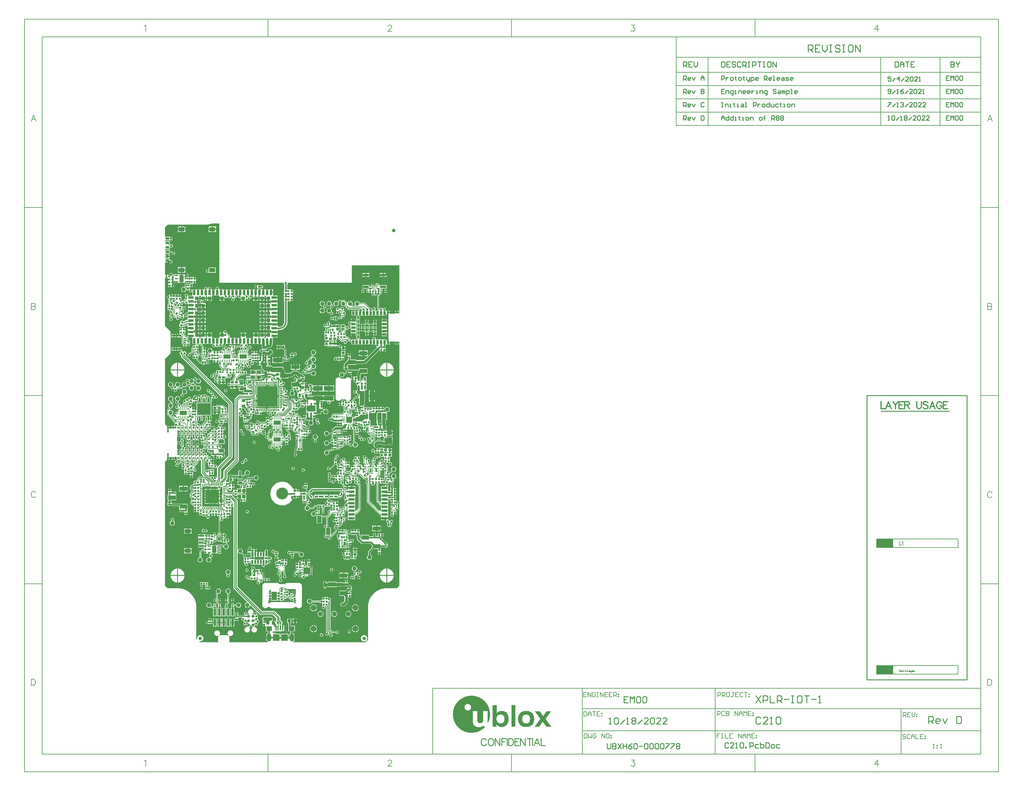
<source format=gtl>
G04*
G04 #@! TF.GenerationSoftware,Altium Limited,Altium Designer,23.0.1 (38)*
G04*
G04 Layer_Physical_Order=1*
G04 Layer_Color=255*
%FSLAX44Y44*%
%MOMM*%
G71*
G04*
G04 #@! TF.SameCoordinates,B12E620B-8F76-40C0-9090-1E76C6094A63*
G04*
G04*
G04 #@! TF.FilePolarity,Positive*
G04*
G01*
G75*
%ADD10C,0.1524*%
%ADD11C,0.1270*%
%ADD13C,0.2500*%
%ADD14C,0.2540*%
%ADD16C,0.2000*%
%ADD18C,0.1500*%
%ADD19C,0.3000*%
%ADD20C,0.2032*%
%ADD25R,4.8260X2.4130*%
%ADD26C,0.2997*%
%ADD27C,0.1778*%
%ADD32R,0.5500X0.5200*%
%ADD33R,1.5500X1.0000*%
%ADD34R,1.0000X1.1000*%
%ADD35R,1.2000X1.1000*%
%ADD36R,0.6500X0.2200*%
%ADD37R,0.5500X0.2200*%
%ADD38R,0.2200X0.5500*%
%ADD39R,0.4400X0.9800*%
%ADD40R,1.6000X1.4000*%
%ADD41R,0.4000X1.3500*%
%ADD42R,1.9000X1.9000*%
%ADD46R,0.4500X0.3000*%
%ADD47R,0.5500X1.3000*%
%ADD48R,0.8000X0.9000*%
%ADD49R,0.3000X0.3600*%
%ADD50R,0.4000X0.5000*%
%ADD51R,1.8000X1.2000*%
%ADD52R,1.5500X0.6000*%
%ADD53R,0.3300X0.1500*%
%ADD55R,1.4500X1.1500*%
%ADD56R,0.7500X0.9000*%
G04:AMPARAMS|DCode=61|XSize=1.68mm|YSize=1.68mm|CornerRadius=0.084mm|HoleSize=0mm|Usage=FLASHONLY|Rotation=180.000|XOffset=0mm|YOffset=0mm|HoleType=Round|Shape=RoundedRectangle|*
%AMROUNDEDRECTD61*
21,1,1.6800,1.5120,0,0,180.0*
21,1,1.5120,1.6800,0,0,180.0*
1,1,0.1680,-0.7560,0.7560*
1,1,0.1680,0.7560,0.7560*
1,1,0.1680,0.7560,-0.7560*
1,1,0.1680,-0.7560,-0.7560*
%
%ADD61ROUNDEDRECTD61*%
G04:AMPARAMS|DCode=62|XSize=0.6mm|YSize=0.24mm|CornerRadius=0.06mm|HoleSize=0mm|Usage=FLASHONLY|Rotation=180.000|XOffset=0mm|YOffset=0mm|HoleType=Round|Shape=RoundedRectangle|*
%AMROUNDEDRECTD62*
21,1,0.6000,0.1200,0,0,180.0*
21,1,0.4800,0.2400,0,0,180.0*
1,1,0.1200,-0.2400,0.0600*
1,1,0.1200,0.2400,0.0600*
1,1,0.1200,0.2400,-0.0600*
1,1,0.1200,-0.2400,-0.0600*
%
%ADD62ROUNDEDRECTD62*%
G04:AMPARAMS|DCode=63|XSize=0.6mm|YSize=0.24mm|CornerRadius=0.06mm|HoleSize=0mm|Usage=FLASHONLY|Rotation=270.000|XOffset=0mm|YOffset=0mm|HoleType=Round|Shape=RoundedRectangle|*
%AMROUNDEDRECTD63*
21,1,0.6000,0.1200,0,0,270.0*
21,1,0.4800,0.2400,0,0,270.0*
1,1,0.1200,-0.0600,-0.2400*
1,1,0.1200,-0.0600,0.2400*
1,1,0.1200,0.0600,0.2400*
1,1,0.1200,0.0600,-0.2400*
%
%ADD63ROUNDEDRECTD63*%
G04:AMPARAMS|DCode=66|XSize=0.3mm|YSize=0.375mm|CornerRadius=0.015mm|HoleSize=0mm|Usage=FLASHONLY|Rotation=0.000|XOffset=0mm|YOffset=0mm|HoleType=Round|Shape=RoundedRectangle|*
%AMROUNDEDRECTD66*
21,1,0.3000,0.3450,0,0,0.0*
21,1,0.2700,0.3750,0,0,0.0*
1,1,0.0300,0.1350,-0.1725*
1,1,0.0300,-0.1350,-0.1725*
1,1,0.0300,-0.1350,0.1725*
1,1,0.0300,0.1350,0.1725*
%
%ADD66ROUNDEDRECTD66*%
%ADD67R,0.6000X0.6000*%
%ADD68R,0.7000X0.7000*%
%ADD69R,0.7000X0.7000*%
%ADD70R,1.1500X0.7000*%
%ADD71R,0.7000X1.1500*%
%ADD72R,0.9000X0.7500*%
%ADD73R,0.2750X0.3000*%
%ADD74R,0.3000X0.3000*%
%ADD75R,0.3000X0.2750*%
%ADD76R,0.3000X0.2750*%
%ADD77R,0.3000X0.3000*%
%ADD78R,0.2750X0.3000*%
%ADD79R,0.8000X0.8000*%
%ADD80R,0.5200X0.4900*%
%ADD81R,0.5000X0.5500*%
%ADD82R,0.2500X0.3500*%
%ADD83R,0.3500X0.2500*%
G04:AMPARAMS|DCode=84|XSize=1.5mm|YSize=2.45mm|CornerRadius=0.075mm|HoleSize=0mm|Usage=FLASHONLY|Rotation=0.000|XOffset=0mm|YOffset=0mm|HoleType=Round|Shape=RoundedRectangle|*
%AMROUNDEDRECTD84*
21,1,1.5000,2.3000,0,0,0.0*
21,1,1.3500,2.4500,0,0,0.0*
1,1,0.1500,0.6750,-1.1500*
1,1,0.1500,-0.6750,-1.1500*
1,1,0.1500,-0.6750,1.1500*
1,1,0.1500,0.6750,1.1500*
%
%ADD84ROUNDEDRECTD84*%
G04:AMPARAMS|DCode=85|XSize=0.6mm|YSize=0.5mm|CornerRadius=0.025mm|HoleSize=0mm|Usage=FLASHONLY|Rotation=0.000|XOffset=0mm|YOffset=0mm|HoleType=Round|Shape=RoundedRectangle|*
%AMROUNDEDRECTD85*
21,1,0.6000,0.4500,0,0,0.0*
21,1,0.5500,0.5000,0,0,0.0*
1,1,0.0500,0.2750,-0.2250*
1,1,0.0500,-0.2750,-0.2250*
1,1,0.0500,-0.2750,0.2250*
1,1,0.0500,0.2750,0.2250*
%
%ADD85ROUNDEDRECTD85*%
%ADD86R,2.2000X1.2700*%
%ADD87R,1.2700X2.0320*%
%ADD88R,1.8000X1.3000*%
%ADD89R,1.1400X0.8000*%
%ADD90R,1.2500X1.8000*%
%ADD91R,0.7600X2.0300*%
G04:AMPARAMS|DCode=92|XSize=0.3mm|YSize=0.55mm|CornerRadius=0.015mm|HoleSize=0mm|Usage=FLASHONLY|Rotation=90.000|XOffset=0mm|YOffset=0mm|HoleType=Round|Shape=RoundedRectangle|*
%AMROUNDEDRECTD92*
21,1,0.3000,0.5200,0,0,90.0*
21,1,0.2700,0.5500,0,0,90.0*
1,1,0.0300,0.2600,0.1350*
1,1,0.0300,0.2600,-0.1350*
1,1,0.0300,-0.2600,-0.1350*
1,1,0.0300,-0.2600,0.1350*
%
%ADD92ROUNDEDRECTD92*%
%ADD93R,0.4500X0.6000*%
%ADD95R,0.5000X0.3500*%
%ADD96R,2.8000X1.4000*%
%ADD97R,1.0000X0.9500*%
%ADD98R,1.7000X0.8000*%
%ADD99R,2.8000X0.6000*%
%ADD100R,0.8000X0.3000*%
G04:AMPARAMS|DCode=101|XSize=1.145mm|YSize=0.55mm|CornerRadius=0.0275mm|HoleSize=0mm|Usage=FLASHONLY|Rotation=90.000|XOffset=0mm|YOffset=0mm|HoleType=Round|Shape=RoundedRectangle|*
%AMROUNDEDRECTD101*
21,1,1.1450,0.4950,0,0,90.0*
21,1,1.0900,0.5500,0,0,90.0*
1,1,0.0550,0.2475,0.5450*
1,1,0.0550,0.2475,-0.5450*
1,1,0.0550,-0.2475,-0.5450*
1,1,0.0550,-0.2475,0.5450*
%
%ADD101ROUNDEDRECTD101*%
G04:AMPARAMS|DCode=102|XSize=1.145mm|YSize=0.55mm|CornerRadius=0.0275mm|HoleSize=0mm|Usage=FLASHONLY|Rotation=180.000|XOffset=0mm|YOffset=0mm|HoleType=Round|Shape=RoundedRectangle|*
%AMROUNDEDRECTD102*
21,1,1.1450,0.4950,0,0,180.0*
21,1,1.0900,0.5500,0,0,180.0*
1,1,0.0550,-0.5450,0.2475*
1,1,0.0550,0.5450,0.2475*
1,1,0.0550,0.5450,-0.2475*
1,1,0.0550,-0.5450,-0.2475*
%
%ADD102ROUNDEDRECTD102*%
%ADD103R,0.9500X1.0000*%
%ADD104R,1.4000X2.8000*%
%ADD105R,0.5200X0.5500*%
G04:AMPARAMS|DCode=106|XSize=0.3mm|YSize=0.55mm|CornerRadius=0.015mm|HoleSize=0mm|Usage=FLASHONLY|Rotation=0.000|XOffset=0mm|YOffset=0mm|HoleType=Round|Shape=RoundedRectangle|*
%AMROUNDEDRECTD106*
21,1,0.3000,0.5200,0,0,0.0*
21,1,0.2700,0.5500,0,0,0.0*
1,1,0.0300,0.1350,-0.2600*
1,1,0.0300,-0.1350,-0.2600*
1,1,0.0300,-0.1350,0.2600*
1,1,0.0300,0.1350,0.2600*
%
%ADD106ROUNDEDRECTD106*%
%ADD107R,0.8500X0.6500*%
%ADD108R,0.3000X0.4500*%
%ADD109R,0.5500X0.5000*%
G04:AMPARAMS|DCode=110|XSize=0.55mm|YSize=0.52mm|CornerRadius=0mm|HoleSize=0mm|Usage=FLASHONLY|Rotation=45.000|XOffset=0mm|YOffset=0mm|HoleType=Round|Shape=Rectangle|*
%AMROTATEDRECTD110*
4,1,4,-0.0106,-0.3783,-0.3783,-0.0106,0.0106,0.3783,0.3783,0.0106,-0.0106,-0.3783,0.0*
%
%ADD110ROTATEDRECTD110*%

G04:AMPARAMS|DCode=111|XSize=0.55mm|YSize=0.52mm|CornerRadius=0mm|HoleSize=0mm|Usage=FLASHONLY|Rotation=315.000|XOffset=0mm|YOffset=0mm|HoleType=Round|Shape=Rectangle|*
%AMROTATEDRECTD111*
4,1,4,-0.3783,0.0106,-0.0106,0.3783,0.3783,-0.0106,0.0106,-0.3783,-0.3783,0.0106,0.0*
%
%ADD111ROTATEDRECTD111*%

%ADD112R,0.5000X0.4000*%
%ADD125R,4.0000X3.4000*%
%ADD216C,0.3912*%
%ADD217C,0.2000*%
%ADD218C,1.0000*%
%ADD219C,0.2450*%
%ADD220C,0.4000*%
%ADD221R,0.7500X0.4000*%
%ADD222R,1.3000X2.0000*%
%ADD223C,1.2000*%
%ADD224C,0.8000*%
%ADD225R,1.5000X0.8000*%
%ADD226R,0.8000X1.5000*%
%ADD227R,1.1000X1.1000*%
%ADD228R,5.9000X5.9000*%
%ADD229O,0.3000X0.8000*%
%ADD230O,0.8000X0.3000*%
%ADD231R,4.0000X4.0000*%
%ADD232O,0.3000X0.6500*%
%ADD233O,0.6500X0.3000*%
%ADD234R,0.9000X0.2500*%
%ADD235R,0.2500X0.9000*%
%ADD236R,2.1500X1.1500*%
%ADD237R,0.7500X0.6700*%
%ADD238R,0.4800X0.5000*%
%ADD239R,0.9500X0.4200*%
%ADD240R,1.8000X0.7000*%
%ADD241R,1.8000X0.8000*%
G04:AMPARAMS|DCode=242|XSize=1.75mm|YSize=2.5mm|CornerRadius=0.0438mm|HoleSize=0mm|Usage=FLASHONLY|Rotation=270.000|XOffset=0mm|YOffset=0mm|HoleType=Round|Shape=RoundedRectangle|*
%AMROUNDEDRECTD242*
21,1,1.7500,2.4125,0,0,270.0*
21,1,1.6625,2.5000,0,0,270.0*
1,1,0.0875,-1.2063,-0.8313*
1,1,0.0875,-1.2063,0.8313*
1,1,0.0875,1.2063,0.8313*
1,1,0.0875,1.2063,-0.8313*
%
%ADD242ROUNDEDRECTD242*%
G04:AMPARAMS|DCode=243|XSize=0.25mm|YSize=0.25mm|CornerRadius=0.0125mm|HoleSize=0mm|Usage=FLASHONLY|Rotation=135.000|XOffset=0mm|YOffset=0mm|HoleType=Round|Shape=RoundedRectangle|*
%AMROUNDEDRECTD243*
21,1,0.2500,0.2250,0,0,135.0*
21,1,0.2250,0.2500,0,0,135.0*
1,1,0.0250,0.0000,0.1591*
1,1,0.0250,0.1591,0.0000*
1,1,0.0250,0.0000,-0.1591*
1,1,0.0250,-0.1591,0.0000*
%
%ADD243ROUNDEDRECTD243*%
%ADD244C,0.3810*%
%ADD245C,0.3048*%
%ADD246C,0.5080*%
%ADD247C,0.7620*%
%ADD248C,0.8890*%
%ADD249C,0.6350*%
%ADD250C,0.2590*%
%ADD251C,1.2700*%
%ADD252C,1.2000*%
%ADD253C,1.0000*%
%ADD254O,1.3000X2.3000*%
%ADD255C,1.7000*%
%ADD256C,1.4000*%
%ADD257C,3.4000*%
%ADD258C,0.6350*%
G36*
X160000Y1204931D02*
Y1034500D01*
X344439D01*
Y1032613D01*
X345309Y1030513D01*
X345570Y1030252D01*
Y1016140D01*
X344960D01*
Y1005860D01*
Y997860D01*
Y989876D01*
Y981876D01*
X345890D01*
Y921853D01*
X345934Y921635D01*
X345520Y918493D01*
X344224Y915363D01*
X342161Y912675D01*
X339473Y910612D01*
X336342Y909315D01*
X333201Y908902D01*
X332983Y908945D01*
X327540D01*
Y911040D01*
X326524D01*
Y914230D01*
X308476D01*
Y913792D01*
X307524Y913024D01*
X301770D01*
Y906000D01*
Y898976D01*
X307460D01*
Y897960D01*
X308476D01*
Y894770D01*
X326524D01*
Y897960D01*
X327540D01*
Y899778D01*
X332983D01*
Y899759D01*
X337293Y900184D01*
X341438Y901441D01*
X345257Y903483D01*
X348605Y906230D01*
X351353Y909578D01*
X353395Y913398D01*
X354652Y917542D01*
X355076Y921853D01*
X355058D01*
Y981660D01*
X363890D01*
Y982676D01*
X365480D01*
Y986950D01*
X366750D01*
Y988220D01*
X370874D01*
Y991224D01*
X370874D01*
Y993780D01*
X366750D01*
Y996320D01*
X370874D01*
Y998726D01*
X370874D01*
Y1001730D01*
X366750D01*
Y1004270D01*
X370874D01*
Y1006976D01*
X371274D01*
Y1009980D01*
X367250D01*
Y1011250D01*
X365980D01*
Y1015524D01*
X363290D01*
Y1016540D01*
X354738D01*
Y1030252D01*
X354999Y1030513D01*
X355869Y1032613D01*
Y1034500D01*
X539791D01*
X540137Y1085000D01*
X676375D01*
Y946425D01*
X675203Y946336D01*
X674274Y947224D01*
Y948480D01*
X664226D01*
Y946257D01*
X656271Y946254D01*
X649672Y946252D01*
X648774Y947150D01*
Y948480D01*
X643750D01*
Y949750D01*
X642480D01*
Y954774D01*
X639685D01*
X638726Y954774D01*
X637561Y954520D01*
X637113D01*
X636628Y955790D01*
X637238Y957262D01*
Y959030D01*
X636561Y960664D01*
X635311Y961914D01*
X633677Y962591D01*
X631909D01*
X630275Y961914D01*
X629025Y960664D01*
X628959Y960505D01*
X627584D01*
X627518Y960664D01*
X626268Y961914D01*
X624634Y962591D01*
X622866D01*
X621232Y961914D01*
X619982Y960664D01*
X619305Y959030D01*
X618081Y959140D01*
Y996785D01*
X625029Y1003733D01*
X625534Y1004489D01*
X625712Y1005381D01*
Y1006480D01*
X626651D01*
Y1014020D01*
X626081D01*
Y1017730D01*
X639770D01*
Y1028270D01*
X620542D01*
X617648Y1031164D01*
X616892Y1031669D01*
X616000Y1031847D01*
X615270D01*
Y1032770D01*
X608230D01*
Y1027325D01*
X607619Y1026322D01*
X606826Y1026164D01*
X606154Y1025715D01*
X606154Y1025715D01*
X605719Y1025280D01*
X604346Y1025248D01*
X604096Y1025364D01*
X603322Y1026137D01*
X602650Y1026587D01*
X602024Y1026976D01*
X602024Y1027907D01*
Y1028730D01*
X598250D01*
X594476D01*
Y1026976D01*
X594730D01*
Y1023478D01*
X593460Y1022630D01*
X593134Y1022765D01*
X591366D01*
X591040Y1022630D01*
X589770Y1023478D01*
Y1028270D01*
X570230D01*
Y1017730D01*
X582759D01*
X582984Y1017685D01*
X583169D01*
Y1014020D01*
X582230D01*
Y1006480D01*
X588376D01*
Y1005976D01*
X591230D01*
Y1010250D01*
X593770D01*
Y1005976D01*
X595297D01*
X596145Y1004706D01*
X595805Y1003884D01*
Y1002116D01*
X596482Y1000482D01*
X597732Y999232D01*
X599366Y998555D01*
X601134D01*
X602768Y999232D01*
X603492Y999956D01*
X604125Y1000432D01*
X605151Y999956D01*
X605689Y999418D01*
X607323Y998741D01*
X609091D01*
X610725Y999418D01*
X611975Y1000668D01*
X612652Y1002302D01*
Y1004070D01*
X612389Y1004706D01*
X613237Y1005976D01*
X615230D01*
Y1010250D01*
X617770D01*
Y1005976D01*
X618884D01*
X619410Y1004706D01*
X614102Y999398D01*
X613597Y998642D01*
X613419Y997750D01*
Y955418D01*
X612521Y954520D01*
X608980Y954520D01*
X607710Y954520D01*
X605822D01*
Y956047D01*
X606268Y956232D01*
X607518Y957482D01*
X608195Y959116D01*
Y960884D01*
X607518Y962518D01*
X606268Y963768D01*
X604634Y964445D01*
X602866D01*
X601232Y963768D01*
X599982Y962518D01*
X599305Y960884D01*
Y959116D01*
X599982Y957482D01*
X601040Y956424D01*
X601178Y955336D01*
X601151Y954891D01*
X600780Y954520D01*
X598221Y954520D01*
X597373Y955790D01*
X597695Y956568D01*
Y958336D01*
X597018Y959970D01*
X595768Y961220D01*
X594134Y961897D01*
X593310D01*
X578742Y976465D01*
X578070Y976914D01*
X577277Y977072D01*
X577277Y977072D01*
X561971D01*
X561775Y977806D01*
X560817Y979464D01*
X559464Y980817D01*
X557806Y981775D01*
X555957Y982270D01*
X554043D01*
X552194Y981775D01*
X550536Y980817D01*
X549183Y979464D01*
X548225Y977806D01*
X547730Y975957D01*
Y974043D01*
X548225Y972194D01*
X549183Y970536D01*
X549877Y969842D01*
X549351Y968572D01*
X544358D01*
X541394Y971535D01*
X541775Y972194D01*
X542270Y974043D01*
Y975957D01*
X541775Y977806D01*
X540817Y979464D01*
X539464Y980817D01*
X537806Y981775D01*
X535957Y982270D01*
X534043D01*
X532194Y981775D01*
X530536Y980817D01*
X529183Y979464D01*
X528225Y977806D01*
X526999Y977773D01*
X526913Y977816D01*
X526795Y978412D01*
X526346Y979084D01*
X526346Y979084D01*
X519965Y985465D01*
X519293Y985914D01*
X518500Y986072D01*
X518500Y986072D01*
X504000D01*
X504000Y986072D01*
X503207Y985914D01*
X502535Y985465D01*
X502535Y985465D01*
X498465Y981395D01*
X497806Y981775D01*
X495957Y982270D01*
X494043D01*
X492194Y981775D01*
X490536Y980817D01*
X489183Y979464D01*
X488225Y977806D01*
X487730Y975957D01*
Y974043D01*
X488225Y972194D01*
X489183Y970536D01*
X490536Y969183D01*
X492194Y968225D01*
X494043Y967730D01*
X495957D01*
X497806Y968225D01*
X499464Y969183D01*
X500817Y970536D01*
X501775Y972194D01*
X502270Y974043D01*
Y975957D01*
X501775Y977806D01*
X501395Y978465D01*
X504858Y981928D01*
X509920D01*
X510261Y981314D01*
X510377Y980658D01*
X509183Y979464D01*
X508226Y977806D01*
X507730Y975957D01*
Y974043D01*
X508226Y972194D01*
X509183Y970536D01*
X510536Y969183D01*
X512194Y968225D01*
X514043Y967730D01*
X515957D01*
X517806Y968225D01*
X518709Y968747D01*
X528921Y958535D01*
X528921Y958535D01*
X529593Y958086D01*
X530386Y957928D01*
X530386Y957928D01*
X559974D01*
X560827Y956841D01*
Y955637D01*
X559786Y954520D01*
X558980Y954520D01*
X557710Y954520D01*
X549790D01*
X548980Y954520D01*
X547710Y954520D01*
X538980D01*
Y940480D01*
X547710D01*
X548520Y940480D01*
X549790Y940480D01*
X557710D01*
X558520Y940480D01*
X559790Y940480D01*
X567710D01*
X568520Y940480D01*
Y940480D01*
X568980D01*
Y940480D01*
X578520D01*
Y940480D01*
X578980D01*
Y940480D01*
X588520D01*
Y940480D01*
X588980D01*
Y940480D01*
X597710D01*
X598520Y940480D01*
X599790Y940480D01*
X607710D01*
X608520Y940480D01*
X609790Y940480D01*
X617710D01*
X618520Y940480D01*
X619790Y940480D01*
X627710D01*
X628520Y940480D01*
X629790Y940480D01*
X638520D01*
Y943541D01*
X638726Y944726D01*
X639790Y944726D01*
X644750D01*
Y911503D01*
X644625Y867774D01*
X638726Y867774D01*
X638520Y868959D01*
Y872020D01*
X628980D01*
Y872020D01*
X628520D01*
Y872020D01*
X618980D01*
Y872020D01*
X618520D01*
Y872020D01*
X609790D01*
X608520Y872020D01*
X607853Y873290D01*
X608195Y874116D01*
Y875884D01*
X607518Y877518D01*
X606268Y878768D01*
X604634Y879445D01*
X602866D01*
X601232Y878768D01*
X599982Y877518D01*
X599305Y875884D01*
Y874116D01*
X599647Y873290D01*
X599078Y872208D01*
X598774Y872274D01*
X597815Y872274D01*
X595020D01*
Y865000D01*
Y857726D01*
X597815D01*
X598774Y857726D01*
X599939Y857980D01*
X607841D01*
X608724Y856795D01*
X608451Y856134D01*
Y854366D01*
X609127Y852732D01*
X610378Y851482D01*
X611240Y851125D01*
X611381Y849691D01*
X611338Y849662D01*
X610834Y848909D01*
X586323Y824398D01*
X585274Y825145D01*
X585274Y826114D01*
Y831536D01*
X574020D01*
Y824932D01*
X584023D01*
X585061Y824932D01*
X585808Y823883D01*
X574511Y812586D01*
X552020D01*
Y815026D01*
X535737D01*
Y816380D01*
X536520D01*
Y822961D01*
X536774Y824126D01*
X536774Y825285D01*
Y826980D01*
X532500D01*
X528226D01*
Y825285D01*
X528226Y824126D01*
X528480Y822961D01*
Y816380D01*
X529263D01*
Y815026D01*
X527480D01*
Y812069D01*
X525983Y811068D01*
X518723Y803809D01*
X517600Y802129D01*
X517206Y800147D01*
X517600Y798165D01*
X518108Y797405D01*
X517830Y797220D01*
X517378Y796542D01*
X517286Y796451D01*
X517237Y796331D01*
X517226Y796315D01*
X517113Y796239D01*
X516685Y795594D01*
X516660Y795468D01*
X516399Y795077D01*
X516296Y794561D01*
X516138Y794075D01*
X516155Y793864D01*
X516071Y793670D01*
X516169Y793422D01*
X516203Y793255D01*
X516221Y793026D01*
X516254Y792997D01*
X516281Y792863D01*
X516325Y792796D01*
X516730Y792161D01*
Y791553D01*
X516281Y790881D01*
X516212Y790534D01*
X516199Y790497D01*
X516200Y790476D01*
X516123Y790088D01*
X516193Y789738D01*
X516183Y789636D01*
X516247Y789431D01*
X516399Y788666D01*
X516673Y788257D01*
X517220Y787383D01*
X517289Y787334D01*
X517384Y787192D01*
X517398Y787156D01*
X517430Y787123D01*
X517830Y786524D01*
X519973Y785092D01*
X520588Y784970D01*
X520818Y784888D01*
X520965Y784895D01*
X521088Y784871D01*
X524776Y781182D01*
X518393Y774798D01*
X517133Y774964D01*
X516814Y775518D01*
X515460Y776871D01*
X513802Y777829D01*
X511953Y778324D01*
X510039D01*
X508190Y777829D01*
X506532Y776871D01*
X505179Y775518D01*
X504221Y773860D01*
X503726Y772011D01*
Y770097D01*
X504221Y768248D01*
X505179Y766590D01*
X506532Y765237D01*
X508190Y764279D01*
X510039Y763784D01*
X511953D01*
X513802Y764279D01*
X515460Y765237D01*
X516814Y766590D01*
X517771Y768248D01*
X518185Y769793D01*
X518389D01*
X518389Y769793D01*
X519182Y769951D01*
X519854Y770400D01*
X528274Y778820D01*
X528531Y778769D01*
X528999D01*
X530090Y778335D01*
X530090Y777176D01*
Y775481D01*
X538638D01*
Y778335D01*
X539728Y778769D01*
X556794D01*
X557280Y777596D01*
X556470Y776786D01*
X555488Y775315D01*
X555143Y773581D01*
Y765749D01*
X554052Y765316D01*
Y765316D01*
X547471D01*
X546306Y765570D01*
X545147Y765570D01*
X543452D01*
Y761296D01*
X542182D01*
D01*
X543452D01*
Y757022D01*
X545077D01*
X545915Y755752D01*
X545555Y754884D01*
Y753116D01*
X546232Y751482D01*
X547482Y750232D01*
X549116Y749555D01*
X550884D01*
X551408Y749772D01*
X552090Y748908D01*
X552179Y748717D01*
X551523Y747134D01*
Y745366D01*
X552200Y743732D01*
X553451Y742482D01*
X555084Y741805D01*
X555230D01*
Y736066D01*
X555063Y735816D01*
X554718Y734082D01*
Y726168D01*
X554458Y725908D01*
X553448Y725344D01*
X552624Y725524D01*
X551465Y725524D01*
X549770D01*
Y721250D01*
Y716976D01*
X552624D01*
X553894Y717140D01*
X554365Y716825D01*
X555257Y716648D01*
X555285D01*
X556116Y715816D01*
X558007Y714553D01*
X559673Y714221D01*
X560730Y713026D01*
X560932Y712012D01*
Y710039D01*
X560027Y709711D01*
X559662Y709681D01*
X558486Y710856D01*
X556853Y711533D01*
X555084D01*
X553451Y710856D01*
X552200Y709606D01*
X551875Y708820D01*
X551355D01*
X550562Y708662D01*
X549890Y708213D01*
X549890Y708213D01*
X538785Y697108D01*
X538336Y696436D01*
X538178Y695643D01*
X536968Y695576D01*
X536189D01*
X535024Y695830D01*
X532721Y695830D01*
X532468Y697100D01*
X533220Y697411D01*
X534396Y698197D01*
X535802Y699604D01*
X536588Y700780D01*
X537350Y702618D01*
X537626Y704005D01*
X537626Y705000D01*
X537626Y755000D01*
Y755931D01*
X537666Y756032D01*
X538716Y757022D01*
X540912D01*
Y760026D01*
X538058D01*
Y758990D01*
X536788Y758738D01*
X536588Y759220D01*
X535802Y760396D01*
X534396Y761803D01*
X533220Y762588D01*
X531382Y763350D01*
X529995Y763626D01*
X528005D01*
X526618Y763350D01*
X524780Y762588D01*
X523604Y761803D01*
X522197Y760396D01*
X521933Y760000D01*
X509059Y760000D01*
X508794Y760396D01*
X507388Y761803D01*
X506212Y762589D01*
X504374Y763350D01*
X502986Y763626D01*
X500997D01*
X499610Y763350D01*
X497772Y762589D01*
X496596Y761803D01*
X495189Y760396D01*
X494403Y759220D01*
X493642Y757382D01*
X493366Y755995D01*
Y755000D01*
X493366Y705000D01*
X493366Y705000D01*
Y704005D01*
X493642Y702618D01*
X494403Y700780D01*
X495189Y699604D01*
X496596Y698197D01*
X497772Y697411D01*
X499610Y696650D01*
X500997Y696374D01*
X502986D01*
X504374Y696650D01*
X506212Y697411D01*
X507388Y698197D01*
X508794Y699604D01*
X509059Y700000D01*
X521933D01*
X522197Y699604D01*
X523604Y698197D01*
X524780Y697411D01*
X526004Y696905D01*
X526476Y695830D01*
Y695602D01*
X525206Y694921D01*
X524069Y695392D01*
X522301D01*
X520667Y694715D01*
X520640Y694689D01*
X519370Y695134D01*
X518694Y696768D01*
X517443Y698018D01*
X515809Y698695D01*
X514041D01*
X512407Y698018D01*
X511157Y696768D01*
X510480Y695134D01*
Y693366D01*
X511157Y691732D01*
X511849Y691040D01*
X511724Y690738D01*
X511069Y690024D01*
X509965Y690024D01*
X508270D01*
Y685750D01*
Y681476D01*
X509965D01*
X511124Y681476D01*
X512289Y681730D01*
X516896D01*
X517382Y680557D01*
X516939Y680113D01*
X516490Y679441D01*
X516332Y678648D01*
X516332Y678648D01*
Y672698D01*
X516332Y672698D01*
X516490Y671905D01*
X516939Y671233D01*
X518079Y670093D01*
X517593Y668920D01*
X515776D01*
Y664326D01*
X510031Y658581D01*
X486750D01*
X485858Y658403D01*
X485102Y657898D01*
X481553Y654349D01*
X481048Y653593D01*
X480870Y652701D01*
Y647332D01*
X480438Y647029D01*
X479600Y646687D01*
X478187Y647272D01*
X476419D01*
X474785Y646595D01*
X473535Y645345D01*
X472858Y643711D01*
Y641943D01*
X473535Y640309D01*
X474785Y639059D01*
X476419Y638382D01*
X478187D01*
X478910Y638681D01*
X481926D01*
X482998Y638237D01*
X484582Y636653D01*
X485842Y635811D01*
X487329Y635515D01*
X496940D01*
Y632670D01*
X501214D01*
Y631400D01*
X502484D01*
Y627276D01*
X508126D01*
Y631400D01*
X510666D01*
Y627276D01*
X512580D01*
X513106Y626006D01*
X510030Y622929D01*
X494000D01*
X492018Y622535D01*
X490337Y621413D01*
X489215Y619732D01*
X488836Y617830D01*
X488701Y617695D01*
X487116D01*
X485482Y617018D01*
X484232Y615768D01*
X483555Y614134D01*
Y612366D01*
X484232Y610732D01*
X485482Y609482D01*
X487116Y608805D01*
X487027Y607572D01*
X485750D01*
X485750Y607572D01*
X484957Y607414D01*
X484285Y606965D01*
X482392Y605072D01*
X474337D01*
X474275Y605306D01*
X473317Y606964D01*
X471964Y608317D01*
X470306Y609274D01*
X468457Y609770D01*
X466543D01*
X464694Y609274D01*
X463036Y608317D01*
X461683Y606964D01*
X460725Y605306D01*
X460230Y603457D01*
Y601543D01*
X460725Y599694D01*
X461683Y598036D01*
X463036Y596683D01*
X464694Y595725D01*
X466543Y595230D01*
X468457D01*
X470306Y595725D01*
X471964Y596683D01*
X473317Y598036D01*
X474275Y599694D01*
X474605Y600928D01*
X481178D01*
Y587861D01*
X480683Y587656D01*
X479433Y586405D01*
X478756Y584772D01*
Y583003D01*
X479433Y581370D01*
X480683Y580119D01*
X480728Y578726D01*
X480270Y578268D01*
X479930Y577447D01*
X474371D01*
X474275Y577806D01*
X473317Y579464D01*
X471964Y580817D01*
X470306Y581775D01*
X468457Y582270D01*
X466543D01*
X464694Y581775D01*
X463036Y580817D01*
X461683Y579464D01*
X460725Y577806D01*
X460230Y575957D01*
Y574043D01*
X460725Y572194D01*
X461683Y570536D01*
X463036Y569183D01*
X464694Y568225D01*
X466543Y567730D01*
X468457D01*
X470306Y568225D01*
X471964Y569183D01*
X473317Y570536D01*
X474275Y572194D01*
X474572Y573303D01*
X480240D01*
X480270Y573232D01*
X481520Y571982D01*
X483154Y571305D01*
X484922D01*
X485960Y571735D01*
X487100Y571192D01*
X486976Y570624D01*
X486976Y569965D01*
Y567770D01*
X495524D01*
Y569965D01*
X495524Y570624D01*
X495299Y571658D01*
X495404Y572164D01*
X496168Y572928D01*
X504382D01*
X504382Y572928D01*
X505175Y573086D01*
X505847Y573535D01*
X507097Y574785D01*
X507097Y574785D01*
X507546Y575457D01*
X507639Y575924D01*
X509362D01*
Y579698D01*
X510632D01*
Y580968D01*
X513656D01*
Y582586D01*
X515053D01*
X515315Y582324D01*
Y578576D01*
X522045D01*
X523055Y578576D01*
X524325Y578576D01*
X531055D01*
Y580960D01*
X532325Y581683D01*
X532918Y581437D01*
X534687D01*
X536320Y582114D01*
X537571Y583364D01*
X538247Y584998D01*
Y586766D01*
X537571Y588400D01*
X537145Y588826D01*
X536643Y589977D01*
X537145Y590485D01*
X537891Y591232D01*
X538568Y592866D01*
Y594634D01*
X537891Y596268D01*
X536641Y597518D01*
X535007Y598195D01*
X533239D01*
X531605Y597518D01*
X530355Y596268D01*
X530149Y595770D01*
X523315D01*
X523315Y595770D01*
X523055D01*
Y595770D01*
X522045Y595770D01*
X515315D01*
Y594081D01*
X513402D01*
Y595270D01*
X508656D01*
Y595524D01*
X506902D01*
Y591750D01*
X504362D01*
Y595524D01*
X501902D01*
Y591750D01*
X500632D01*
Y590480D01*
X497608D01*
Y587976D01*
X500595D01*
X500980Y586706D01*
X500769Y586565D01*
X499102Y584898D01*
X498597Y584142D01*
X498419Y583250D01*
Y583218D01*
X497862D01*
Y577072D01*
X495270D01*
Y578870D01*
X495524Y578876D01*
Y581730D01*
X491250D01*
Y583000D01*
X489980D01*
Y587124D01*
X486976D01*
X486976Y587124D01*
Y587124D01*
X486976Y587124D01*
X485866Y587509D01*
X485719Y587656D01*
X485322Y587820D01*
Y601759D01*
X485784Y602116D01*
X486510Y601816D01*
X486976Y601433D01*
X486976Y600465D01*
Y598770D01*
X491250D01*
X495524D01*
Y600465D01*
X495524Y601624D01*
X495270Y602789D01*
Y606590D01*
X496591Y607911D01*
X497862D01*
Y601730D01*
X507608D01*
Y601476D01*
X509362D01*
Y605250D01*
Y609024D01*
X507650D01*
X507546Y609545D01*
X507097Y610217D01*
X506013Y611301D01*
X506113Y611906D01*
X506472Y612570D01*
X512175D01*
X514157Y612965D01*
X515102Y613596D01*
X516372Y612917D01*
Y612420D01*
X524920D01*
Y614211D01*
X526026Y614607D01*
X526026Y614607D01*
Y614607D01*
X526026Y614607D01*
X533766D01*
X533772Y614353D01*
X536626D01*
Y618627D01*
X539166D01*
Y614353D01*
X542020D01*
X542020Y614353D01*
X542020Y614353D01*
X543185Y614607D01*
X544505D01*
Y576258D01*
X544505Y576258D01*
X544662Y575465D01*
X544871Y575153D01*
X544183Y574464D01*
X543225Y572806D01*
X542730Y570957D01*
X541460Y570704D01*
X541105Y571561D01*
X539855Y572811D01*
X538221Y573488D01*
X536453D01*
X535843Y573235D01*
X534481Y574596D01*
X533725Y575102D01*
X532833Y575279D01*
X531055D01*
Y576968D01*
X524325D01*
X523315Y576968D01*
X522045Y576968D01*
X515315D01*
Y571343D01*
X514363Y570391D01*
X513402Y569719D01*
Y569718D01*
X513402Y569718D01*
X503656D01*
Y569972D01*
X501902D01*
Y566198D01*
Y561299D01*
X501974Y561155D01*
X501530Y560572D01*
X496255D01*
X495407Y561842D01*
X495524Y562376D01*
X495524Y563535D01*
Y565230D01*
X486976D01*
Y563791D01*
X485706Y562942D01*
X485272Y563122D01*
X483504D01*
X481870Y562445D01*
X480620Y561195D01*
X479943Y559561D01*
Y557793D01*
X480128Y557347D01*
X478155Y555374D01*
X473416D01*
X473415Y555374D01*
X472623Y555217D01*
X471950Y554768D01*
X471036Y553853D01*
X470306Y554275D01*
X468457Y554770D01*
X466543D01*
X464694Y554275D01*
X463036Y553317D01*
X461683Y551964D01*
X460725Y550306D01*
X460230Y548457D01*
Y546543D01*
X460725Y544694D01*
X461683Y543036D01*
X463036Y541683D01*
X464694Y540725D01*
X466543Y540230D01*
X468457D01*
X470306Y540725D01*
X471964Y541683D01*
X473317Y543036D01*
X474275Y544694D01*
X474770Y546543D01*
Y548457D01*
X474367Y549961D01*
X474861Y550888D01*
X475207Y551231D01*
X479013D01*
X479013Y551231D01*
X479806Y551389D01*
X480478Y551838D01*
X483058Y554417D01*
X483504Y554232D01*
X485272D01*
X486000Y554534D01*
X487230Y554630D01*
X487230Y554630D01*
X487230Y554630D01*
X495270D01*
Y556428D01*
X502882D01*
X502882Y556428D01*
X503675Y556586D01*
X504347Y557035D01*
X507097Y559785D01*
X507097Y559785D01*
X507546Y560457D01*
X507704Y561250D01*
X507704Y561250D01*
Y562678D01*
X513402D01*
Y563868D01*
X513466D01*
X514358Y564045D01*
X515115Y564550D01*
X519493Y568928D01*
X523055Y568928D01*
X524325Y568928D01*
X531055D01*
Y568928D01*
X532325Y569498D01*
X532892Y569068D01*
Y568159D01*
X533569Y566525D01*
X534819Y565275D01*
X536453Y564598D01*
X538221D01*
X539855Y565275D01*
X541105Y566525D01*
X541703Y567968D01*
X542390Y568097D01*
X543000Y568034D01*
X543225Y567194D01*
X544183Y565536D01*
X545536Y564183D01*
X547194Y563225D01*
X549043Y562730D01*
X550957D01*
X552806Y563225D01*
X554464Y564183D01*
X555817Y565536D01*
X556775Y567194D01*
X557270Y569043D01*
Y570957D01*
X556775Y572806D01*
X555817Y574464D01*
X554464Y575817D01*
X552806Y576775D01*
X550957Y577270D01*
X549043D01*
X548648Y577573D01*
Y613709D01*
X549115Y614176D01*
X549380Y614278D01*
X550693Y613605D01*
X550730Y613454D01*
Y607511D01*
X550476Y606346D01*
X550476Y605188D01*
Y603492D01*
X554750D01*
X559024D01*
Y605188D01*
X559024Y606346D01*
X558911Y606864D01*
X560040Y607501D01*
X561116Y607055D01*
X562884D01*
X564518Y607732D01*
X565768Y608982D01*
X566445Y610616D01*
Y612384D01*
X565768Y614018D01*
X564518Y615268D01*
X562884Y615945D01*
X561116D01*
X559716Y615365D01*
X558874Y615715D01*
X558447Y616029D01*
Y622647D01*
X551716D01*
X550447Y622647D01*
X549436Y622647D01*
X545486D01*
X542189Y625945D01*
Y630130D01*
X542044Y630860D01*
X541856Y631141D01*
X542771Y632056D01*
X543052Y631869D01*
X543782Y631723D01*
X547559D01*
X548312Y630970D01*
Y630867D01*
X548988Y629233D01*
X550239Y627983D01*
X551872Y627306D01*
X553641D01*
X555275Y627983D01*
X555639Y627910D01*
X556159Y626655D01*
X557409Y625405D01*
X559043Y624728D01*
X560811D01*
X562445Y625405D01*
X562754Y625714D01*
X564228D01*
Y622382D01*
X571215D01*
X572057Y622110D01*
X572335Y621264D01*
Y615439D01*
X572081Y614274D01*
X572081Y613115D01*
Y611420D01*
X576355D01*
X580629D01*
Y613115D01*
X580629Y614274D01*
X580375Y615439D01*
Y618188D01*
X581537Y619350D01*
X586902D01*
X587428Y618080D01*
X587183Y617835D01*
X586803Y616918D01*
Y615926D01*
X587183Y615009D01*
X587457Y614735D01*
X587748Y613922D01*
X587457Y613109D01*
X587183Y612835D01*
X586803Y611918D01*
Y611857D01*
X584576Y609630D01*
X584127Y608958D01*
X583969Y608165D01*
X583969Y608165D01*
Y605073D01*
X583969Y605073D01*
X584127Y604280D01*
X584576Y603608D01*
X592006Y596178D01*
Y591465D01*
X590736Y590928D01*
X589355Y591500D01*
X587587D01*
X585953Y590823D01*
X584703Y589573D01*
X584026Y587939D01*
Y586171D01*
X584703Y584537D01*
X585476Y583764D01*
Y582929D01*
X585471Y582907D01*
X585471Y582907D01*
Y578593D01*
X585471Y578593D01*
X585629Y577800D01*
X586078Y577128D01*
X589128Y574078D01*
X589128Y574078D01*
X589800Y573629D01*
X590593Y573471D01*
X590593Y573471D01*
X594907D01*
X594907Y573471D01*
X595700Y573629D01*
X596372Y574078D01*
X597911Y575617D01*
X597927Y575620D01*
X598599Y576069D01*
X606188Y583658D01*
X606637Y584330D01*
X606794Y585123D01*
X606794Y585123D01*
Y588999D01*
X606637Y589792D01*
X606188Y590464D01*
X606188Y590464D01*
X602454Y594198D01*
Y598677D01*
X603627Y599163D01*
X605417Y597373D01*
X605742Y597156D01*
Y593130D01*
X612514D01*
X613726Y592990D01*
X613726Y591831D01*
Y590136D01*
X618000D01*
X622274D01*
X622274Y592587D01*
X622550Y593172D01*
X623271Y593649D01*
X629504D01*
X630514Y593649D01*
X631674Y593649D01*
X632572Y592751D01*
Y588212D01*
X632565Y588204D01*
X631301Y586314D01*
X630858Y584084D01*
X631301Y581854D01*
X631874Y580998D01*
X631195Y579728D01*
X629977D01*
X629093Y580611D01*
X627413Y581734D01*
X625431Y582128D01*
X611774D01*
X609791Y581734D01*
X608111Y580611D01*
X603647Y576147D01*
X602525Y574467D01*
X602130Y572485D01*
Y567624D01*
X602525Y565642D01*
X603647Y563962D01*
X605328Y562839D01*
X607310Y562445D01*
X609292Y562839D01*
X610972Y563962D01*
X612095Y565642D01*
X612490Y567624D01*
Y570339D01*
X613919Y571769D01*
X623285D01*
X624169Y570886D01*
X625849Y569763D01*
X627831Y569369D01*
X637000D01*
X638982Y569763D01*
X640625Y570860D01*
X642268Y569763D01*
X644250Y569369D01*
X646232Y569763D01*
X647912Y570886D01*
X647928Y570901D01*
X648087Y570886D01*
X649767Y569763D01*
X651749Y569369D01*
X653731Y569763D01*
X655412Y570886D01*
X656534Y572566D01*
X656929Y574548D01*
Y582057D01*
X656929Y582057D01*
X656534Y584039D01*
X656506Y584081D01*
X656432Y584454D01*
Y592914D01*
X639479D01*
X639145Y593169D01*
X638794Y593531D01*
X638514Y593901D01*
Y595608D01*
X639138Y596620D01*
X646642D01*
Y603894D01*
Y611168D01*
X639138D01*
Y610309D01*
X631650D01*
X630895Y610309D01*
X630124Y609936D01*
X629437Y609786D01*
X623190D01*
X622856Y609786D01*
X622274Y610815D01*
Y611786D01*
X618000D01*
Y614326D01*
X622274D01*
Y616425D01*
X625874D01*
Y619632D01*
X627144Y620248D01*
X627423Y620028D01*
Y617773D01*
X627867Y615543D01*
X629130Y613653D01*
X631020Y612390D01*
X633250Y611946D01*
X635480Y612390D01*
X637370Y613653D01*
X638633Y615543D01*
X639077Y617773D01*
Y623175D01*
X638633Y625405D01*
X637553Y627022D01*
Y628171D01*
X637445Y628713D01*
Y642037D01*
X640520D01*
Y662577D01*
X638498D01*
X638181Y663085D01*
X638054Y663676D01*
X638954Y664554D01*
X640293Y664196D01*
X642207D01*
X644056Y664691D01*
X645714Y665648D01*
X647067Y667002D01*
X648025Y668660D01*
X648520Y670509D01*
Y672423D01*
X648025Y674272D01*
X647067Y675930D01*
X645714Y677283D01*
X644056Y678240D01*
X642207Y678736D01*
X640293D01*
X638444Y678240D01*
X636786Y677283D01*
X635433Y675930D01*
X634475Y674272D01*
X633980Y672423D01*
Y670797D01*
X633469Y670286D01*
X631892D01*
Y673131D01*
X627618D01*
Y674401D01*
X626348D01*
Y678525D01*
X624539D01*
X623344Y678525D01*
X623344Y678525D01*
X623274Y678514D01*
Y678514D01*
X620270D01*
Y674390D01*
X617730D01*
Y678514D01*
X614911D01*
Y678590D01*
X611907D01*
Y674466D01*
X609367D01*
Y678590D01*
X603902D01*
Y674466D01*
X601362D01*
Y678590D01*
X598358D01*
Y677408D01*
X597088Y676882D01*
X596872Y677097D01*
X595239Y677774D01*
X593470D01*
X591837Y677097D01*
X591323Y676584D01*
X590243Y676799D01*
X588992Y678049D01*
X587359Y678726D01*
X585590D01*
X583957Y678049D01*
X583369Y677462D01*
X582540Y676909D01*
X581710Y677462D01*
X581123Y678049D01*
X579489Y678726D01*
X577720D01*
X576087Y678049D01*
X575399Y677361D01*
X574129Y677887D01*
Y680590D01*
X574888Y681545D01*
X576076Y682732D01*
X576752Y684366D01*
Y686134D01*
X576460Y686841D01*
X576535Y687411D01*
Y690983D01*
X576684Y691343D01*
Y693111D01*
X576535Y693471D01*
Y695111D01*
X577472D01*
Y725042D01*
X577472Y725651D01*
X578468Y726312D01*
X582270D01*
Y741852D01*
X582194D01*
X581668Y743122D01*
X582278Y743732D01*
X582955Y745366D01*
Y747134D01*
X582278Y748768D01*
X581027Y750018D01*
X580971Y750042D01*
X581223Y751312D01*
X582270D01*
Y766852D01*
X574230D01*
Y761154D01*
X573082D01*
X572289Y760996D01*
X571617Y760547D01*
X571617Y760547D01*
X564443Y753373D01*
X563270Y753859D01*
Y756886D01*
X563862Y757773D01*
X564207Y759507D01*
X564207Y759507D01*
Y771704D01*
X566889Y774386D01*
X585020D01*
Y789626D01*
X560480D01*
Y785243D01*
X538384D01*
Y786081D01*
X530344D01*
Y786081D01*
X529074Y786041D01*
X528623Y786492D01*
X527887Y787505D01*
X528315Y788150D01*
X528340Y788275D01*
X528601Y788666D01*
X528704Y789183D01*
X528862Y789669D01*
X528845Y789880D01*
X528929Y790074D01*
X528831Y790321D01*
X528797Y790489D01*
X528779Y790718D01*
X528746Y790746D01*
X528719Y790881D01*
X528675Y790947D01*
X528666Y790962D01*
X528374Y791869D01*
X528681Y792806D01*
X528719Y792863D01*
X528789Y793210D01*
X528801Y793247D01*
X528800Y793268D01*
X528877Y793655D01*
X528807Y794006D01*
X528817Y794108D01*
X528753Y794313D01*
X528601Y795077D01*
X528329Y795485D01*
X527780Y796361D01*
X527710Y796410D01*
X527616Y796552D01*
X527602Y796588D01*
X527570Y796621D01*
X527170Y797220D01*
X527135Y797571D01*
X529350Y799786D01*
X552020D01*
Y802226D01*
X576656D01*
X578638Y802621D01*
X580318Y803744D01*
X618662Y842087D01*
X618956Y842527D01*
X620226Y842141D01*
Y838376D01*
X623230D01*
Y842500D01*
X625770D01*
Y838376D01*
X631480D01*
Y842500D01*
X632750D01*
Y843770D01*
X637024D01*
Y845465D01*
X637024Y846624D01*
X636770Y847789D01*
Y854370D01*
X635987D01*
Y857082D01*
X636885Y857980D01*
X637561D01*
X638726Y857726D01*
X639685Y857726D01*
X642480D01*
Y862750D01*
X643750D01*
Y864020D01*
X648774D01*
Y866236D01*
X661224Y866250D01*
X664226D01*
Y864020D01*
X674274D01*
Y866250D01*
X675750D01*
X676000Y865083D01*
Y850416D01*
Y845750D01*
Y832887D01*
Y825476D01*
Y812194D01*
Y799590D01*
X676000Y787334D01*
Y775113D01*
Y763117D01*
Y750825D01*
Y738383D01*
Y726221D01*
Y713916D01*
Y702388D01*
Y689770D01*
Y678240D01*
Y665648D01*
X676000Y653011D01*
Y640731D01*
Y628036D01*
Y615538D01*
Y602936D01*
Y590464D01*
Y577800D01*
Y565331D01*
Y552633D01*
Y540346D01*
Y527712D01*
Y515420D01*
X676000Y503007D01*
Y490348D01*
Y477741D01*
Y465348D01*
Y452871D01*
Y440452D01*
Y428057D01*
Y415549D01*
Y403105D01*
Y390498D01*
Y377798D01*
X676000Y365166D01*
Y352732D01*
Y340555D01*
Y328372D01*
Y316427D01*
Y304802D01*
Y292111D01*
Y279572D01*
Y267826D01*
Y255689D01*
Y243005D01*
X676000Y230480D01*
Y217806D01*
Y205124D01*
Y192544D01*
Y179945D01*
Y167382D01*
X676000Y167382D01*
X676000Y167382D01*
X675989Y166117D01*
X668498Y158625D01*
X640000Y158625D01*
X639941Y158614D01*
X639881Y158624D01*
X636611Y158517D01*
X636436Y158476D01*
X636257Y158487D01*
X629772Y157634D01*
X629546Y157557D01*
X629307Y157541D01*
X622990Y155849D01*
X622775Y155743D01*
X622541Y155696D01*
X616498Y153193D01*
X616299Y153060D01*
X616073Y152983D01*
X610409Y149713D01*
X610229Y149556D01*
X610014Y149450D01*
X604826Y145468D01*
X604668Y145288D01*
X604469Y145156D01*
X599844Y140531D01*
X599711Y140332D01*
X599532Y140174D01*
X595550Y134986D01*
X595444Y134771D01*
X595287Y134591D01*
X592016Y128927D01*
X591940Y128701D01*
X591807Y128502D01*
X589304Y122459D01*
X589257Y122225D01*
X589151Y122010D01*
X587459Y115693D01*
X587443Y115454D01*
X587366Y115228D01*
X586512Y108743D01*
X586524Y108564D01*
X586483Y108389D01*
X586376Y105119D01*
X586386Y105059D01*
X586374Y105000D01*
Y11502D01*
X578872Y4000D01*
X371807Y4000D01*
X371554Y5270D01*
X371918Y5421D01*
X373542Y6666D01*
X374787Y8289D01*
X375570Y10179D01*
X375837Y12208D01*
Y22208D01*
X375570Y24236D01*
X374787Y26126D01*
X373542Y27749D01*
X371918Y28995D01*
X370237Y29691D01*
Y34683D01*
X376270D01*
Y51223D01*
X364487D01*
Y58980D01*
X366520D01*
Y71520D01*
X354480D01*
Y58980D01*
X358013D01*
Y51223D01*
X357730D01*
Y34683D01*
X363763D01*
Y28750D01*
X362458Y27749D01*
X361213Y26126D01*
X360430Y24236D01*
X360163Y22208D01*
Y20445D01*
X357770D01*
Y27973D01*
X336230D01*
Y20445D01*
X333770D01*
Y27973D01*
X319805D01*
X319279Y29243D01*
X319768Y29732D01*
X320445Y31366D01*
Y33134D01*
X319812Y34663D01*
X320003Y35201D01*
X320400Y35933D01*
X324000D01*
Y34703D01*
X339500D01*
Y35933D01*
X344476D01*
Y35679D01*
X346730D01*
Y43953D01*
Y52227D01*
X344476D01*
Y51973D01*
X339500D01*
Y53203D01*
X339117D01*
X338925Y53505D01*
X338465Y54689D01*
X340061Y56285D01*
X340925Y58371D01*
Y60629D01*
X340061Y62715D01*
X338465Y64311D01*
X336379Y65175D01*
X336064D01*
X334979Y66260D01*
Y75119D01*
X334685Y76599D01*
X333846Y77855D01*
X319105Y92596D01*
X317850Y93435D01*
X316369Y93729D01*
X281700D01*
X211853Y163577D01*
Y262408D01*
X213123Y262575D01*
X213225Y262194D01*
X214183Y260536D01*
X215536Y259183D01*
X217194Y258225D01*
X219043Y257730D01*
X220957D01*
X222806Y258225D01*
X222989Y258331D01*
X228459Y252861D01*
X228055Y251884D01*
Y250116D01*
X228732Y248482D01*
X229277Y247937D01*
X230130Y247020D01*
Y238980D01*
X230130D01*
Y238520D01*
X230130D01*
Y230480D01*
X231010D01*
X231928Y229742D01*
X232086Y228949D01*
X232535Y228277D01*
X232990Y227822D01*
X232805Y227376D01*
Y225608D01*
X233482Y223974D01*
X234732Y222724D01*
X236366Y222047D01*
X238134D01*
X239768Y222724D01*
X241018Y223974D01*
X241695Y225608D01*
Y227376D01*
X241018Y229010D01*
X240818Y229210D01*
X241344Y230480D01*
X245870D01*
Y231626D01*
X250700D01*
Y228248D01*
X250820Y227645D01*
X251161Y227134D01*
X251672Y226793D01*
X252275Y226673D01*
X257225D01*
X257828Y226793D01*
X258339Y227134D01*
X259161Y227134D01*
X259672Y226793D01*
X260275Y226673D01*
X265225D01*
X265828Y226793D01*
X266339Y227134D01*
X267161Y227134D01*
X267672Y226793D01*
X268275Y226673D01*
X273225D01*
X273828Y226793D01*
X274339Y227134D01*
X275161Y227134D01*
X275672Y226793D01*
X276275Y226673D01*
X281225D01*
X281630Y226753D01*
X282197Y226312D01*
X282603Y225783D01*
X282305Y225065D01*
Y223296D01*
X282982Y221663D01*
X284232Y220412D01*
X285866Y219735D01*
X287634D01*
X289268Y220412D01*
X290518Y221663D01*
X291195Y223296D01*
Y225065D01*
X290897Y225783D01*
X291303Y226312D01*
X291870Y226754D01*
X292275Y226673D01*
X297225D01*
X297828Y226793D01*
X298339Y227134D01*
X298680Y227645D01*
X298800Y228248D01*
Y228686D01*
X300070Y229534D01*
X300616Y229308D01*
X302384D01*
X304018Y229985D01*
X305268Y231236D01*
X305945Y232869D01*
Y234638D01*
X305268Y236271D01*
X304018Y237522D01*
X302384Y238199D01*
X300616D01*
X300070Y237973D01*
X298800Y238821D01*
Y239148D01*
X298760Y239353D01*
X299370Y240387D01*
X299625Y240623D01*
X301175D01*
X301778Y240743D01*
X302289Y241084D01*
X302840Y241138D01*
X303073Y240905D01*
X304707Y240228D01*
X306475D01*
X308109Y240905D01*
X309359Y242155D01*
X310036Y243789D01*
Y245557D01*
X309359Y247191D01*
X308109Y248441D01*
X306475Y249118D01*
X304707D01*
X303073Y248441D01*
X302840Y248208D01*
X302289Y248262D01*
X301778Y248603D01*
X301175Y248723D01*
X299625D01*
X299370Y248959D01*
X298760Y249993D01*
X298800Y250198D01*
Y261098D01*
X298680Y261701D01*
X298339Y262212D01*
X298310Y262502D01*
X298653Y262844D01*
X299329Y264478D01*
Y266246D01*
X298653Y267880D01*
X297402Y269131D01*
X295769Y269807D01*
X294000D01*
X292366Y269131D01*
X291116Y267880D01*
X290439Y266246D01*
Y264478D01*
X290726Y263786D01*
X290285Y263238D01*
X289748Y262828D01*
X289225Y262932D01*
X288020D01*
Y255648D01*
Y248085D01*
X288700Y247148D01*
Y242198D01*
X288741Y241993D01*
X288130Y240959D01*
X287875Y240723D01*
X284275D01*
X283672Y240604D01*
X283161Y240262D01*
X282339Y240262D01*
X281828Y240604D01*
X281225Y240723D01*
X276275D01*
X275672Y240604D01*
X275161Y240262D01*
X274339Y240262D01*
X273828Y240604D01*
X273225Y240723D01*
X268275D01*
X267672Y240604D01*
X267161Y240262D01*
X266339Y240262D01*
X265828Y240604D01*
X265225Y240723D01*
X261625D01*
X261370Y240959D01*
X260760Y241993D01*
X260800Y242198D01*
Y247148D01*
X261480Y248085D01*
Y255648D01*
X264020D01*
Y248364D01*
X265225D01*
X265927Y248503D01*
X266522Y248901D01*
X266978D01*
X267573Y248503D01*
X268275Y248364D01*
X269480D01*
Y255648D01*
Y262932D01*
X268275D01*
X267120Y263901D01*
Y265399D01*
X262995D01*
Y266668D01*
X261726D01*
Y270942D01*
X258871D01*
X258865Y270688D01*
X256003D01*
X255690Y270751D01*
X255378Y270688D01*
X253521D01*
X252673Y271959D01*
X252945Y272616D01*
Y274384D01*
X252268Y276018D01*
X251018Y277268D01*
X249384Y277945D01*
X247616D01*
X245982Y277268D01*
X244732Y276018D01*
X244055Y274384D01*
Y272946D01*
X243306Y272197D01*
X242604Y271147D01*
X242500Y270620D01*
X240730D01*
Y264039D01*
X240476Y262874D01*
X240476Y261715D01*
Y260020D01*
X249024D01*
Y262122D01*
X250154Y262931D01*
X250820Y261701D01*
X250700Y261098D01*
Y250198D01*
X250740Y249993D01*
X250130Y248959D01*
X249875Y248723D01*
X248325D01*
X247722Y248603D01*
X247211Y248262D01*
X246870Y247751D01*
X246859Y247698D01*
X245870Y247020D01*
X238130D01*
Y247020D01*
X237870D01*
Y247020D01*
X236082D01*
X236076Y248290D01*
X236268Y248482D01*
X236945Y250116D01*
Y251884D01*
X236268Y253518D01*
X235018Y254768D01*
X233384Y255445D01*
X231735D01*
X226120Y261060D01*
X226775Y262194D01*
X227270Y264043D01*
Y265957D01*
X226775Y267806D01*
X225817Y269464D01*
X224464Y270817D01*
X222806Y271775D01*
X220957Y272270D01*
X219043D01*
X217194Y271775D01*
X215536Y270817D01*
X214183Y269464D01*
X213225Y267806D01*
X213123Y267425D01*
X211853Y267592D01*
Y408650D01*
X211853Y408650D01*
X211559Y410131D01*
X210720Y411386D01*
X210720Y411386D01*
X196076Y426029D01*
X196602Y427299D01*
X202078D01*
Y424544D01*
X210117D01*
X210572Y423463D01*
Y423434D01*
X217096D01*
Y422164D01*
X218366D01*
Y415140D01*
X219692D01*
Y412269D01*
X223816D01*
Y410999D01*
X225086D01*
Y406725D01*
X227940D01*
X227946Y406979D01*
X235686D01*
Y415019D01*
X236366Y415394D01*
Y428934D01*
X226756D01*
X225820Y429870D01*
X226346Y431140D01*
X228826D01*
Y438164D01*
X230096D01*
Y439434D01*
X236620D01*
Y445188D01*
X234720D01*
Y447699D01*
X230596D01*
Y448969D01*
X229326D01*
Y453243D01*
X226472D01*
X226466Y452989D01*
X218726D01*
Y447331D01*
X218686Y447131D01*
X218687Y447131D01*
Y444934D01*
X210826D01*
Y441261D01*
X210117Y440284D01*
X203386D01*
X202422Y441238D01*
Y442899D01*
X198298D01*
Y445439D01*
X202422D01*
Y447462D01*
X202511Y448695D01*
X202511Y449676D01*
Y451699D01*
X198387D01*
Y452969D01*
X197117D01*
Y457243D01*
X195422D01*
X194263Y457243D01*
X193098Y456989D01*
X192909D01*
X192383Y458259D01*
X194176Y460052D01*
X194878Y461102D01*
X195124Y462341D01*
Y465551D01*
X196022Y466449D01*
X197098D01*
X198263Y466195D01*
X199422Y466195D01*
X201117D01*
Y470469D01*
Y474743D01*
X199422D01*
X198263Y474743D01*
X197098Y474489D01*
X196022D01*
X195518Y474993D01*
X196044Y476263D01*
X212291D01*
Y470863D01*
X224831D01*
Y477398D01*
X230250D01*
X231241Y477596D01*
X232082Y478157D01*
X237166Y483242D01*
X237194Y483225D01*
X239043Y482730D01*
X240957D01*
X242806Y483225D01*
X244464Y484183D01*
X245817Y485536D01*
X246775Y487194D01*
X247270Y489043D01*
Y490957D01*
X246775Y492806D01*
X245817Y494464D01*
X244464Y495817D01*
X242806Y496775D01*
X240957Y497270D01*
X239043D01*
X237194Y496775D01*
X235536Y495817D01*
X234183Y494464D01*
X233225Y492806D01*
X232730Y490957D01*
Y489043D01*
X233225Y487194D01*
X233433Y486834D01*
X229177Y482578D01*
X224831D01*
Y482903D01*
X223410D01*
X222616Y484173D01*
X223006Y485116D01*
Y486884D01*
X222330Y488518D01*
X221798Y489049D01*
Y489164D01*
X222330Y489695D01*
X223006Y491329D01*
Y493097D01*
X222330Y494731D01*
X221079Y495981D01*
X219445Y496658D01*
X217677D01*
X216043Y495981D01*
X214793Y494731D01*
X214116Y493097D01*
Y491329D01*
X214793Y489695D01*
X215324Y489164D01*
Y489049D01*
X214793Y488518D01*
X214116Y486884D01*
Y485116D01*
X214507Y484173D01*
X213713Y482903D01*
X212291D01*
Y482737D01*
X195424D01*
X194405Y483756D01*
X192771Y484433D01*
X191003D01*
X189369Y483756D01*
X188119Y482506D01*
X187442Y480872D01*
Y479104D01*
X188119Y477470D01*
X188650Y476939D01*
Y463682D01*
X187654Y462686D01*
X186205D01*
X185743Y463065D01*
Y464230D01*
X181469D01*
Y466770D01*
X185743D01*
Y469624D01*
X182818D01*
X182788Y469656D01*
X182256Y470894D01*
X182825Y471746D01*
X183119Y473226D01*
Y489943D01*
X213853Y520676D01*
X214692Y521932D01*
X214778Y522364D01*
X215079Y522815D01*
X215374Y524296D01*
Y654351D01*
X216644Y655199D01*
X217116Y655004D01*
X218319D01*
X218584Y654608D01*
Y652840D01*
X219261Y651206D01*
X220511Y649956D01*
X222145Y649279D01*
X223913D01*
X225547Y649956D01*
X226756Y651165D01*
X226974Y651155D01*
X228026Y650855D01*
X228026Y648043D01*
X228280Y646878D01*
Y640297D01*
X229540D01*
Y633492D01*
X234286D01*
Y633238D01*
X236040D01*
Y637012D01*
X238580D01*
Y633238D01*
X241040D01*
Y637012D01*
X242310D01*
Y638282D01*
X245334D01*
Y639531D01*
X245527Y639570D01*
X246199Y640019D01*
X251909Y645729D01*
X251909Y645729D01*
X252358Y646401D01*
X252516Y647194D01*
Y652980D01*
X254120D01*
Y657955D01*
X255176Y658660D01*
X255338Y658593D01*
X257107D01*
X258741Y659270D01*
X259640Y659091D01*
X259982Y658265D01*
X261232Y657014D01*
X262866Y656338D01*
X264634D01*
X265110Y656535D01*
X266380Y656480D01*
X266380Y656480D01*
X266380Y656480D01*
X274120D01*
X274126Y656226D01*
X276980D01*
Y660500D01*
X278250D01*
Y661770D01*
X282374D01*
Y664612D01*
X283376Y665421D01*
X284055Y664967D01*
X285136Y664753D01*
X286216Y664967D01*
X287133Y665580D01*
X288139D01*
X289055Y664967D01*
X290136Y664753D01*
X291216Y664967D01*
X292133Y665580D01*
X293358Y665128D01*
X293866Y664789D01*
Y670077D01*
Y675365D01*
X293358Y675026D01*
X292133Y674574D01*
X291216Y675186D01*
X290136Y675401D01*
X289055Y675186D01*
X288139Y674574D01*
X287133D01*
X286216Y675186D01*
X285136Y675401D01*
X284055Y675186D01*
X283139Y674574D01*
X282133D01*
X281216Y675186D01*
X280136Y675401D01*
X279055Y675186D01*
X278139Y674574D01*
X277133D01*
X276216Y675186D01*
X275136Y675401D01*
X274055Y675186D01*
X273499Y674815D01*
X272636Y674663D01*
X271772Y674815D01*
X271216Y675186D01*
X270136Y675401D01*
X269055Y675186D01*
X268499Y674815D01*
X267636Y674663D01*
X266772Y674815D01*
X266216Y675186D01*
X265136Y675401D01*
X265016Y675377D01*
X263936Y676457D01*
X263960Y676577D01*
X263745Y677658D01*
X263374Y678213D01*
X263221Y679077D01*
X263374Y679940D01*
X263745Y680496D01*
X263960Y681577D01*
X263745Y682658D01*
X263374Y683213D01*
X263133Y684580D01*
X263745Y685496D01*
X263960Y686577D01*
X263745Y687658D01*
X263133Y688574D01*
Y689580D01*
X263745Y690496D01*
X263960Y691577D01*
X263745Y692658D01*
X263133Y693574D01*
X263585Y694799D01*
X263924Y695307D01*
X258636D01*
Y697847D01*
X263924D01*
X263585Y698354D01*
X263133Y699580D01*
X263745Y700496D01*
X263960Y701577D01*
X263745Y702658D01*
X263351Y703247D01*
X264020Y703693D01*
X264904Y705016D01*
X265214Y706577D01*
X264904Y708138D01*
X264276Y709077D01*
X264904Y710016D01*
X265214Y711577D01*
X264904Y713138D01*
X264020Y714461D01*
X263351Y714907D01*
X263745Y715496D01*
X263960Y716577D01*
X263745Y717658D01*
X263133Y718574D01*
Y719580D01*
X263745Y720496D01*
X263960Y721577D01*
X263745Y722658D01*
X263374Y723213D01*
X263221Y724077D01*
X263374Y724940D01*
X263745Y725496D01*
X263960Y726577D01*
X263745Y727658D01*
X263133Y728574D01*
Y729580D01*
X263745Y730496D01*
X263960Y731577D01*
X263745Y732658D01*
X263374Y733213D01*
X263221Y734077D01*
X263374Y734940D01*
X263745Y735496D01*
X263960Y736577D01*
X263745Y737658D01*
X263374Y738213D01*
X263221Y739077D01*
X263374Y739940D01*
X263745Y740496D01*
X263960Y741577D01*
X263936Y741696D01*
X265016Y742776D01*
X265136Y742753D01*
X266217Y742968D01*
X266772Y743339D01*
X267636Y743491D01*
X268499Y743339D01*
X269055Y742968D01*
X270136Y742753D01*
X271217Y742968D01*
X271772Y743339D01*
X273139Y743580D01*
X274055Y742968D01*
X275136Y742753D01*
X276217Y742968D01*
X277133Y743580D01*
X278139D01*
X279055Y742968D01*
X280136Y742753D01*
X281217Y742968D01*
X282133Y743580D01*
X283139D01*
X284055Y742968D01*
X285136Y742753D01*
X286217Y742968D01*
X287133Y743580D01*
X288139D01*
X289055Y742968D01*
X290136Y742753D01*
X291217Y742968D01*
X292133Y743580D01*
X293139D01*
X294055Y742968D01*
X295136Y742753D01*
X296217Y742968D01*
X296772Y743339D01*
X297636Y743491D01*
X298499Y743339D01*
X299055Y742968D01*
X300136Y742753D01*
X301217Y742968D01*
X301772Y743339D01*
X302636Y743491D01*
X303499Y743339D01*
X304055Y742968D01*
X305136Y742753D01*
X306217Y742968D01*
X307133Y743580D01*
X308139D01*
X309055Y742968D01*
X310136Y742753D01*
X311217Y742968D01*
X311772Y743339D01*
X312636Y743491D01*
X313499Y743339D01*
X314055Y742968D01*
X315136Y742753D01*
X316217Y742968D01*
X317133Y743580D01*
X318358Y743128D01*
X318866Y742788D01*
Y748077D01*
X321406D01*
Y742788D01*
X321913Y743128D01*
X323139Y743580D01*
X324055Y742968D01*
X325136Y742753D01*
X326217Y742968D01*
X326772Y743339D01*
X327636Y743491D01*
X328499Y743339D01*
X329055Y742968D01*
X330136Y742753D01*
X330255Y742776D01*
X331335Y741696D01*
X331311Y741577D01*
X331526Y740496D01*
X332139Y739580D01*
X331687Y738354D01*
X331347Y737847D01*
X336636D01*
X341924D01*
X341585Y738354D01*
X341133Y739580D01*
X341745Y740496D01*
X341869Y741120D01*
X342215Y741305D01*
X343983D01*
X345617Y741982D01*
X346867Y743232D01*
X347544Y744866D01*
Y746634D01*
X346867Y748268D01*
X345617Y749518D01*
X343983Y750195D01*
X342215D01*
X342179Y750180D01*
X341120Y751116D01*
Y752458D01*
X340444Y754092D01*
X339193Y755342D01*
X338909Y755460D01*
X338864Y755688D01*
X338246Y756612D01*
X338246Y756612D01*
X335962Y758896D01*
X336488Y760166D01*
X340101D01*
X340600Y760100D01*
X345599D01*
X346099Y760166D01*
X357520D01*
Y763864D01*
X366093D01*
X368323Y764307D01*
X370214Y765571D01*
X375456Y770813D01*
X379519D01*
X383506Y766826D01*
X383617Y766270D01*
X384880Y764380D01*
X386770Y763117D01*
X389000Y762673D01*
X391230Y763117D01*
X392459Y762577D01*
X392857Y761799D01*
X392818Y761683D01*
X392780Y761626D01*
X392711Y761279D01*
X392699Y761243D01*
X392132Y760673D01*
X391407Y760435D01*
X391068Y760502D01*
X388416D01*
X386434Y760108D01*
X384754Y758985D01*
X384145Y758376D01*
X382874Y758902D01*
Y759187D01*
X382198Y760821D01*
X380947Y762071D01*
X379314Y762748D01*
X377545D01*
X375912Y762071D01*
X374661Y760821D01*
X373984Y759187D01*
Y757419D01*
X374661Y755785D01*
X375912Y754535D01*
X377545Y753858D01*
X379314D01*
X380403Y752934D01*
X380429Y752353D01*
X378082Y750006D01*
X365980D01*
Y734766D01*
X371264D01*
X371791Y733496D01*
X371749Y733455D01*
X371073Y731821D01*
X370075Y731154D01*
X370057Y731161D01*
X368289D01*
X366655Y730485D01*
X365405Y729234D01*
X364728Y727601D01*
Y725832D01*
X365405Y724199D01*
X365347Y723757D01*
X364551Y723297D01*
X363198Y721944D01*
X362240Y720286D01*
X361745Y718437D01*
Y716523D01*
X362240Y714674D01*
X363198Y713016D01*
X364551Y711663D01*
X366209Y710705D01*
X368058Y710210D01*
X369972D01*
X371821Y710705D01*
X373479Y711663D01*
X374832Y713016D01*
X375790Y714674D01*
X376285Y716523D01*
Y718437D01*
X375790Y720286D01*
X374832Y721944D01*
X373479Y723297D01*
X373026Y723559D01*
X372941Y724199D01*
X373618Y725832D01*
X374616Y726499D01*
X374633Y726492D01*
X376402D01*
X378036Y727169D01*
X379286Y728419D01*
X379878Y728537D01*
X380592Y727823D01*
X381404Y727486D01*
X381795Y726081D01*
X381785Y726058D01*
X381118Y724447D01*
Y722679D01*
X381795Y721045D01*
X383045Y719795D01*
X384021Y719391D01*
X384480Y718270D01*
X384480Y718270D01*
X384480Y718270D01*
Y706730D01*
X386469D01*
X387217Y705770D01*
Y699822D01*
X384770D01*
Y700620D01*
X379660D01*
X376693Y703587D01*
X376021Y704036D01*
X375228Y704194D01*
X375228Y704194D01*
X368192D01*
X368192Y704194D01*
X367399Y704036D01*
X366727Y703587D01*
X366727Y703587D01*
X364359Y701219D01*
X363910Y700547D01*
X363873Y700359D01*
X363520Y699831D01*
X363362Y699038D01*
X363362Y699038D01*
Y695553D01*
X362092Y695027D01*
X357904Y699215D01*
X357232Y699664D01*
X356439Y699822D01*
X356439Y699822D01*
X349798D01*
X348575Y701045D01*
X349061Y702218D01*
X353061D01*
X353298Y701982D01*
X354931Y701305D01*
X356699D01*
X358333Y701982D01*
X359584Y703232D01*
X360260Y704866D01*
Y706634D01*
X359584Y708268D01*
X358333Y709518D01*
X356699Y710195D01*
X354931D01*
X354782Y710133D01*
X353512Y710982D01*
Y712818D01*
X349239D01*
Y715358D01*
X353512D01*
Y718212D01*
X349871D01*
X349345Y719482D01*
X349640Y719777D01*
X349696Y719754D01*
X351464D01*
X353098Y720430D01*
X354348Y721681D01*
X355025Y723315D01*
Y725083D01*
X354348Y726717D01*
X353098Y727967D01*
X351464Y728644D01*
X350618D01*
X349675Y728741D01*
X349445Y729817D01*
Y730533D01*
X348768Y732167D01*
X347518Y733417D01*
X345884Y734094D01*
X344116D01*
X342482Y733417D01*
X341780Y734396D01*
X341564Y734742D01*
X341585Y734799D01*
X341924Y735307D01*
X336636D01*
X331347D01*
X331687Y734799D01*
X332139Y733574D01*
X331526Y732658D01*
X331311Y731577D01*
X331526Y730496D01*
X332139Y729580D01*
Y728574D01*
X331526Y727657D01*
X331311Y726577D01*
X331526Y725496D01*
X332139Y724580D01*
Y723574D01*
X331526Y722658D01*
X331311Y721577D01*
X331526Y720496D01*
X331898Y719940D01*
X332050Y719077D01*
X331898Y718213D01*
X331526Y717658D01*
X331311Y716577D01*
X331526Y715496D01*
X332139Y714580D01*
Y713574D01*
X331526Y712658D01*
X331311Y711577D01*
X331526Y710496D01*
X331898Y709940D01*
X332050Y709077D01*
X331898Y708213D01*
X331526Y707658D01*
X331311Y706577D01*
X331526Y705496D01*
X331898Y704940D01*
X332050Y704077D01*
X331898Y703213D01*
X331526Y702658D01*
X331311Y701577D01*
X331526Y700496D01*
X332139Y699580D01*
Y698574D01*
X331526Y697658D01*
X331311Y696577D01*
X331526Y695496D01*
X331898Y694940D01*
X332050Y694077D01*
X331898Y693213D01*
X331526Y692658D01*
X331311Y691577D01*
X331526Y690496D01*
X332139Y689580D01*
Y688574D01*
X331526Y687658D01*
X331311Y686577D01*
X331526Y685496D01*
X331898Y684940D01*
X332050Y684077D01*
X331898Y683213D01*
X331526Y682658D01*
X331311Y681577D01*
X331526Y680496D01*
X331898Y679940D01*
X332050Y679077D01*
X331898Y678213D01*
X331526Y677658D01*
X331311Y676577D01*
X331335Y676457D01*
X330255Y675377D01*
X330136Y675401D01*
X329055Y675186D01*
X328499Y674815D01*
X327636Y674663D01*
X326772Y674815D01*
X326216Y675186D01*
X325136Y675401D01*
X324055Y675186D01*
X323139Y674574D01*
X321772Y674815D01*
X321216Y675186D01*
X320136Y675401D01*
X319055Y675186D01*
X318139Y674574D01*
X317133D01*
X316216Y675186D01*
X315136Y675401D01*
X314055Y675186D01*
X313499Y674815D01*
X312636Y674663D01*
X311772Y674815D01*
X311216Y675186D01*
X310136Y675401D01*
X309055Y675186D01*
X308499Y674815D01*
X307636Y674663D01*
X306772Y674815D01*
X306216Y675186D01*
X305136Y675401D01*
X304055Y675186D01*
X303139Y674574D01*
X302133D01*
X301216Y675186D01*
X300136Y675401D01*
X299055Y675186D01*
X298139Y674574D01*
X296913Y675026D01*
X296406Y675365D01*
Y670077D01*
Y664218D01*
X296777Y663872D01*
X296897Y663648D01*
X296707Y663188D01*
Y661420D01*
X297384Y659786D01*
X298634Y658536D01*
X300268Y657859D01*
X301618D01*
X301828Y657545D01*
Y655777D01*
X302504Y654143D01*
X303755Y652893D01*
X305389Y652216D01*
X307157D01*
X308791Y652893D01*
X310041Y654143D01*
X310718Y655777D01*
Y656920D01*
X311147Y657207D01*
X312915D01*
X314549Y657883D01*
X315011Y658346D01*
X315841Y659096D01*
X316671Y658346D01*
X317133Y657883D01*
X318767Y657207D01*
X320184D01*
X320778Y656159D01*
X320807Y656033D01*
X316886Y652113D01*
X316862Y652077D01*
X310343D01*
Y648236D01*
X309287Y647531D01*
X308893Y647694D01*
X307125D01*
X305491Y647017D01*
X304240Y645767D01*
X303564Y644133D01*
Y642365D01*
X304240Y640731D01*
X304875Y640097D01*
X304349Y638827D01*
X302093D01*
X301910Y640021D01*
Y640231D01*
X302164Y641396D01*
X302164Y642555D01*
Y644250D01*
X293617D01*
Y642555D01*
X293617Y641396D01*
X293871Y640231D01*
Y638593D01*
X293819Y638583D01*
X292979Y638022D01*
X290511Y635554D01*
X273801D01*
X273780Y635574D01*
Y636513D01*
X273104Y638147D01*
X271853Y639397D01*
X270220Y640074D01*
X268451D01*
X266818Y639397D01*
X265567Y638147D01*
X264890Y636513D01*
Y634745D01*
X265538Y633182D01*
X265761Y632301D01*
X265674Y631863D01*
X265383Y631572D01*
X264485Y630805D01*
Y630805D01*
X264485Y630805D01*
X260286D01*
X260263Y630810D01*
X260263Y630810D01*
X255403D01*
X254888Y632052D01*
X253638Y633303D01*
X252004Y633979D01*
X250236D01*
X248602Y633303D01*
X247352Y632052D01*
X246675Y630419D01*
Y628650D01*
X247352Y627017D01*
X248602Y625766D01*
X248941Y625626D01*
Y619990D01*
X248941D01*
Y619729D01*
X248941D01*
Y614941D01*
X247768Y614455D01*
X246215Y616008D01*
X245543Y616457D01*
X244750Y616615D01*
X244750Y616615D01*
X241573D01*
X239466Y618722D01*
X239584Y619992D01*
X245080D01*
Y627032D01*
X235334D01*
Y627286D01*
X233580D01*
Y623512D01*
Y619738D01*
X235238D01*
Y618310D01*
X235178Y618008D01*
X235336Y617215D01*
X235785Y616543D01*
X239250Y613078D01*
X239922Y612629D01*
X240715Y612471D01*
X240715Y612471D01*
X243892D01*
X250423Y605939D01*
X250388Y605831D01*
X250405Y605620D01*
X250321Y605426D01*
X250419Y605179D01*
X250452Y605011D01*
X250471Y604782D01*
X250504Y604754D01*
X250531Y604619D01*
X250575Y604553D01*
X250584Y604538D01*
X250876Y603631D01*
X250569Y602694D01*
X250531Y602637D01*
X250461Y602290D01*
X250449Y602253D01*
X250450Y602232D01*
X250373Y601844D01*
X250443Y601494D01*
X250433Y601393D01*
X250497Y601187D01*
X250649Y600423D01*
X250921Y600015D01*
X251471Y599139D01*
X251539Y599090D01*
X251634Y598948D01*
X251648Y598912D01*
X251680Y598879D01*
X252080Y598280D01*
X254223Y596849D01*
X254837Y596726D01*
X255068Y596644D01*
X255215Y596651D01*
X255373Y596620D01*
X255499Y596564D01*
X255673Y596560D01*
X256750Y596346D01*
X257604Y596516D01*
X257709Y596513D01*
X257833Y596561D01*
X257964Y596588D01*
X258132Y596570D01*
X258650Y596724D01*
X259277Y596849D01*
X260227Y597483D01*
X260369Y597567D01*
X260386Y597590D01*
X261408Y598272D01*
X264441D01*
X264454Y598241D01*
X265705Y596991D01*
X267338Y596314D01*
X269107D01*
X270740Y596991D01*
X271991Y598241D01*
X272668Y599875D01*
Y601643D01*
X272156Y602878D01*
X272779Y604148D01*
X277904D01*
X279933Y602119D01*
X279933Y602119D01*
X280605Y601670D01*
X281398Y601513D01*
X281573D01*
X281970Y600879D01*
X282039Y600830D01*
X282134Y600688D01*
X282148Y600652D01*
X282180Y600619D01*
X282580Y600020D01*
X284723Y598589D01*
X285338Y598466D01*
X285568Y598384D01*
X285715Y598391D01*
X285873Y598360D01*
X285999Y598304D01*
X286173Y598300D01*
X287250Y598086D01*
X288104Y598256D01*
X288209Y598253D01*
X288333Y598301D01*
X288464Y598327D01*
X288632Y598310D01*
X289149Y598464D01*
X289777Y598589D01*
X290727Y599223D01*
X290869Y599307D01*
X290886Y599330D01*
X291920Y600020D01*
X292372Y600698D01*
X292464Y600789D01*
X292513Y600909D01*
X292524Y600925D01*
X292637Y601001D01*
X293065Y601646D01*
X293090Y601772D01*
X293351Y602163D01*
X293454Y602679D01*
X293612Y603165D01*
X293595Y603376D01*
X293679Y603570D01*
X293581Y603818D01*
X293547Y603985D01*
X293529Y604214D01*
X293485Y604298D01*
X293469Y604377D01*
X293345Y604563D01*
X293020Y605179D01*
X293469Y605851D01*
X293538Y606198D01*
X293551Y606235D01*
X293550Y606256D01*
X293627Y606644D01*
X293557Y606994D01*
X293567Y607096D01*
X293503Y607301D01*
X293351Y608065D01*
X293078Y608475D01*
X292530Y609349D01*
X292460Y609398D01*
X292366Y609540D01*
X292352Y609576D01*
X292320Y609609D01*
X291920Y610208D01*
X289777Y611640D01*
X289162Y611762D01*
X288932Y611844D01*
X288785Y611837D01*
X288627Y611868D01*
X288501Y611924D01*
X288327Y611928D01*
X287250Y612142D01*
X286396Y611972D01*
X286291Y611975D01*
X286167Y611927D01*
X286036Y611901D01*
X285868Y611918D01*
X285350Y611764D01*
X284723Y611640D01*
X283839Y611049D01*
X282591Y612297D01*
X283117Y613567D01*
X286469D01*
Y617948D01*
X287732Y618482D01*
X289366Y617805D01*
X291134D01*
X292346Y618307D01*
X293617Y617911D01*
Y617911D01*
X296621D01*
Y622035D01*
X297890D01*
Y623305D01*
X302164D01*
Y626159D01*
X301910Y626165D01*
Y627593D01*
X302093Y628787D01*
X313343D01*
Y627331D01*
X310089D01*
Y622577D01*
X312863D01*
Y620037D01*
X310089D01*
Y615283D01*
X312600D01*
X313448Y614013D01*
X313115Y613209D01*
Y611441D01*
X313792Y609807D01*
X314859Y608740D01*
Y604035D01*
X314859Y604035D01*
X314371Y603441D01*
X314133D01*
Y597417D01*
X312863D01*
Y596147D01*
X310089D01*
Y591393D01*
X310089D01*
X309925Y590191D01*
X309133D01*
Y587417D01*
X306593D01*
Y590191D01*
X302962D01*
Y603451D01*
X305287Y605775D01*
X305733Y605590D01*
X307501D01*
X309135Y606267D01*
X310385Y607517D01*
X311062Y609151D01*
Y610919D01*
X310385Y612553D01*
X309135Y613803D01*
X307501Y614480D01*
X305733D01*
X304099Y613803D01*
X302849Y612553D01*
X302172Y610919D01*
Y609151D01*
X302357Y608705D01*
X299425Y605774D01*
X298976Y605102D01*
X298819Y604309D01*
X298819Y604309D01*
Y596741D01*
X297549Y596124D01*
X296303Y596640D01*
X294534D01*
X292901Y595964D01*
X291650Y594713D01*
X290973Y593080D01*
Y591311D01*
X291650Y589678D01*
X292901Y588427D01*
X294534Y587750D01*
X296303D01*
X297549Y588266D01*
X298819Y587650D01*
Y584035D01*
X298819Y584035D01*
X298976Y583242D01*
X299425Y582570D01*
X301044Y580952D01*
X301044Y580952D01*
X301716Y580503D01*
X302093Y580428D01*
Y579897D01*
X313343D01*
Y578187D01*
X310343D01*
Y570751D01*
X308917D01*
X308125Y570593D01*
X307452Y570144D01*
X307452Y570144D01*
X305854Y568546D01*
X305384Y568741D01*
X303616D01*
X301982Y568064D01*
X300732Y566814D01*
X300055Y565180D01*
Y563411D01*
X300732Y561778D01*
X301982Y560527D01*
X303616Y559851D01*
X305384D01*
X306342Y560247D01*
X307018Y560527D01*
X307875Y559613D01*
X308059Y559170D01*
X309309Y557920D01*
X310943Y557243D01*
X312711D01*
X314345Y557920D01*
X315595Y559170D01*
X316272Y560804D01*
Y562572D01*
X316087Y563018D01*
X318840Y565771D01*
X318840Y565771D01*
X319240Y566370D01*
X319837Y566436D01*
X320514Y566427D01*
X321003Y565336D01*
X319873Y564206D01*
X319196Y562572D01*
Y560804D01*
X319873Y559170D01*
X321123Y557920D01*
X322757Y557243D01*
X323497D01*
X324580Y556777D01*
X324664Y556070D01*
Y554973D01*
X325340Y553339D01*
X326591Y552089D01*
X328224Y551412D01*
X329993D01*
X331626Y552089D01*
X332877Y553339D01*
X333554Y554973D01*
Y556741D01*
X332877Y558375D01*
X332510Y558742D01*
X333076Y559721D01*
X333197Y559851D01*
X334920D01*
X336553Y560527D01*
X337804Y561778D01*
X338480Y563411D01*
Y565180D01*
X338415Y565337D01*
X339121Y566393D01*
X340637D01*
Y571147D01*
X337863D01*
Y573687D01*
X340637D01*
Y578441D01*
X337383D01*
Y579897D01*
X348633D01*
X348985Y578773D01*
Y578324D01*
X348731Y577159D01*
X348731Y576001D01*
Y574305D01*
X353005D01*
X357279D01*
Y576001D01*
X357279Y577159D01*
X357025Y578324D01*
Y580387D01*
X357318Y580583D01*
X359534Y582799D01*
X359721Y582721D01*
X361489D01*
X363123Y583398D01*
X364373Y584648D01*
X365050Y586282D01*
Y588050D01*
X364373Y589684D01*
X363579Y590478D01*
X363199Y591137D01*
X363567Y592125D01*
X364222Y592780D01*
X364899Y594414D01*
Y596182D01*
X364222Y597816D01*
X362972Y599066D01*
X362526Y599251D01*
Y604864D01*
X362526Y604864D01*
X362368Y605657D01*
X361919Y606329D01*
X356077Y612171D01*
Y613531D01*
X358025D01*
Y613531D01*
X358661D01*
Y613531D01*
X366701D01*
Y621271D01*
X366701D01*
X366701Y621354D01*
X367875Y621764D01*
X368874Y621072D01*
Y611936D01*
X368874Y611936D01*
X369031Y611143D01*
X369481Y610471D01*
X372855Y607097D01*
X372855Y607097D01*
X373527Y606647D01*
X374320Y606490D01*
X374320Y606490D01*
X378341D01*
Y605200D01*
X382615D01*
Y602660D01*
X378341D01*
Y599806D01*
X378595Y599800D01*
Y592060D01*
X380042D01*
Y586984D01*
X378780D01*
Y578944D01*
X379801D01*
Y562430D01*
X376236Y558865D01*
X375618Y557940D01*
X375401Y556850D01*
X375401Y556850D01*
Y544667D01*
X374482Y543748D01*
X373805Y542114D01*
Y540346D01*
X374482Y538712D01*
X375732Y537462D01*
X377366Y536785D01*
X379134D01*
X380768Y537462D01*
X382018Y538712D01*
X382695Y540346D01*
Y542114D01*
X382018Y543748D01*
X381099Y544667D01*
Y555334D01*
X381939Y556019D01*
X383203Y555669D01*
X383599Y554714D01*
X384849Y553464D01*
X386483Y552787D01*
X388251D01*
X389885Y553464D01*
X390956Y554534D01*
X391219Y554482D01*
X392469Y553232D01*
X394103Y552555D01*
X395871D01*
X397505Y553232D01*
X398755Y554482D01*
X399432Y556116D01*
Y557884D01*
X398755Y559518D01*
X397560Y560714D01*
Y589173D01*
X397780Y589394D01*
X398160Y590311D01*
Y591303D01*
X397780Y592220D01*
X397700Y592300D01*
X397299Y593288D01*
X397703Y593957D01*
X397995Y594250D01*
X398301Y594988D01*
X399571Y594736D01*
Y592652D01*
X408119D01*
Y594317D01*
X409175Y595022D01*
X409616Y594840D01*
X411384D01*
X413018Y595517D01*
X414268Y596767D01*
X414945Y598401D01*
Y599323D01*
X418564Y602942D01*
X419069Y603698D01*
X419122Y603964D01*
X422370D01*
Y612004D01*
X415640D01*
X414630Y612004D01*
Y612004D01*
X414370D01*
Y612004D01*
X406630D01*
Y610056D01*
X401779D01*
X401533Y610550D01*
X402055Y611872D01*
X402153Y611977D01*
X403384D01*
X405018Y612654D01*
X406269Y613904D01*
X406945Y615538D01*
Y617306D01*
X406453Y618494D01*
X407104Y619764D01*
X407135D01*
Y619797D01*
X407169Y619831D01*
X408602D01*
X408873Y619560D01*
Y618925D01*
X409550Y617291D01*
X410800Y616041D01*
X412434Y615364D01*
X414202D01*
X415836Y616041D01*
X417086Y617291D01*
X417763Y618925D01*
Y620693D01*
X417086Y622327D01*
X415836Y623577D01*
X414202Y624254D01*
X412434D01*
X411777Y623982D01*
X411506Y624252D01*
X410666Y624814D01*
X409675Y625011D01*
X407135D01*
Y627504D01*
X407389Y627510D01*
Y630364D01*
X403115D01*
Y631634D01*
X401845D01*
Y635758D01*
X399780D01*
X398723Y636799D01*
X399843Y637539D01*
X399955Y637493D01*
X401723D01*
X403357Y638169D01*
X404607Y639420D01*
X405284Y641053D01*
Y642822D01*
X404607Y644455D01*
X403357Y645706D01*
X403356Y645706D01*
X403609Y646976D01*
X403980D01*
Y649980D01*
X401126D01*
Y647445D01*
X401126Y646976D01*
X400102Y646383D01*
X399955D01*
X398974Y645976D01*
X397704Y646748D01*
Y647349D01*
X397704Y647349D01*
X397546Y648142D01*
X397097Y648814D01*
X397097Y648814D01*
X386058Y659854D01*
X385385Y660303D01*
X384593Y660460D01*
X384592Y660460D01*
X377374D01*
X377190Y660907D01*
X375939Y662157D01*
X375342Y662404D01*
X375151Y663366D01*
X375828Y664999D01*
Y666768D01*
X375338Y667950D01*
X375338Y667950D01*
X375695Y668557D01*
X376730Y669126D01*
Y669126D01*
X376730Y669126D01*
X384770D01*
Y672762D01*
X387370D01*
X387371Y672762D01*
X388163Y672920D01*
X388836Y673369D01*
X394604Y679138D01*
X395664Y678927D01*
X395955Y678692D01*
X397166Y677482D01*
X398800Y676805D01*
X400568D01*
X402201Y677482D01*
X403452Y678732D01*
X404129Y680366D01*
Y682134D01*
X403932Y682608D01*
X404062Y682929D01*
X404821Y683782D01*
X406174D01*
X407535Y684346D01*
X408533Y684019D01*
X408926Y683781D01*
X408971Y683525D01*
X408840Y683328D01*
X408688Y682562D01*
Y675520D01*
X422750D01*
Y672980D01*
X408688D01*
Y665938D01*
X408840Y665172D01*
X409273Y664523D01*
X409730Y664218D01*
Y662090D01*
X409661Y661987D01*
X409365Y660500D01*
Y655524D01*
X406520D01*
Y651250D01*
Y645890D01*
X406643Y645706D01*
X406453Y645247D01*
Y643479D01*
X407130Y641845D01*
X408380Y640594D01*
X410014Y639918D01*
X411399D01*
X411837Y639831D01*
X416992D01*
X417116Y639779D01*
X418028D01*
X418368Y638509D01*
X418036Y638317D01*
X416683Y636964D01*
X415725Y635306D01*
X415230Y633457D01*
Y631543D01*
X415725Y629694D01*
X416683Y628036D01*
X418036Y626683D01*
X419694Y625725D01*
X421543Y625230D01*
X423457D01*
X425306Y625725D01*
X426964Y626683D01*
X428317Y628036D01*
X429275Y629694D01*
X429770Y631543D01*
Y633457D01*
X429275Y635306D01*
X428317Y636964D01*
X426964Y638317D01*
X426224Y638744D01*
X426321Y640099D01*
X427518Y640594D01*
X428768Y641845D01*
X429445Y643479D01*
Y645247D01*
X429056Y646186D01*
X429303Y646579D01*
Y651730D01*
X430573D01*
Y653000D01*
X434697D01*
Y656004D01*
X435770Y656230D01*
Y656615D01*
X438760D01*
X440247Y656911D01*
X441507Y657753D01*
X442529Y658776D01*
X443312Y658253D01*
X445294Y657858D01*
X445295Y657858D01*
X447755D01*
X449737Y658253D01*
X451417Y659375D01*
X452540Y661056D01*
X452934Y663038D01*
X452730Y664065D01*
X452969Y664586D01*
X453274Y664880D01*
X453797Y665210D01*
X454062D01*
X454500Y665123D01*
X454938Y665210D01*
X455283D01*
X456074Y664419D01*
X456914Y663857D01*
X457828Y663676D01*
X458225Y662194D01*
X459183Y660536D01*
X460536Y659183D01*
X462194Y658225D01*
X464043Y657730D01*
X465957D01*
X467806Y658225D01*
X469464Y659183D01*
X470817Y660536D01*
X471775Y662194D01*
X472270Y664043D01*
Y665957D01*
X471775Y667806D01*
X470817Y669464D01*
X469464Y670817D01*
X467806Y671775D01*
X465957Y672270D01*
X464043D01*
X462194Y671775D01*
X460536Y670817D01*
X460215Y670496D01*
X459817Y670510D01*
X458803Y670881D01*
X458774Y670952D01*
X458687Y671389D01*
X458439Y671761D01*
X458268Y672173D01*
X457953Y672489D01*
X457705Y672860D01*
X457492Y673072D01*
X457121Y673320D01*
X457018Y673423D01*
X456883Y673479D01*
X456022Y674054D01*
X455985Y674062D01*
X456110Y675332D01*
X456374D01*
Y678336D01*
X452250D01*
Y680876D01*
X456374D01*
Y683363D01*
Y686367D01*
X452250D01*
Y687637D01*
X450980D01*
Y691911D01*
X448126D01*
X447077Y692445D01*
Y695230D01*
X457520D01*
Y695230D01*
X458281Y695210D01*
Y695210D01*
X458782Y695210D01*
X469815D01*
X470341Y693940D01*
X470289Y693887D01*
X469612Y692254D01*
Y690485D01*
X470289Y688852D01*
X471539Y687601D01*
X473173Y686925D01*
X474941D01*
X476575Y687601D01*
X477825Y688852D01*
X478502Y690485D01*
Y692254D01*
X477825Y693887D01*
X477773Y693940D01*
X478299Y695210D01*
X488821D01*
Y711750D01*
X458281D01*
Y711750D01*
X457520Y711770D01*
Y711770D01*
X457019Y711770D01*
X426980D01*
Y708550D01*
X414275D01*
X414020Y708805D01*
Y710851D01*
X416970D01*
Y710481D01*
X425010D01*
Y718221D01*
X425010D01*
Y718481D01*
X425010D01*
Y726221D01*
X423072D01*
Y737258D01*
X423527Y737349D01*
X424477Y737983D01*
X424619Y738067D01*
X424636Y738090D01*
X425456Y738637D01*
X426245Y738396D01*
X426726Y738075D01*
Y732770D01*
X440980D01*
Y740024D01*
X428028D01*
X427762Y740282D01*
X427175Y741294D01*
X427204Y741439D01*
X427362Y741925D01*
X427345Y742136D01*
X427429Y742330D01*
X427331Y742578D01*
X427298Y742745D01*
X427279Y742974D01*
X427246Y743003D01*
X427219Y743137D01*
X426770Y743810D01*
X426098Y744259D01*
X425648Y744348D01*
X425340Y744481D01*
X425330Y744477D01*
X425320Y744481D01*
X423848D01*
X423744Y744642D01*
X418256D01*
X418152Y744481D01*
X416700D01*
X416404Y744358D01*
X416281Y744334D01*
X416020Y744302D01*
X415968Y744272D01*
X415902Y744259D01*
X415654Y744093D01*
X415494Y744002D01*
X415469Y743969D01*
X415230Y743810D01*
X414781Y743137D01*
X414711Y742790D01*
X414699Y742754D01*
X414700Y742732D01*
X414623Y742345D01*
X414692Y741994D01*
X414683Y741893D01*
X414747Y741687D01*
X414899Y740923D01*
X415172Y740515D01*
X415720Y739639D01*
X415789Y739590D01*
X415884Y739448D01*
X415898Y739412D01*
X415930Y739379D01*
X416330Y738780D01*
X418473Y737349D01*
X418928Y737258D01*
Y732568D01*
X417658Y732042D01*
X417560Y732140D01*
X415926Y732817D01*
X414158D01*
X412524Y732140D01*
X411273Y730890D01*
X411062Y730379D01*
X409564Y730081D01*
X409301Y730344D01*
X407667Y731021D01*
X405899D01*
X405576Y730887D01*
X404520Y731593D01*
X404520Y740270D01*
X405650Y740608D01*
X405980D01*
Y744882D01*
Y749156D01*
X404285D01*
X403126Y749156D01*
X401961Y748902D01*
X397440D01*
X397054Y750172D01*
X397668Y750582D01*
X398791Y752262D01*
X399107Y753852D01*
X400984Y755730D01*
X401527Y755838D01*
X402477Y756472D01*
X402619Y756556D01*
X402636Y756579D01*
X403670Y757269D01*
X404123Y757947D01*
X404214Y758038D01*
X404263Y758158D01*
X404274Y758174D01*
X404387Y758250D01*
X404815Y758895D01*
X404840Y759020D01*
X405101Y759412D01*
X405204Y759928D01*
X405362Y760414D01*
X405345Y760625D01*
X405429Y760819D01*
X405331Y761067D01*
X405298Y761234D01*
X405279Y761463D01*
X405246Y761491D01*
X405219Y761626D01*
X405175Y761693D01*
X405166Y761707D01*
X404770Y762936D01*
X405219Y763608D01*
X405289Y763955D01*
X405301Y763992D01*
X405300Y764013D01*
X405377Y764401D01*
X405308Y764751D01*
X405317Y764853D01*
X405253Y765058D01*
X405101Y765822D01*
X404829Y766230D01*
X404280Y767106D01*
X404211Y767155D01*
X404116Y767297D01*
X404102Y767333D01*
X404070Y767366D01*
X403670Y767965D01*
X401527Y769396D01*
X400984Y769504D01*
X398915Y771574D01*
X397655Y772416D01*
X396168Y772711D01*
X393776D01*
X393120Y773693D01*
X386053Y780760D01*
X384162Y782023D01*
X381932Y782467D01*
X373042D01*
X370812Y782023D01*
X368922Y780760D01*
X363680Y775518D01*
X351805D01*
X351242Y775406D01*
X348286D01*
Y779678D01*
X348024Y781667D01*
X347256Y783521D01*
X346035Y785113D01*
X346035Y785113D01*
X343244Y787903D01*
Y793574D01*
X313449D01*
X313274Y793749D01*
X311682Y794971D01*
X309828Y795738D01*
X307839Y796000D01*
X297055D01*
X296460Y797270D01*
X296842Y797730D01*
X297684D01*
X298849Y797476D01*
X300007Y797476D01*
X301702D01*
Y801750D01*
Y806024D01*
X300007D01*
X298849Y806024D01*
X298155Y805873D01*
X296885Y806643D01*
Y808226D01*
X299730D01*
Y812500D01*
X301000D01*
Y813770D01*
X305124D01*
Y816726D01*
Y819730D01*
X301000D01*
Y821000D01*
X299730D01*
Y825274D01*
X296885D01*
Y826820D01*
X302185D01*
X304167Y827215D01*
X305847Y828337D01*
X306055Y828545D01*
X306957D01*
X308806Y829041D01*
X310464Y829998D01*
X311817Y831351D01*
X312775Y833009D01*
X313270Y834858D01*
Y836772D01*
X312775Y838621D01*
X311817Y840279D01*
X310464Y841633D01*
X308806Y842590D01*
X306957Y843085D01*
X305043D01*
X303194Y842590D01*
X301536Y841633D01*
X300183Y840279D01*
X299225Y838621D01*
X298839Y837179D01*
X295520D01*
Y839020D01*
X285101D01*
X284750Y839090D01*
X284239D01*
Y840301D01*
X283655Y841710D01*
X283994Y842536D01*
X284313Y842980D01*
X295520D01*
Y845611D01*
X296533Y845813D01*
X298003Y846795D01*
X299877Y848669D01*
X304280D01*
X306015Y849014D01*
X307485Y849997D01*
X310380Y852891D01*
X310380Y852892D01*
X311362Y854362D01*
X311707Y856096D01*
Y859230D01*
X313270D01*
X313270Y876770D01*
X314455Y876976D01*
X316230D01*
Y882500D01*
X317500D01*
Y883770D01*
X326524D01*
Y887976D01*
Y892230D01*
X307780D01*
X307524Y892024D01*
X307206Y892024D01*
X301770D01*
Y885000D01*
X300500D01*
Y883730D01*
X293476D01*
Y878040D01*
X293476Y877976D01*
X293321Y876770D01*
X291730D01*
X291730Y876770D01*
X291270D01*
Y876770D01*
X289678Y876770D01*
X289524Y877976D01*
X289524Y878040D01*
Y883730D01*
X275476D01*
Y878294D01*
X275476Y877976D01*
X274708Y877024D01*
X272292D01*
X271524Y877976D01*
X271524Y878294D01*
Y883730D01*
X257476D01*
Y878040D01*
X257476Y877976D01*
X257321Y876770D01*
X248540D01*
X247730Y876770D01*
X246460Y876770D01*
X236730D01*
Y876770D01*
X236270D01*
X235554Y877743D01*
X235524Y877976D01*
X235524Y878040D01*
Y883730D01*
X221476D01*
Y878040D01*
X221476Y877976D01*
X221322Y876770D01*
X215540D01*
X214730Y876770D01*
X213460Y876770D01*
X204689D01*
X203524Y877024D01*
X202565Y877024D01*
X199270D01*
Y868000D01*
Y858976D01*
X202565D01*
X203524Y858976D01*
X204689Y859230D01*
X213460D01*
X214270Y859230D01*
X215540Y859230D01*
X220561D01*
X220877Y858257D01*
X220896Y857960D01*
X219704Y856768D01*
X219028Y855134D01*
Y854560D01*
X209060D01*
X208860Y854520D01*
X203353D01*
Y854520D01*
X203092D01*
Y854520D01*
X195353D01*
X195353Y854520D01*
Y854520D01*
X194090Y854537D01*
X193490Y855136D01*
X191857Y855813D01*
X190088D01*
X188455Y855136D01*
X187204Y853886D01*
X186528Y852252D01*
Y850484D01*
X187042Y849242D01*
X186973Y849025D01*
X186413Y848197D01*
X186258Y848068D01*
X184899D01*
X184531Y847916D01*
X183562Y848564D01*
X182885Y850197D01*
X181635Y851448D01*
X180001Y852124D01*
X178233D01*
X176599Y851448D01*
X175349Y850197D01*
X174816Y848911D01*
X173551Y848061D01*
X171783D01*
X170149Y847384D01*
X168899Y846133D01*
X168222Y844500D01*
Y842731D01*
X168405Y842290D01*
X167556Y841020D01*
X166703D01*
Y839948D01*
X165433Y839432D01*
X164015Y840019D01*
X162247D01*
X160613Y839342D01*
X159794Y838523D01*
X158524Y838687D01*
Y838687D01*
X158524Y838687D01*
X155520D01*
Y834563D01*
X152980D01*
Y838687D01*
X147026D01*
Y834563D01*
X144486D01*
Y838687D01*
X141482D01*
X141482Y838687D01*
X141392Y838698D01*
X140270Y838959D01*
Y840754D01*
X139775Y842603D01*
X138817Y844261D01*
X137464Y845614D01*
X135806Y846572D01*
X133957Y847067D01*
X132043D01*
X130194Y846572D01*
X128536Y845614D01*
X127183Y844261D01*
X126225Y842603D01*
X125730Y840754D01*
Y838840D01*
X126225Y836991D01*
X127183Y835333D01*
X128536Y833980D01*
X128642Y833919D01*
Y828870D01*
X126953D01*
Y825702D01*
X126872Y825648D01*
X123796Y822572D01*
X118115D01*
X117589Y823842D01*
X118179Y824432D01*
X118625Y825100D01*
X118700Y825476D01*
X120453D01*
Y829250D01*
X121723D01*
Y830520D01*
X124747D01*
Y833024D01*
X121865D01*
X120743Y833380D01*
Y841120D01*
X120997Y841126D01*
Y843980D01*
X116723D01*
Y845250D01*
X115453D01*
Y849374D01*
X113072D01*
Y853500D01*
X112914Y854293D01*
X112465Y854965D01*
X112465Y854965D01*
X109373Y858057D01*
X109859Y859230D01*
X114460D01*
X115270Y859230D01*
X116540Y859230D01*
X125460D01*
X126270Y859230D01*
X127540Y859230D01*
X136460D01*
X137270Y859230D01*
X138540Y859230D01*
X141901D01*
Y857727D01*
X141455Y857542D01*
X140204Y856292D01*
X139528Y854658D01*
Y852890D01*
X140204Y851256D01*
X141455Y850006D01*
X143088Y849329D01*
X144857D01*
X146490Y850006D01*
X147741Y851256D01*
X148038Y851973D01*
X148320Y852098D01*
X149496Y852174D01*
X150438Y851232D01*
X152072Y850555D01*
X153840D01*
X155474Y851232D01*
X156724Y852482D01*
X156756Y852560D01*
X157544Y852652D01*
X158157Y852623D01*
X159318Y851462D01*
X160952Y850786D01*
X162720D01*
X164354Y851462D01*
X165604Y852713D01*
X166281Y854346D01*
Y856115D01*
X165604Y857748D01*
X165392Y857960D01*
X165919Y859230D01*
X167995D01*
X168441Y857960D01*
X167805Y856424D01*
Y854655D01*
X168482Y853022D01*
X169732Y851771D01*
X171366Y851095D01*
X173134D01*
X174768Y851771D01*
X176018Y853022D01*
X176695Y854655D01*
Y856342D01*
X176896Y856643D01*
X177142Y857882D01*
Y858332D01*
X178040Y859230D01*
X181270Y859230D01*
X182540Y859230D01*
X191311D01*
X192476Y858976D01*
X193435Y858976D01*
X196730D01*
Y868000D01*
Y877024D01*
X193435D01*
X192476Y877024D01*
X191311Y876770D01*
X189072D01*
Y883472D01*
X189072Y883472D01*
X188914Y884265D01*
X188465Y884937D01*
X180483Y892920D01*
X180667Y893366D01*
Y895134D01*
X179991Y896768D01*
X178740Y898018D01*
X177107Y898695D01*
X175338D01*
X173705Y898018D01*
X172454Y896768D01*
X171777Y895134D01*
Y893366D01*
X171896Y893080D01*
X171190Y892024D01*
X168770D01*
Y885000D01*
X167500D01*
Y883730D01*
X160476D01*
Y878040D01*
X160476Y877976D01*
X160446Y877743D01*
X159730Y876770D01*
X159270D01*
Y876770D01*
X149540D01*
X148730Y876770D01*
X147460Y876770D01*
X138679D01*
X138524Y877976D01*
X138524Y878040D01*
Y883730D01*
X124476D01*
Y878040D01*
X124476Y877976D01*
X124321Y876770D01*
X120678D01*
X120524Y877976D01*
X120524Y878040D01*
Y883730D01*
X106476D01*
Y878040D01*
X106476Y877976D01*
X106321Y876770D01*
X104730D01*
Y876770D01*
X104270D01*
Y876770D01*
X102678D01*
X102524Y877976D01*
X102524Y878040D01*
Y883730D01*
X95500D01*
Y885000D01*
X94230D01*
Y892024D01*
X88540D01*
X88476Y892024D01*
X87270Y892178D01*
Y897811D01*
X87524Y898976D01*
X88476Y898976D01*
Y898976D01*
X94230D01*
Y906000D01*
Y913024D01*
X88500D01*
Y919976D01*
X94230D01*
Y927000D01*
Y934024D01*
X88476D01*
Y934024D01*
X87270Y934178D01*
Y940822D01*
X88476Y940976D01*
X88540Y940976D01*
X94230D01*
Y948000D01*
X95500D01*
Y949270D01*
X102524D01*
Y955024D01*
X95136D01*
X94503Y956294D01*
X95008Y957512D01*
Y959280D01*
X94417Y960706D01*
X94929Y961976D01*
X102524D01*
Y967730D01*
X95500D01*
Y970270D01*
X102524D01*
Y976024D01*
X95408D01*
X94871Y977283D01*
X95548Y978917D01*
Y980685D01*
X95125Y981706D01*
X95873Y982976D01*
X102524D01*
Y988730D01*
X95500D01*
Y991270D01*
X102524D01*
Y996706D01*
X102524Y997024D01*
X103292Y997976D01*
X104524Y997976D01*
X105069Y998095D01*
X106438Y997322D01*
X106476Y997024D01*
X106476Y996960D01*
Y991270D01*
X120524D01*
Y996960D01*
X120524Y997024D01*
X120678Y998230D01*
X124321D01*
X124476Y997024D01*
X124476Y996960D01*
Y991270D01*
X138524D01*
Y996960D01*
X138524Y997024D01*
X138679Y998230D01*
X147460D01*
X148270Y998230D01*
X149540Y998230D01*
X158311D01*
X159476Y997976D01*
X159708D01*
X160476Y997024D01*
X160476Y996706D01*
Y991270D01*
X174524D01*
Y991616D01*
X175794Y992142D01*
X176205Y991732D01*
X177838Y991055D01*
X179607D01*
X181241Y991732D01*
X182491Y992982D01*
X183088Y994423D01*
X183335Y994463D01*
X184110D01*
X184358Y994423D01*
X184954Y992982D01*
X186205Y991732D01*
X187838Y991055D01*
X189607D01*
X191240Y991732D01*
X192491Y992982D01*
X193168Y994616D01*
Y996384D01*
X193163Y996395D01*
X193960Y997588D01*
X194235D01*
X195032Y996395D01*
X195028Y996384D01*
Y994616D01*
X195704Y992982D01*
X196537Y992150D01*
X196373Y990755D01*
X196335Y990692D01*
X195982Y990546D01*
X194732Y989295D01*
X194055Y987661D01*
Y985893D01*
X194732Y984259D01*
X195982Y983009D01*
X197616Y982332D01*
X199384D01*
X201018Y983009D01*
X202268Y984259D01*
X202945Y985893D01*
Y987661D01*
X202755Y988120D01*
X210564Y995928D01*
X211010Y996597D01*
X211167Y997385D01*
Y998230D01*
X213167D01*
X214016Y996960D01*
X213778Y996384D01*
Y994616D01*
X214454Y992982D01*
X215705Y991732D01*
X217338Y991055D01*
X219107D01*
X220206Y991510D01*
X220641Y991270D01*
X228500D01*
Y990000D01*
X229770D01*
Y982976D01*
X235524D01*
Y989979D01*
X236794Y990728D01*
X237815Y990305D01*
X238623D01*
X239624Y990080D01*
X239796Y989132D01*
Y988273D01*
X240473Y986639D01*
X241723Y985389D01*
X243357Y984712D01*
X245125D01*
X246759Y985389D01*
X248009Y986639D01*
X248686Y988273D01*
Y990041D01*
X248601Y990247D01*
X248999Y990798D01*
X249537Y991305D01*
X251134D01*
X252768Y991982D01*
X254018Y993232D01*
X254695Y994866D01*
Y996634D01*
X254471Y997174D01*
X255177Y998230D01*
X257311D01*
X257322Y998228D01*
X257476Y997024D01*
X257476Y996960D01*
Y991270D01*
X271524D01*
Y996960D01*
X271524Y997024D01*
X271679Y998230D01*
X275322D01*
X275476Y997024D01*
X275476Y996960D01*
Y991270D01*
X289524D01*
Y996706D01*
X289524Y997024D01*
X290292Y997976D01*
X291524Y997976D01*
X292069Y998095D01*
X293438Y997322D01*
X293476Y997024D01*
X293476Y996960D01*
Y991270D01*
X300500D01*
Y990000D01*
X301770D01*
Y982976D01*
X307206D01*
X307524Y982976D01*
X307779Y982770D01*
X326524D01*
Y986976D01*
Y991230D01*
X317500D01*
Y992500D01*
X316230D01*
Y998024D01*
X313524D01*
Y1005730D01*
X308000D01*
Y1007000D01*
X306730D01*
Y1016024D01*
X303435D01*
X302476Y1016024D01*
X301311Y1015770D01*
X292689D01*
X291524Y1016024D01*
X290565Y1016024D01*
X287270D01*
Y1007000D01*
X284730D01*
Y1016024D01*
X281435D01*
X280476Y1016024D01*
X279311Y1015770D01*
X276571D01*
Y1018733D01*
X277738Y1019456D01*
X278782Y1019286D01*
X279338Y1019055D01*
X281107D01*
X282740Y1019732D01*
X283991Y1020982D01*
X284668Y1022616D01*
Y1024384D01*
X283991Y1026018D01*
X282740Y1027268D01*
X281107Y1027945D01*
X279338D01*
X278782Y1027714D01*
X277593Y1027520D01*
X277593Y1027520D01*
X277593Y1027520D01*
X271011D01*
X269847Y1027774D01*
X268688Y1027774D01*
X266993D01*
Y1023500D01*
Y1019226D01*
X268688D01*
X269847Y1019226D01*
X270874Y1018640D01*
Y1017029D01*
X269604Y1016006D01*
X269524Y1016024D01*
X268565Y1016024D01*
X265270D01*
Y1007000D01*
X262730D01*
Y1016024D01*
X259435D01*
X258476Y1016024D01*
X257311Y1015770D01*
X247730D01*
Y1015770D01*
X247270D01*
Y1015770D01*
X236730D01*
X236730Y1015770D01*
X236270D01*
Y1015770D01*
X235460Y1015770D01*
X225730D01*
Y1015770D01*
X225270D01*
Y1015770D01*
X215540D01*
X214730Y1015770D01*
X213460Y1015770D01*
X203730D01*
Y1015770D01*
X203270D01*
Y1015770D01*
X193540D01*
X192730Y1015770D01*
X191460Y1015770D01*
X181730D01*
Y1015770D01*
X181270D01*
Y1015770D01*
X171689D01*
X170524Y1016024D01*
X169565Y1016024D01*
X166270D01*
Y1007000D01*
X163730D01*
Y1016024D01*
X160435D01*
X159476Y1016024D01*
X158846Y1015887D01*
X158076Y1017040D01*
X158418Y1017866D01*
Y1019634D01*
X157741Y1021268D01*
X156490Y1022518D01*
X154857Y1023195D01*
X153088D01*
X151455Y1022518D01*
X150204Y1021268D01*
X149528Y1019634D01*
Y1017866D01*
X149870Y1017040D01*
X149021Y1015770D01*
X147460Y1015770D01*
X138540D01*
X137266Y1015770D01*
X136417Y1017040D01*
X136657Y1017620D01*
Y1019388D01*
X135981Y1021022D01*
X134730Y1022272D01*
X133097Y1022949D01*
X131328D01*
X129695Y1022272D01*
X128444Y1021022D01*
X127767Y1019388D01*
Y1017620D01*
X128008Y1017040D01*
X127229Y1015874D01*
X125984D01*
X125205Y1017040D01*
X125445Y1017620D01*
Y1019388D01*
X124768Y1021022D01*
X123518Y1022272D01*
X121884Y1022949D01*
X120116D01*
X118482Y1022272D01*
X117232Y1021022D01*
X116555Y1019388D01*
Y1017620D01*
X116795Y1017040D01*
X115947Y1015770D01*
X114460Y1015770D01*
X105689D01*
X104524Y1016024D01*
X103565Y1016024D01*
X100270D01*
Y1007000D01*
X97730D01*
Y1016024D01*
X94435D01*
X93476Y1016024D01*
X92311Y1015770D01*
X82730D01*
X82730Y998230D01*
X81545Y998024D01*
X79770D01*
Y992500D01*
X77230D01*
Y998024D01*
X70676D01*
X69476Y998024D01*
X69406Y999265D01*
Y999370D01*
X68729Y1001004D01*
X67479Y1002255D01*
X65845Y1002931D01*
X64077D01*
X62443Y1002255D01*
X61193Y1001004D01*
X60516Y999370D01*
Y997602D01*
X61193Y995968D01*
X62443Y994718D01*
X62660Y994628D01*
Y989899D01*
X55249Y982488D01*
X53979Y983014D01*
Y983996D01*
X53302Y985629D01*
X52052Y986880D01*
X50451Y987543D01*
X50270Y987813D01*
Y992870D01*
X50524Y992876D01*
Y995730D01*
X46250D01*
Y997000D01*
X44980D01*
Y1001124D01*
X41976D01*
Y1001124D01*
X39020D01*
Y997000D01*
X36480D01*
Y1001124D01*
X33524D01*
Y1001374D01*
X30520D01*
Y997250D01*
X27980D01*
Y1001374D01*
X25524D01*
Y1001374D01*
X22520D01*
Y997250D01*
X19980D01*
Y1001374D01*
X16976D01*
Y998869D01*
X15706Y998210D01*
X14534Y998695D01*
X12766D01*
X11132Y998018D01*
X9882Y996768D01*
X9205Y995134D01*
Y993366D01*
X9882Y991732D01*
X11132Y990482D01*
X12766Y989805D01*
X13419D01*
Y972120D01*
X11730D01*
Y964380D01*
X11730D01*
Y964120D01*
X11730D01*
Y956380D01*
X18842D01*
X19094Y955110D01*
X18724Y954957D01*
X17474Y953706D01*
X16797Y952073D01*
Y950304D01*
X17474Y948671D01*
X18711Y947433D01*
X18952Y947174D01*
X19167Y946094D01*
X17533Y944459D01*
X17084Y943787D01*
X16926Y942994D01*
X16926Y942994D01*
Y938148D01*
X16926Y938148D01*
X17084Y937355D01*
X17533Y936683D01*
X18922Y935294D01*
Y933953D01*
X18475Y933768D01*
X17225Y932518D01*
X16548Y930884D01*
Y929116D01*
X17225Y927482D01*
X18475Y926232D01*
X20109Y925555D01*
X21878D01*
X23511Y926232D01*
X24762Y927482D01*
X25438Y929116D01*
Y930884D01*
X24762Y932518D01*
X23511Y933768D01*
X23065Y933953D01*
Y935219D01*
X23277Y936193D01*
X24309Y936392D01*
X25089D01*
X26723Y937069D01*
X26876Y937222D01*
X27098Y937178D01*
X27098Y937178D01*
X29743D01*
Y935230D01*
X33489D01*
Y934976D01*
X35114D01*
X35819Y933920D01*
X35805Y933885D01*
Y932117D01*
X36482Y930483D01*
X37732Y929233D01*
X39366Y928556D01*
X41134D01*
X42768Y929233D01*
X44018Y930483D01*
X44695Y932117D01*
Y933885D01*
X44681Y933920D01*
X45529Y935190D01*
X47074D01*
X48729Y933535D01*
X49401Y933086D01*
X49419Y933083D01*
X49667Y932482D01*
X50918Y931232D01*
X52551Y930555D01*
X54320D01*
X55953Y931232D01*
X57204Y932482D01*
X57881Y934116D01*
Y935884D01*
X57501Y936801D01*
X58577Y937520D01*
X58866Y937232D01*
X60500Y936555D01*
X62268D01*
X63902Y937232D01*
X64675Y938005D01*
X65422D01*
X66142Y937285D01*
X66142Y937285D01*
X66814Y936836D01*
X67607Y936678D01*
X67607Y936678D01*
X69730D01*
Y933000D01*
X68500D01*
Y927790D01*
X63531D01*
X62051Y927496D01*
X60795Y926657D01*
X58204Y924066D01*
X57462Y924214D01*
X55866Y925810D01*
X53780Y926674D01*
X51522D01*
X49437Y925810D01*
X47840Y924214D01*
X46976Y922128D01*
Y919870D01*
X47681Y918170D01*
X47054Y917911D01*
X45458Y916314D01*
X44594Y914228D01*
Y911971D01*
X45458Y909885D01*
X47054Y908288D01*
X49140Y907424D01*
X51398D01*
X53483Y908288D01*
X54103Y908908D01*
X58150D01*
X59631Y909202D01*
X60644Y909880D01*
X61621D01*
X63102Y910174D01*
X64358Y911013D01*
X67230Y913885D01*
X68500Y913427D01*
Y909000D01*
X69476D01*
Y905770D01*
X78500D01*
Y903230D01*
X69476D01*
Y899935D01*
X69476Y898976D01*
X69730Y897811D01*
Y889189D01*
X69476Y888024D01*
X69476Y887065D01*
Y883770D01*
X78500D01*
Y882500D01*
X79770D01*
Y876976D01*
X81545D01*
X82730Y876770D01*
X82730Y875706D01*
Y859230D01*
X89185D01*
X91809Y856607D01*
X91799Y856492D01*
X91523Y855337D01*
X90358Y855082D01*
X83777D01*
Y850861D01*
X80946Y848030D01*
X80497Y847358D01*
X80339Y846565D01*
X80339Y846565D01*
Y837995D01*
X75166Y832823D01*
X74720Y833008D01*
X72952D01*
X71318Y832331D01*
X70068Y831080D01*
X69391Y829447D01*
Y827678D01*
X70068Y826045D01*
X71318Y824794D01*
X72952Y824118D01*
X74720D01*
X76354Y824794D01*
X77604Y826045D01*
X78281Y827678D01*
Y829447D01*
X78096Y829893D01*
X83873Y835669D01*
X83876Y835672D01*
X84748Y835949D01*
X85246Y836020D01*
X85467Y835942D01*
X85984Y835597D01*
X86876Y835419D01*
X92596D01*
Y834979D01*
X92959Y834102D01*
X92127Y832832D01*
X89449D01*
Y833086D01*
X87695D01*
Y829313D01*
X86425D01*
Y828043D01*
X83401D01*
Y826503D01*
X83301Y825274D01*
X83301Y825274D01*
X83301D01*
Y822270D01*
X87425D01*
Y821000D01*
X88695D01*
Y816726D01*
X91549D01*
X91555Y816980D01*
X94853D01*
Y814076D01*
X94853Y814075D01*
X95010Y813283D01*
X95460Y812610D01*
X103464Y804606D01*
X104136Y804157D01*
X104929Y803999D01*
X104929Y803999D01*
X108487D01*
X108577Y803544D01*
X109212Y802594D01*
X109296Y802452D01*
X109319Y802435D01*
X110009Y801401D01*
X110687Y800948D01*
X110778Y800857D01*
X110898Y800807D01*
X110914Y800796D01*
X110990Y800684D01*
X111635Y800256D01*
X111760Y800231D01*
X112151Y799970D01*
X112668Y799867D01*
X113154Y799709D01*
X113365Y799725D01*
X113559Y799642D01*
X113806Y799740D01*
X113974Y799773D01*
X114203Y799791D01*
X114231Y799825D01*
X114366Y799851D01*
X114432Y799896D01*
X114447Y799905D01*
X115354Y800197D01*
X116291Y799889D01*
X116348Y799851D01*
X116695Y799782D01*
X116732Y799770D01*
X116753Y799771D01*
X117141Y799694D01*
X117491Y799763D01*
X117593Y799754D01*
X117798Y799818D01*
X118562Y799970D01*
X118972Y800243D01*
X119846Y800791D01*
X119895Y800860D01*
X120037Y800955D01*
X120073Y800969D01*
X120106Y801001D01*
X120705Y801401D01*
X122136Y803544D01*
X122151Y803617D01*
X123458Y803677D01*
X123518Y803533D01*
X124768Y802282D01*
X126402Y801606D01*
X128170D01*
X129804Y802282D01*
X131054Y803533D01*
X131731Y805166D01*
Y806935D01*
X131054Y808568D01*
X129804Y809819D01*
X128170Y810496D01*
X126402D01*
X124768Y809819D01*
X123518Y808568D01*
X123463Y808438D01*
X122168Y808440D01*
X122136Y808598D01*
X121502Y809548D01*
X121418Y809690D01*
X121395Y809707D01*
X120705Y810741D01*
X120376Y810960D01*
X120762Y812230D01*
X124493D01*
Y814677D01*
X126953D01*
Y813130D01*
X134993D01*
Y814398D01*
X136263Y814924D01*
X136955Y814232D01*
X138588Y813555D01*
X140357D01*
X140426Y813584D01*
X141482Y812878D01*
Y811270D01*
X145756D01*
Y810000D01*
X147026D01*
Y805876D01*
X152982D01*
Y810000D01*
X155522D01*
Y805876D01*
X157149D01*
X157236Y805745D01*
Y803976D01*
X157913Y802343D01*
X159164Y801092D01*
X159860Y800804D01*
Y796068D01*
X159860Y796068D01*
X160018Y795275D01*
X160467Y794603D01*
X165863Y789207D01*
Y786650D01*
X166313Y785563D01*
X165872Y784371D01*
X165863Y784350D01*
Y783093D01*
X158552D01*
Y783093D01*
X158292D01*
Y783093D01*
X150552D01*
Y775053D01*
X151242D01*
X152350Y774600D01*
X152508Y773807D01*
X152957Y773135D01*
X157052Y769040D01*
X156526Y767770D01*
X154480D01*
Y762827D01*
X153210Y762574D01*
X152983Y763123D01*
X151732Y764373D01*
X150099Y765050D01*
X148330D01*
X146697Y764373D01*
X145446Y763123D01*
X144769Y761489D01*
Y759721D01*
X145446Y758087D01*
X146697Y756837D01*
X145978Y755895D01*
X145587Y755504D01*
X144910Y753870D01*
Y752102D01*
X145587Y750468D01*
X146837Y749218D01*
X148471Y748541D01*
X150239D01*
X151873Y749218D01*
X152956Y750301D01*
X153747Y750153D01*
X154226Y749911D01*
Y744476D01*
X158980D01*
Y749750D01*
Y755024D01*
X154697D01*
X154226Y755024D01*
X153139Y755466D01*
X153123Y755504D01*
X151873Y756755D01*
X152591Y757696D01*
X152983Y758087D01*
X153210Y758636D01*
X154480Y758383D01*
Y757730D01*
X166020D01*
Y757730D01*
X177270D01*
Y761517D01*
X188826D01*
X189614Y761674D01*
X190282Y762121D01*
X193651Y765490D01*
X194098Y766158D01*
X194255Y766946D01*
Y773119D01*
X195520Y773130D01*
X196230D01*
Y773130D01*
X201340D01*
X202672Y771799D01*
Y765098D01*
X199442Y761869D01*
X198993Y761196D01*
X198835Y760404D01*
X198835Y760403D01*
Y754564D01*
X191399D01*
Y746530D01*
X190129Y746004D01*
X189527Y746606D01*
X187893Y747283D01*
X186125D01*
X184491Y746606D01*
X183241Y745356D01*
X182564Y743722D01*
Y741953D01*
X183241Y740320D01*
X184491Y739069D01*
X186125Y738393D01*
X187893D01*
X189527Y739069D01*
X189875Y739417D01*
X191145Y738891D01*
Y737813D01*
X197169D01*
Y736544D01*
X198439D01*
Y731270D01*
X207345D01*
Y736544D01*
X208615D01*
Y737813D01*
X214639D01*
Y740507D01*
X216547D01*
Y739762D01*
X228940D01*
Y736115D01*
X227776Y735857D01*
X225048D01*
X225048Y735857D01*
X224771Y735802D01*
X216547D01*
Y723762D01*
X228840D01*
Y720733D01*
X228586Y720727D01*
Y717873D01*
X232860D01*
Y715333D01*
X228586D01*
Y713539D01*
X216950D01*
X215470Y713245D01*
X214214Y712406D01*
X204764Y702955D01*
X203925Y701700D01*
X203631Y700219D01*
Y527712D01*
X172752Y496834D01*
X171913Y495578D01*
X171619Y494098D01*
Y493638D01*
X171521Y493144D01*
Y476428D01*
X165973Y470881D01*
X164800Y471367D01*
Y500419D01*
X195291Y530910D01*
X195531Y531268D01*
X196278Y532016D01*
X197117Y533271D01*
X197412Y534752D01*
Y689700D01*
X197117Y691181D01*
X196278Y692436D01*
X196278Y692436D01*
X62158Y826556D01*
X62567Y827911D01*
X62784Y828000D01*
X64380Y829597D01*
X65244Y831683D01*
Y833940D01*
X64380Y836026D01*
X62784Y837623D01*
X60698Y838486D01*
X58441D01*
X56355Y837623D01*
X55486Y836754D01*
X54929Y837311D01*
X52843Y838175D01*
X50586D01*
X48500Y837311D01*
X46904Y835715D01*
X46040Y833629D01*
Y831371D01*
X46904Y829285D01*
X48500Y827689D01*
X50126Y827016D01*
Y823788D01*
X50420Y822308D01*
X51259Y821052D01*
X185813Y686498D01*
Y537954D01*
X154169Y506310D01*
X153795Y505750D01*
X152670Y506352D01*
X153268Y507797D01*
Y509565D01*
X152592Y511199D01*
X151341Y512449D01*
X149707Y513126D01*
X147939D01*
X146306Y512449D01*
X145794Y511938D01*
X144524Y512464D01*
Y513485D01*
X143624D01*
Y516112D01*
X139500D01*
Y517382D01*
X138230D01*
Y521656D01*
X135382D01*
Y526552D01*
X136476Y526976D01*
X136652Y526976D01*
X139730D01*
Y530230D01*
X136476D01*
Y529458D01*
X135206Y529333D01*
X135204Y529341D01*
X134699Y530097D01*
X134270Y530526D01*
Y535770D01*
X127507D01*
X126613Y536672D01*
X126617Y537040D01*
X127672Y537976D01*
X128730D01*
Y541230D01*
X125476D01*
Y540613D01*
X124303Y540127D01*
X123270Y541160D01*
Y546770D01*
X114730D01*
Y538230D01*
X114730D01*
X114634Y537000D01*
X112367D01*
X112270Y538230D01*
X112270D01*
Y546770D01*
X103730D01*
Y541160D01*
X102443Y539873D01*
X101270Y540359D01*
Y546770D01*
X92730D01*
Y541160D01*
X91443Y539873D01*
X90270Y540359D01*
Y546770D01*
X81730D01*
Y541160D01*
X80443Y539873D01*
X79270Y540359D01*
Y546770D01*
X70730D01*
Y541160D01*
X69443Y539873D01*
X68270Y540359D01*
Y546770D01*
X59730D01*
Y541160D01*
X58443Y539873D01*
X57270Y540359D01*
Y546770D01*
X48730D01*
Y541160D01*
X47697Y540127D01*
X46524Y540613D01*
Y541230D01*
X42000D01*
Y542500D01*
X40730D01*
Y547024D01*
X39000D01*
Y548976D01*
X40730D01*
Y553500D01*
Y558024D01*
X39000D01*
X39000Y570976D01*
X40730D01*
Y575500D01*
Y580024D01*
X39000D01*
X39000Y592976D01*
X40730D01*
Y597500D01*
Y602024D01*
X39000D01*
Y603976D01*
X40730D01*
Y608500D01*
X42000D01*
Y609770D01*
X46524D01*
Y611347D01*
X47794Y611873D01*
X48730Y610937D01*
Y604230D01*
X57270D01*
Y610658D01*
X58443Y611144D01*
X59730Y609857D01*
Y604230D01*
X68270D01*
Y610641D01*
X69443Y611127D01*
X70730Y609840D01*
Y604230D01*
X79270D01*
Y610641D01*
X80443Y611127D01*
X81730Y609840D01*
Y604230D01*
X90270D01*
Y610641D01*
X91443Y611127D01*
X92730Y609840D01*
Y604230D01*
X101270D01*
Y610641D01*
X102443Y611127D01*
X103730Y609840D01*
Y604230D01*
X112270D01*
Y610641D01*
X113443Y611127D01*
X114730Y609840D01*
Y604230D01*
X123270D01*
Y612770D01*
X117660D01*
X116470Y613960D01*
X116996Y615230D01*
X123270D01*
Y623425D01*
X124603D01*
X124845Y623425D01*
X125730Y622417D01*
Y615230D01*
X134270D01*
Y623770D01*
X135031Y624725D01*
X135603Y625296D01*
X136280Y626930D01*
Y628698D01*
X135603Y630332D01*
X134353Y631582D01*
X134137Y631672D01*
X133889Y632918D01*
X133993Y633021D01*
X134669Y634655D01*
Y636423D01*
X134407Y637056D01*
X135256Y638326D01*
X138624D01*
Y643480D01*
X134900D01*
X131176D01*
Y640029D01*
X131108Y639984D01*
X129340D01*
X127706Y639307D01*
X126912Y638513D01*
X125670Y639067D01*
Y650920D01*
X118730D01*
Y638580D01*
X118730Y638580D01*
X118730D01*
X118042Y637626D01*
X106535Y626119D01*
X106086Y625447D01*
X105928Y624654D01*
X105832Y624550D01*
X105600Y624462D01*
X105300Y624516D01*
X104519Y625950D01*
X104668Y626310D01*
Y628078D01*
X103991Y629712D01*
X102741Y630962D01*
X101107Y631639D01*
X99339D01*
X98104Y631127D01*
X96834Y631750D01*
Y636154D01*
X98265Y637585D01*
X98265Y637585D01*
X98714Y638257D01*
X98778Y638580D01*
X100270D01*
Y650178D01*
X103892D01*
X106030Y648040D01*
Y638580D01*
X112970D01*
Y650920D01*
X109010D01*
X107070Y652860D01*
X107596Y654130D01*
X137120D01*
Y690670D01*
X94580D01*
Y669550D01*
X93310Y669025D01*
X93200Y669134D01*
X91567Y669811D01*
X89798D01*
X89530Y669699D01*
X88260Y670548D01*
Y672307D01*
X83986D01*
Y673577D01*
X82716D01*
Y677701D01*
X80816D01*
Y679190D01*
X80139Y680824D01*
X79096Y681867D01*
X78892Y682121D01*
X78980Y683411D01*
X79608Y684038D01*
X80284Y685672D01*
Y687440D01*
X79608Y689074D01*
X78711Y689970D01*
X78948Y690841D01*
X79134Y691273D01*
X80456Y691820D01*
X81726Y691294D01*
Y688126D01*
X84730D01*
Y692250D01*
X86000D01*
Y693520D01*
X90274D01*
Y696374D01*
X90860Y697401D01*
X93330D01*
Y693880D01*
X100270D01*
Y704361D01*
X101540Y705209D01*
X102064Y704992D01*
X103832D01*
X104183Y705137D01*
X106030Y703290D01*
Y693880D01*
X112970D01*
Y703923D01*
X114240Y704449D01*
X115966Y702723D01*
X115967Y702723D01*
X116639Y702274D01*
X117431Y702116D01*
X117432Y702116D01*
X118730D01*
Y693880D01*
X125670D01*
Y705164D01*
X128983D01*
X131430Y702717D01*
Y693880D01*
X138370D01*
Y704230D01*
X139509Y704512D01*
X139640Y704516D01*
X140867Y703289D01*
X142501Y702612D01*
X144269D01*
X145903Y703289D01*
X146500Y703886D01*
X147330Y704425D01*
X148159Y703886D01*
X148756Y703289D01*
X150390Y702612D01*
X152158D01*
X153792Y703289D01*
X155042Y704539D01*
X155719Y706173D01*
Y707941D01*
X155042Y709575D01*
X153792Y710825D01*
X152158Y711502D01*
X150390D01*
X148756Y710825D01*
X148159Y710228D01*
X147330Y709689D01*
X146500Y710228D01*
X145903Y710825D01*
X145329Y711063D01*
X144427Y711909D01*
X144693Y712596D01*
X145091Y713555D01*
Y715323D01*
X144414Y716957D01*
X143163Y718207D01*
X141530Y718884D01*
X140054D01*
X139374Y719584D01*
X139143Y720002D01*
X139382Y720579D01*
Y722348D01*
X138705Y723981D01*
X137454Y725232D01*
X135821Y725909D01*
X134052D01*
X133684Y725756D01*
X133194Y726083D01*
X132563Y726666D01*
X131979Y728076D01*
X130729Y729327D01*
X129095Y730003D01*
X127327D01*
X125693Y729327D01*
X124443Y728076D01*
X123766Y726442D01*
Y724674D01*
X124443Y723040D01*
X125693Y721790D01*
X127327Y721113D01*
X129095D01*
X129464Y721266D01*
X129954Y720939D01*
X130584Y720356D01*
X131168Y718946D01*
X132419Y717695D01*
X134052Y717019D01*
X135528D01*
X136208Y716319D01*
X136440Y715900D01*
X136201Y715323D01*
Y713555D01*
X136877Y711921D01*
X138128Y710671D01*
X138702Y710433D01*
X139604Y709587D01*
X139337Y708900D01*
X138940Y707941D01*
Y707254D01*
X138370Y706220D01*
X137670Y706220D01*
X133787D01*
X131306Y708701D01*
X130634Y709150D01*
X129841Y709308D01*
X129841Y709308D01*
X124563D01*
X124227Y709810D01*
Y711579D01*
X123550Y713212D01*
X122300Y714463D01*
X120666Y715139D01*
X118898D01*
X117264Y714463D01*
X116014Y713212D01*
X114912Y712993D01*
X114497Y713409D01*
X112863Y714086D01*
X111095D01*
X109461Y713409D01*
X108210Y712159D01*
X108109Y711913D01*
X106734D01*
X106716Y711955D01*
X105466Y713205D01*
X103832Y713882D01*
X102064D01*
X100430Y713205D01*
X99180Y711955D01*
X98503Y710321D01*
Y708553D01*
X98943Y707490D01*
X98220Y706220D01*
X94710D01*
X94445Y706616D01*
Y708384D01*
X93768Y710018D01*
X92518Y711268D01*
X90884Y711945D01*
X89116D01*
X87482Y711268D01*
X86232Y710018D01*
X85555Y708384D01*
Y706616D01*
X85908Y705764D01*
X84264Y704120D01*
X81980D01*
Y699960D01*
X80710Y699434D01*
X80690Y699454D01*
X79056Y700130D01*
X78317D01*
X77549Y701401D01*
X77958Y702388D01*
Y704156D01*
X77281Y705790D01*
X76031Y707040D01*
X74397Y707717D01*
X72629D01*
X70995Y707040D01*
X69745Y705790D01*
X69068Y704156D01*
Y703569D01*
X68134Y702945D01*
X66366D01*
X64732Y702268D01*
X63482Y701018D01*
X63075Y700036D01*
X62805Y699384D01*
X61542Y699401D01*
X60992Y699629D01*
X59224D01*
X57590Y698952D01*
X56340Y697702D01*
X55663Y696068D01*
Y694300D01*
X56340Y692666D01*
X57590Y691416D01*
X57834Y690192D01*
X50832Y683190D01*
X49562Y683716D01*
Y684634D01*
X48886Y686268D01*
X47635Y687518D01*
X46002Y688195D01*
X44233D01*
X42599Y687518D01*
X41349Y686268D01*
X40672Y684634D01*
Y683059D01*
X40125Y682488D01*
X39604Y682127D01*
X38685Y682508D01*
X36917D01*
X35283Y681831D01*
X34033Y680581D01*
X33356Y678947D01*
Y677179D01*
X34033Y675545D01*
X35283Y674295D01*
X36917Y673618D01*
X38685D01*
X39706Y674041D01*
X40976Y673292D01*
Y668053D01*
X40976D01*
X40812Y666851D01*
X40020D01*
Y664077D01*
X38750D01*
Y662807D01*
X32726D01*
Y661303D01*
X32726D01*
Y660347D01*
X38750D01*
Y657807D01*
X32726D01*
Y657022D01*
X31655D01*
X30021Y656345D01*
X28771Y655095D01*
X28094Y653461D01*
Y651693D01*
X28433Y650874D01*
X27357Y650154D01*
X23038Y654473D01*
X22991Y654730D01*
X23298Y656009D01*
X24464Y656683D01*
X25817Y658036D01*
X26775Y659694D01*
X27270Y661543D01*
Y663457D01*
X26775Y665306D01*
X25817Y666964D01*
X24464Y668317D01*
X22806Y669275D01*
X20957Y669770D01*
X19043D01*
X17194Y669275D01*
X16501Y670341D01*
X21465Y675305D01*
X21465Y675305D01*
X21515Y675379D01*
X22806Y675725D01*
X24464Y676683D01*
X25817Y678036D01*
X26775Y679694D01*
X27270Y681543D01*
Y683457D01*
X26775Y685306D01*
X25817Y686964D01*
X24964Y687818D01*
X24949Y688042D01*
X25317Y689234D01*
X26518Y689732D01*
X27768Y690982D01*
X28445Y692616D01*
Y694384D01*
X27768Y696018D01*
X26682Y697104D01*
X26515Y697284D01*
X26235Y698760D01*
X26775Y699694D01*
X27270Y701543D01*
Y703457D01*
X26775Y705306D01*
X25817Y706964D01*
X24464Y708317D01*
X22806Y709275D01*
X20957Y709770D01*
X19043D01*
X17194Y709275D01*
X15536Y708317D01*
X14183Y706964D01*
X13225Y705306D01*
X12730Y703457D01*
Y701543D01*
X13225Y699694D01*
X14183Y698036D01*
X15536Y696683D01*
X17194Y695725D01*
X18582Y695353D01*
X19555Y694384D01*
Y692616D01*
X20232Y690982D01*
X19648Y689770D01*
X19043D01*
X17194Y689275D01*
X15536Y688317D01*
X14183Y686964D01*
X13225Y685306D01*
X12730Y683457D01*
Y681543D01*
X13225Y679694D01*
X14183Y678036D01*
X15361Y676857D01*
X15620Y676140D01*
X15716Y675415D01*
X10249Y669949D01*
X9800Y669277D01*
X9642Y668484D01*
X9642Y668484D01*
Y658152D01*
X9642Y658152D01*
X9800Y657359D01*
X10249Y656687D01*
X26967Y639969D01*
Y637277D01*
X26967Y637277D01*
X27125Y636484D01*
X27574Y635812D01*
X30773Y632613D01*
X30773Y632613D01*
X31445Y632164D01*
X31735Y632106D01*
X32190Y630921D01*
X32183Y630759D01*
X31693Y630268D01*
X31016Y628634D01*
Y626866D01*
X31693Y625232D01*
X31706Y625218D01*
X31105Y624024D01*
X28270D01*
Y619500D01*
X27000D01*
Y618230D01*
X22476D01*
Y617398D01*
X21578Y616500D01*
X16524Y616500D01*
Y618230D01*
X12000D01*
Y619500D01*
X10730D01*
Y624024D01*
X8274D01*
X7004Y625099D01*
X7005Y627750D01*
X4898Y627750D01*
X4000Y628648D01*
Y816373D01*
X18563Y830936D01*
X18564Y830936D01*
X19349Y832113D01*
X19626Y833500D01*
X19626Y833500D01*
Y894000D01*
X19626Y894000D01*
X19349Y895387D01*
X18564Y896564D01*
X4000Y911127D01*
Y1048726D01*
X6730D01*
Y1053000D01*
Y1057274D01*
X4000D01*
Y1093030D01*
X12282D01*
X12595Y1092968D01*
X17166D01*
X17264Y1092732D01*
X18514Y1091482D01*
X20148Y1090805D01*
X21916D01*
X23550Y1091482D01*
X24801Y1092732D01*
X25477Y1094366D01*
Y1096134D01*
X24801Y1097768D01*
X23550Y1099018D01*
X21916Y1099695D01*
X20148D01*
X19490Y1099422D01*
X19390Y1099442D01*
X17470D01*
Y1103570D01*
X4000D01*
Y1105476D01*
X9230D01*
Y1111000D01*
Y1116524D01*
X4000D01*
Y1118430D01*
X17470D01*
Y1121628D01*
X20822D01*
X23506Y1118944D01*
X23506Y1118944D01*
X23564Y1118905D01*
Y1118601D01*
X24241Y1116967D01*
X25491Y1115717D01*
X27125Y1115040D01*
X28893D01*
X30527Y1115717D01*
X31777Y1116967D01*
X32454Y1118601D01*
Y1120369D01*
X31777Y1122003D01*
X30527Y1123253D01*
X28893Y1123930D01*
X27125D01*
X25491Y1123253D01*
X25274Y1123036D01*
X23145Y1125165D01*
X22473Y1125614D01*
X21680Y1125772D01*
X21680Y1125772D01*
X17470D01*
Y1128970D01*
X4000D01*
Y1131130D01*
X17470D01*
Y1136554D01*
X18740Y1137080D01*
X19406Y1136414D01*
X21040Y1135737D01*
X22808D01*
X24441Y1136414D01*
X25692Y1137664D01*
X26369Y1139298D01*
Y1141067D01*
X25692Y1142700D01*
X24441Y1143951D01*
X22808Y1144627D01*
X21040D01*
X20024Y1144206D01*
X17470Y1146760D01*
Y1154370D01*
X4000D01*
Y1156530D01*
X17470D01*
Y1156918D01*
X18740Y1157567D01*
X19932Y1157073D01*
X21700D01*
X23334Y1157750D01*
X24584Y1159000D01*
X25261Y1160634D01*
Y1162402D01*
X24584Y1164036D01*
X23334Y1165286D01*
X21700Y1165963D01*
X19932D01*
X18740Y1165469D01*
X17470Y1166117D01*
Y1167070D01*
X4000D01*
Y1193873D01*
X11501Y1201375D01*
X119999Y1201375D01*
X120058Y1201386D01*
X120118Y1201377D01*
X123388Y1201484D01*
X123563Y1201525D01*
X123743Y1201513D01*
X130227Y1202366D01*
X130454Y1202443D01*
X130692Y1202459D01*
X137010Y1204152D01*
X137224Y1204258D01*
X137459Y1204304D01*
X139318Y1205074D01*
X160000Y1204931D01*
D02*
G37*
G36*
X60055Y978173D02*
Y977116D01*
X60732Y975482D01*
X61982Y974232D01*
X63616Y973555D01*
X65384D01*
X67018Y974232D01*
X68268Y975482D01*
X69604Y975387D01*
X69730Y975274D01*
X69730Y974951D01*
Y966040D01*
X69730Y965230D01*
X69730Y963960D01*
Y955040D01*
X69730Y954230D01*
X69730Y952960D01*
Y950376D01*
X68674Y949670D01*
X68585Y949707D01*
X66817D01*
X65183Y949030D01*
X63932Y947780D01*
X63349Y946372D01*
X62534Y945622D01*
X62268Y945445D01*
X60500D01*
X58866Y944768D01*
X57658Y943560D01*
X57296Y943534D01*
X56323Y943717D01*
X55749Y945104D01*
X54498Y946354D01*
X52865Y947031D01*
X52060D01*
X51182Y947906D01*
X52030Y948555D01*
X53798D01*
X55432Y949232D01*
X56682Y950482D01*
X57359Y952116D01*
Y953884D01*
X56682Y955518D01*
X55432Y956768D01*
X55339Y956806D01*
X55099Y958018D01*
X56189Y958514D01*
X57823Y957838D01*
X59591D01*
X61225Y958514D01*
X62475Y959765D01*
X63152Y961398D01*
Y963167D01*
X62475Y964800D01*
X61225Y966051D01*
X59591Y966728D01*
X57823D01*
X56189Y966051D01*
X54939Y964800D01*
X54381Y963455D01*
X54008Y963336D01*
X52738Y963757D01*
X52420Y964524D01*
X53269Y965794D01*
X53786D01*
Y968798D01*
X49662D01*
Y971338D01*
X53786D01*
Y974074D01*
X53905Y974097D01*
X54745Y974659D01*
X58785Y978699D01*
X60055Y978173D01*
D02*
G37*
G36*
X276270Y858976D02*
X279565D01*
X280524Y858976D01*
X281468Y858189D01*
Y853500D01*
X281813Y851766D01*
X282733Y850388D01*
X282813Y849988D01*
X282980Y849738D01*
Y844178D01*
X282978Y844175D01*
X281710Y843435D01*
X280678Y843862D01*
X278910D01*
X277276Y843185D01*
X276026Y841935D01*
X275349Y840301D01*
Y838533D01*
X276026Y836899D01*
X277276Y835648D01*
X278910Y834972D01*
X280577D01*
X280880Y834669D01*
X281720Y834107D01*
X282711Y833910D01*
X282980D01*
Y831740D01*
X282161Y830514D01*
X281865Y829027D01*
Y825274D01*
X279020D01*
Y821000D01*
X276480D01*
Y825274D01*
X275459D01*
X274896Y826116D01*
Y827884D01*
X274219Y829518D01*
X272969Y830768D01*
X271335Y831445D01*
X269567D01*
X269552Y831439D01*
X268497Y832145D01*
Y833480D01*
X264223D01*
Y834750D01*
X262953D01*
Y838874D01*
X260497D01*
Y838874D01*
X257493D01*
Y834750D01*
X256222D01*
Y833480D01*
X251949D01*
Y830626D01*
X252203Y830620D01*
Y828977D01*
X251831Y828903D01*
X251075Y828398D01*
X250446Y827770D01*
X240493D01*
Y829226D01*
X243747D01*
Y833980D01*
X240972D01*
Y836520D01*
X243747D01*
Y841274D01*
X242336D01*
X241850Y842447D01*
X245177Y845774D01*
X246415Y845262D01*
X248183D01*
X249817Y845938D01*
X251067Y847189D01*
X251744Y848822D01*
Y850591D01*
X251067Y852225D01*
X249817Y853475D01*
X248183Y854152D01*
X246415D01*
X244781Y853475D01*
X243531Y852225D01*
X242854Y850591D01*
Y849311D01*
X240353Y846810D01*
X238992Y847245D01*
X238503Y848426D01*
X237507Y849422D01*
X237576Y850115D01*
X237688Y850515D01*
X237819Y850769D01*
X239268Y851368D01*
X240518Y852619D01*
X241195Y854253D01*
Y856021D01*
X240518Y857655D01*
X240213Y857960D01*
X240739Y859230D01*
X246460D01*
X247270Y859230D01*
X248540Y859230D01*
X257460D01*
X258270Y859230D01*
X259540Y859230D01*
X268311D01*
X269476Y858976D01*
X270435Y858976D01*
X273730D01*
Y868000D01*
X276270D01*
Y858976D01*
D02*
G37*
G36*
X108928Y852642D02*
Y832714D01*
X107658Y832258D01*
X106139Y832887D01*
X104370D01*
X102737Y832211D01*
X101486Y830960D01*
X100810Y829327D01*
Y827558D01*
X101486Y825925D01*
X102737Y824674D01*
X104370Y823997D01*
X106139D01*
X106281Y824056D01*
X107753Y822584D01*
X108421Y822138D01*
X109209Y821981D01*
X109233D01*
X109422Y821858D01*
X110177Y820711D01*
X110135Y820500D01*
Y819270D01*
X108953D01*
Y812230D01*
X109963D01*
X110052Y812100D01*
X110099Y810801D01*
X110009Y810741D01*
X108577Y808598D01*
X108487Y808143D01*
X105787D01*
X98996Y814934D01*
Y816980D01*
X99295D01*
Y824564D01*
X99295Y825020D01*
X99295D01*
X99195Y825793D01*
X99195D01*
Y831944D01*
X99559Y832095D01*
X100809Y833346D01*
X101486Y834979D01*
Y836748D01*
X100809Y838381D01*
X99559Y839632D01*
X99449Y839678D01*
Y841543D01*
X96425D01*
Y844082D01*
X99449D01*
Y845652D01*
X99771Y846789D01*
X99771Y846789D01*
X99771Y846789D01*
Y849792D01*
X95647D01*
Y852333D01*
X99771D01*
Y855337D01*
X100799Y855920D01*
X105650D01*
X108928Y852642D01*
D02*
G37*
G36*
X220547Y849979D02*
X220788Y849238D01*
X220780Y849180D01*
X220425Y848825D01*
X219748Y847191D01*
Y845423D01*
X220315Y844053D01*
X219763Y843501D01*
X219314Y842829D01*
X219219Y842348D01*
X219037Y841935D01*
X218254Y841274D01*
X217243D01*
Y835250D01*
X215972D01*
Y833980D01*
X213199D01*
Y829226D01*
X213199D01*
X213034Y828024D01*
X212243D01*
Y825250D01*
X209702D01*
Y828024D01*
X206282D01*
X205464Y829294D01*
X205837Y830196D01*
Y831964D01*
X205161Y833598D01*
X203910Y834848D01*
X203905Y834851D01*
X203607Y836349D01*
X203991Y836732D01*
X204668Y838366D01*
Y840134D01*
X203991Y841768D01*
X202740Y843018D01*
X202553Y843096D01*
Y845541D01*
X203353Y846480D01*
X211092D01*
Y850416D01*
X220220D01*
X220547Y849979D01*
D02*
G37*
G36*
X118319Y810741D02*
X118964Y810313D01*
X119700Y809576D01*
X120234Y808992D01*
X120818Y808001D01*
X121097Y807061D01*
X121046Y804852D01*
X120793Y804140D01*
X119954Y802769D01*
X119116Y801956D01*
X118198Y801381D01*
X117186Y801067D01*
X116678Y801245D01*
X116378Y801771D01*
X116378Y810391D01*
X117135Y811125D01*
X118319Y810741D01*
D02*
G37*
G36*
X114036Y810897D02*
X114335Y810371D01*
Y801751D01*
X113579Y801016D01*
X112395Y801401D01*
X111750Y801829D01*
X111013Y802566D01*
X110480Y803150D01*
X109896Y804140D01*
X109616Y805080D01*
X109667Y807290D01*
X109921Y808001D01*
X110759Y809373D01*
X111598Y810186D01*
X112515Y810761D01*
X113528Y811075D01*
X114036Y810897D01*
D02*
G37*
G36*
X523719Y797561D02*
X524430Y797307D01*
X525802Y796469D01*
X526615Y795631D01*
X527190Y794713D01*
X527504Y793701D01*
X527326Y793193D01*
X526800Y792893D01*
X518180D01*
X517445Y793650D01*
X517830Y794833D01*
X518258Y795479D01*
X518995Y796215D01*
X519579Y796749D01*
X520570Y797333D01*
X521509Y797612D01*
X523719Y797561D01*
D02*
G37*
G36*
X246087Y810533D02*
X247721Y809856D01*
X249489D01*
X250679Y810349D01*
X251949Y809699D01*
Y807210D01*
X251747Y807126D01*
X250496Y805876D01*
X249820Y804242D01*
Y802474D01*
X250496Y800840D01*
X251747Y799590D01*
X253380Y798913D01*
X255149D01*
X256782Y799590D01*
X258033Y800840D01*
X258710Y802474D01*
Y804242D01*
X258145Y805606D01*
X258692Y806876D01*
X262953D01*
Y811000D01*
X265493D01*
Y806876D01*
X266959D01*
X267876Y806024D01*
X267876Y805606D01*
Y803020D01*
X272000D01*
Y801750D01*
X273270D01*
Y797476D01*
X274965D01*
X276124Y797476D01*
X277289Y797730D01*
X279729D01*
Y792882D01*
X279991Y790893D01*
X280759Y789039D01*
X281980Y787447D01*
X286548Y782880D01*
X288140Y781658D01*
X288734Y781412D01*
X288482Y780142D01*
X280713D01*
X280191Y781196D01*
Y784759D01*
X265651D01*
Y774149D01*
X264618Y773116D01*
X263445Y773602D01*
Y776719D01*
X248397D01*
Y770965D01*
X248397D01*
X248651Y770759D01*
Y764507D01*
X245486D01*
Y765787D01*
X245740Y765793D01*
Y768647D01*
X241466D01*
X237192D01*
Y765793D01*
X237446Y765787D01*
Y760977D01*
X236063Y759594D01*
X235614Y758922D01*
X235456Y758130D01*
X235456Y758129D01*
Y756166D01*
X234508Y755218D01*
X234058Y754546D01*
X233901Y753753D01*
X233901Y753753D01*
Y745750D01*
X233901Y745750D01*
X233924Y745632D01*
X233045Y744362D01*
X229087D01*
Y751397D01*
X229259Y751569D01*
X229936Y753203D01*
Y754971D01*
X229259Y756605D01*
X228008Y757855D01*
X226375Y758532D01*
X224606D01*
X222973Y757855D01*
X222111Y756994D01*
X221250Y757855D01*
X219616Y758532D01*
X217848D01*
X216214Y757855D01*
X214963Y756605D01*
X214287Y754971D01*
Y754564D01*
X210687D01*
Y760086D01*
X220491Y769889D01*
X228935D01*
X228935Y769889D01*
X229728Y770047D01*
X230400Y770496D01*
X232347Y772443D01*
X232495Y772665D01*
X233310Y773480D01*
X237083D01*
X237192Y773480D01*
X237192Y773216D01*
Y771187D01*
X240196D01*
Y774041D01*
X238229D01*
X238120Y774041D01*
X238120Y774306D01*
Y781520D01*
X231390D01*
X230380Y781520D01*
Y781520D01*
X230120D01*
Y781520D01*
X222874D01*
X222326Y782768D01*
X226010Y786451D01*
X227345D01*
X228979Y787128D01*
X230229Y788379D01*
X230906Y790012D01*
Y791781D01*
X230685Y792314D01*
X230908Y792595D01*
X231709Y793160D01*
X233078Y792593D01*
X234846D01*
X236480Y793269D01*
X237731Y794520D01*
X238407Y796153D01*
X239375Y796179D01*
X240305Y795423D01*
Y793655D01*
X240982Y792021D01*
X242232Y790771D01*
X243866Y790094D01*
X245634D01*
X247268Y790771D01*
X248518Y792021D01*
X249195Y793655D01*
Y795423D01*
X248518Y797057D01*
X247268Y798307D01*
X245634Y798984D01*
X245268D01*
X244563Y800040D01*
X244720Y800421D01*
Y802189D01*
X244180Y803494D01*
X244044Y803823D01*
X243855Y804047D01*
X243493Y804480D01*
X243493D01*
X243493Y804480D01*
Y811767D01*
X244852D01*
X246087Y810533D01*
D02*
G37*
G36*
X527555Y790094D02*
X527170Y788910D01*
X526742Y788265D01*
X526005Y787528D01*
X525421Y786995D01*
X524430Y786411D01*
X523491Y786131D01*
X521281Y786182D01*
X520570Y786436D01*
X519198Y787274D01*
X518385Y788113D01*
X517810Y789030D01*
X517496Y790043D01*
X517674Y790551D01*
X518200Y790850D01*
X526820Y790850D01*
X527555Y790094D01*
D02*
G37*
G36*
X400219Y768307D02*
X400930Y768053D01*
X402302Y767214D01*
X403115Y766376D01*
X403690Y765459D01*
X404004Y764446D01*
X403826Y763938D01*
X403300Y763639D01*
X394680D01*
X393945Y764395D01*
X394330Y765579D01*
X394758Y766224D01*
X395495Y766960D01*
X396079Y767494D01*
X397070Y768078D01*
X398009Y768357D01*
X400219Y768307D01*
D02*
G37*
G36*
X289993Y780891D02*
X291982Y780629D01*
X291983Y780629D01*
X296980D01*
Y776905D01*
X296726Y776899D01*
Y774045D01*
X301000D01*
Y771505D01*
X296726D01*
Y768651D01*
X299658D01*
X300184Y767381D01*
X299694Y766891D01*
X299017Y765257D01*
Y764923D01*
X295169Y761074D01*
X291091D01*
X291085Y761328D01*
X288232D01*
Y757054D01*
X286962D01*
Y755784D01*
X282838D01*
Y753630D01*
X281568Y752952D01*
X281217Y753186D01*
X280136Y753401D01*
X279055Y753186D01*
X278139Y752574D01*
X277133D01*
X276217Y753186D01*
X275136Y753401D01*
X274055Y753186D01*
X273499Y752815D01*
X272133Y752574D01*
X271217Y753186D01*
X270136Y753401D01*
X269055Y753186D01*
X268499Y752815D01*
X267636Y752663D01*
X266772Y752815D01*
X266217Y753186D01*
X265136Y753401D01*
X264055Y753186D01*
X263139Y752574D01*
X262526Y751658D01*
X262403Y751035D01*
X262074Y750871D01*
X261111Y750688D01*
X261088Y750690D01*
X260046Y751732D01*
X258413Y752409D01*
X256644D01*
X255294Y751849D01*
X254024Y752405D01*
Y752874D01*
X251020D01*
Y748750D01*
X249750D01*
Y747480D01*
X245476D01*
Y744925D01*
X244366Y744239D01*
X243464Y745141D01*
X243461Y745143D01*
X240838Y747766D01*
Y751737D01*
X243314Y754213D01*
X262590D01*
X262590Y754213D01*
X263383Y754370D01*
X264055Y754819D01*
X265965Y756729D01*
X265965Y756729D01*
X266123Y756965D01*
X271651D01*
Y763989D01*
X274191D01*
Y756965D01*
X280445D01*
Y762884D01*
X280459Y764148D01*
X281715Y764148D01*
X283463D01*
Y768272D01*
X284733D01*
Y769542D01*
X289007D01*
Y771237D01*
X289007Y772396D01*
X288753Y773561D01*
Y780030D01*
X289655Y781031D01*
X289993Y780891D01*
D02*
G37*
G36*
X404055Y760839D02*
X403670Y759655D01*
X403242Y759010D01*
X402505Y758274D01*
X401921Y757740D01*
X400930Y757156D01*
X399991Y756877D01*
X397781Y756927D01*
X397070Y757181D01*
X395698Y758020D01*
X394885Y758858D01*
X394310Y759775D01*
X393996Y760788D01*
X394174Y761296D01*
X394700Y761595D01*
X403320Y761595D01*
X404055Y760839D01*
D02*
G37*
G36*
X425320Y743107D02*
X426055Y742350D01*
X425670Y741167D01*
X425242Y740521D01*
X424505Y739785D01*
X423921Y739251D01*
X422930Y738667D01*
X421991Y738388D01*
X419781Y738439D01*
X419070Y738693D01*
X417698Y739531D01*
X416885Y740369D01*
X416310Y741287D01*
X415996Y742299D01*
X416174Y742807D01*
X416700Y743107D01*
X425320Y743107D01*
D02*
G37*
G36*
X560027Y704465D02*
X560932Y704137D01*
Y695111D01*
X560932Y695111D01*
X560932D01*
X560743Y693919D01*
X560408Y693111D01*
Y691343D01*
X561085Y689709D01*
X561869Y688925D01*
Y688713D01*
X560924Y687768D01*
X560247Y686134D01*
Y684366D01*
X560924Y682732D01*
X562174Y681482D01*
X563808Y680805D01*
X564400D01*
X565577Y680590D01*
X565581Y679632D01*
Y677736D01*
X569855D01*
Y675196D01*
X565581D01*
Y672342D01*
X565835Y671177D01*
Y666472D01*
X564586Y665853D01*
X563842Y666315D01*
Y672804D01*
X556581D01*
X556246Y673153D01*
X555846Y673857D01*
X555846Y674073D01*
X556377Y675354D01*
Y677122D01*
X555700Y678756D01*
X555045Y679411D01*
X555072Y679544D01*
X555072Y679544D01*
Y686474D01*
X554914Y687266D01*
X554465Y687939D01*
X554465Y687939D01*
X552557Y689847D01*
X552335Y689995D01*
X551520Y690810D01*
Y695620D01*
X544953D01*
X544427Y696890D01*
X551275Y703738D01*
X553051Y703719D01*
X553451Y703320D01*
X555084Y702643D01*
X556853D01*
X558486Y703320D01*
X559662Y704495D01*
X560027Y704465D01*
D02*
G37*
G36*
X405088Y703087D02*
X408467Y699708D01*
X410147Y698585D01*
X410401Y698535D01*
Y692270D01*
X409730D01*
Y691869D01*
X408460Y691342D01*
X407807Y691995D01*
X406174Y692672D01*
X404405D01*
X403941Y692479D01*
X402757Y692270D01*
X402757Y692270D01*
X402757Y692270D01*
X393011D01*
Y692524D01*
X391257D01*
Y688750D01*
Y684976D01*
X392915D01*
Y683308D01*
X386512Y676906D01*
X385024D01*
Y679726D01*
X380750D01*
Y682266D01*
X385024D01*
Y684626D01*
Y687480D01*
X380750D01*
Y690020D01*
X385024D01*
Y692874D01*
X384770Y692880D01*
Y695678D01*
X392111D01*
X392111Y695678D01*
X392904Y695836D01*
X393576Y696285D01*
X394984Y697693D01*
X394984Y697693D01*
X395433Y698365D01*
X395506Y698730D01*
X396963D01*
Y698476D01*
X398717D01*
Y702250D01*
X399987D01*
Y703520D01*
X403011D01*
Y703909D01*
X404281Y704294D01*
X405088Y703087D01*
D02*
G37*
G36*
X547437Y672576D02*
X548102Y672216D01*
Y664764D01*
X555842D01*
Y664764D01*
X556102D01*
X557100Y664436D01*
X557720Y663258D01*
X557462Y662634D01*
Y660866D01*
X557699Y660294D01*
X556850Y659024D01*
X556202D01*
Y654900D01*
X554932D01*
Y653630D01*
X550658D01*
Y652525D01*
X549411Y651831D01*
X548582Y651996D01*
X547452D01*
Y649230D01*
X544912D01*
Y651996D01*
X543782D01*
X543362Y651912D01*
X543174Y652015D01*
X542467Y652722D01*
X542364Y652910D01*
X542448Y653330D01*
Y654460D01*
X539682D01*
Y657000D01*
X542448D01*
Y658130D01*
X542283Y658959D01*
X541813Y659661D01*
X541111Y660131D01*
X540336Y661472D01*
Y663240D01*
X539659Y664874D01*
X538409Y666124D01*
X536775Y666801D01*
X535007D01*
X533373Y666124D01*
X532786Y665537D01*
X531516Y666064D01*
Y668920D01*
X532013Y669984D01*
X543283D01*
X543283Y669984D01*
X544076Y670142D01*
X544748Y670591D01*
X546832Y672675D01*
X547437Y672576D01*
D02*
G37*
G36*
X233154Y673018D02*
X232860Y672308D01*
Y670540D01*
X233536Y668906D01*
X234787Y667656D01*
X236420Y666979D01*
X236500D01*
X237055Y666423D01*
Y665000D01*
X237732Y663367D01*
X238808Y662290D01*
X238650Y661469D01*
X238419Y661020D01*
X238380D01*
Y652980D01*
X246120D01*
X246120Y652980D01*
X246380Y652980D01*
Y652980D01*
X247474Y652980D01*
X248372Y652082D01*
Y648052D01*
X243876Y643556D01*
X240311D01*
X239826Y644041D01*
X239154Y644490D01*
X238361Y644648D01*
X238361Y644648D01*
X236320D01*
Y646878D01*
X236574Y648043D01*
X236574Y649202D01*
Y650897D01*
X232300D01*
Y652167D01*
X231030D01*
Y656291D01*
X228151D01*
X228026Y656291D01*
X226756Y656283D01*
X225547Y657492D01*
X223913Y658169D01*
X222710D01*
X222445Y658565D01*
Y660333D01*
X222817Y660890D01*
X223724D01*
X225358Y661566D01*
X226608Y662817D01*
X227285Y664450D01*
Y666219D01*
X226608Y667852D01*
X225358Y669103D01*
X224841Y669317D01*
X223816Y669994D01*
X224462Y671554D01*
Y673323D01*
X224198Y673960D01*
X225047Y675230D01*
X230942D01*
X233154Y673018D01*
D02*
G37*
G36*
X586355Y659216D02*
Y646041D01*
X583614Y643300D01*
X576232D01*
X570056Y637124D01*
X544697D01*
X543182Y638640D01*
Y644932D01*
X544799Y646549D01*
X549667D01*
X552505Y649387D01*
X557536D01*
X564365Y656216D01*
X580855D01*
X583855Y659216D01*
X585105Y660466D01*
X586355Y659216D01*
D02*
G37*
G36*
X611269Y632784D02*
X612762Y631291D01*
Y625544D01*
X612320Y625102D01*
X592975Y625172D01*
Y639400D01*
X588639Y643000D01*
X588660Y659833D01*
X590048Y661221D01*
X611269D01*
Y632784D01*
D02*
G37*
G36*
X625480Y642037D02*
X625791D01*
Y628279D01*
X625899Y627736D01*
Y626233D01*
X625874Y624973D01*
X624757Y624973D01*
X622124D01*
Y627274D01*
X618000D01*
Y629814D01*
X622124D01*
Y632818D01*
X619881D01*
Y635283D01*
X615757D01*
Y636553D01*
X614487D01*
Y640827D01*
X612643D01*
Y658171D01*
X613174Y658702D01*
X614016Y659962D01*
X614311Y661448D01*
Y662517D01*
X625480D01*
Y642037D01*
D02*
G37*
G36*
X288469Y610550D02*
X289180Y610296D01*
X290552Y609458D01*
X291365Y608619D01*
X291940Y607702D01*
X292254Y606689D01*
X292076Y606181D01*
X291550Y605882D01*
X282930Y605882D01*
X282195Y606638D01*
X282580Y607822D01*
X283008Y608467D01*
X283745Y609203D01*
X284329Y609737D01*
X285320Y610321D01*
X286259Y610601D01*
X288469Y610550D01*
D02*
G37*
G36*
X257969Y609318D02*
X258680Y609064D01*
X260052Y608226D01*
X260865Y607387D01*
X261440Y606470D01*
X261754Y605457D01*
X261576Y604949D01*
X261050Y604650D01*
X252430D01*
X251695Y605406D01*
X252080Y606590D01*
X252508Y607235D01*
X253245Y607972D01*
X253829Y608505D01*
X254820Y609089D01*
X255759Y609369D01*
X257969Y609318D01*
D02*
G37*
G36*
X291570Y604346D02*
X292305Y603590D01*
X291920Y602407D01*
X291492Y601761D01*
X290755Y601025D01*
X290171Y600491D01*
X289180Y599907D01*
X288241Y599628D01*
X286031Y599678D01*
X285320Y599933D01*
X283948Y600771D01*
X283135Y601609D01*
X282560Y602527D01*
X282246Y603539D01*
X282424Y604047D01*
X282950Y604347D01*
X291570Y604346D01*
D02*
G37*
G36*
X261805Y601850D02*
X261420Y600667D01*
X260992Y600021D01*
X260255Y599285D01*
X259671Y598751D01*
X258680Y598167D01*
X257741Y597888D01*
X255531Y597939D01*
X254820Y598193D01*
X253448Y599031D01*
X252635Y599869D01*
X252060Y600787D01*
X251746Y601799D01*
X251924Y602307D01*
X252450Y602607D01*
X261070D01*
X261805Y601850D01*
D02*
G37*
G36*
X343770Y627360D02*
X343714Y627304D01*
X343037Y625670D01*
Y623902D01*
X343714Y622268D01*
X344965Y621018D01*
X346598Y620341D01*
X348367D01*
X348929Y620574D01*
X349985Y619868D01*
Y613531D01*
X351933D01*
Y611313D01*
X351933Y611313D01*
X352091Y610520D01*
X352540Y609848D01*
X358382Y604006D01*
Y601215D01*
X357279Y600812D01*
Y600812D01*
X354275D01*
Y596688D01*
X353005D01*
Y595419D01*
X348731D01*
Y592565D01*
X348985Y592559D01*
Y591061D01*
X348633Y589937D01*
X344935D01*
Y596051D01*
X344935Y596051D01*
X344777Y596844D01*
X344328Y597516D01*
X344328Y597516D01*
X342962Y598882D01*
X342290Y599331D01*
X341497Y599489D01*
X340423Y600105D01*
Y602660D01*
X340672Y602910D01*
X340672Y602910D01*
X341121Y603582D01*
X341279Y604375D01*
Y613543D01*
X341121Y614336D01*
X340997Y614521D01*
X340383Y615537D01*
Y627077D01*
X337383D01*
Y628533D01*
X343284D01*
X343770Y627360D01*
D02*
G37*
G36*
X121706Y524944D02*
X121636Y524776D01*
Y523008D01*
X122313Y521374D01*
X123563Y520123D01*
X125197Y519447D01*
X126965D01*
X127630Y519002D01*
Y513362D01*
X128730Y513231D01*
Y506191D01*
X134497D01*
X134586Y505746D01*
X135035Y505074D01*
X136680Y503428D01*
X136680Y503428D01*
X137353Y502979D01*
X138146Y502821D01*
X138146Y502821D01*
X145932D01*
X145932Y502821D01*
X146725Y502979D01*
X147397Y503428D01*
X148205Y504236D01*
X149707D01*
X151341Y504913D01*
X152447Y506019D01*
X153434Y505209D01*
X153330Y505054D01*
X153036Y503574D01*
Y473848D01*
X152931Y473778D01*
X151661Y474457D01*
Y478467D01*
X148657D01*
Y474344D01*
X146117D01*
Y478467D01*
X143113D01*
X142370Y478927D01*
X142273Y479021D01*
X142272Y479022D01*
X140638Y479699D01*
X138870D01*
X137236Y479022D01*
X135986Y477772D01*
X135836Y477411D01*
X134591Y477163D01*
X128482Y483271D01*
X129069Y484480D01*
X136370D01*
Y484480D01*
X136630D01*
Y484480D01*
X144370D01*
Y492520D01*
X144370D01*
X144270Y492691D01*
Y499731D01*
X128730D01*
Y498991D01*
X127460Y498142D01*
X126634Y498484D01*
X124866D01*
X123232Y497807D01*
X121982Y496557D01*
X121305Y494923D01*
Y493155D01*
X121982Y491521D01*
X121051Y490702D01*
X119292Y492461D01*
Y526000D01*
X121000D01*
X121706Y524944D01*
D02*
G37*
G36*
X22476Y534500D02*
Y532770D01*
X27000D01*
X31524D01*
Y533602D01*
X32422Y534500D01*
X37730Y534500D01*
Y527387D01*
X37730Y527230D01*
X37352Y526116D01*
X36616D01*
X34982Y525440D01*
X33732Y524189D01*
X33055Y522556D01*
Y520787D01*
X33732Y519154D01*
X34982Y517903D01*
X36616Y517226D01*
X38384D01*
X40018Y517903D01*
X41268Y519154D01*
X41945Y520787D01*
Y522556D01*
X41268Y524189D01*
X40018Y525440D01*
X38762Y525960D01*
X39015Y527230D01*
X45428D01*
Y521108D01*
X39580Y515260D01*
X39134Y515445D01*
X37366D01*
X35732Y514768D01*
X34482Y513518D01*
X33805Y511884D01*
Y510116D01*
X34482Y508482D01*
X35732Y507232D01*
X37366Y506555D01*
X39134D01*
X40768Y507232D01*
X42018Y508482D01*
X42695Y510116D01*
Y511884D01*
X42510Y512330D01*
X48965Y518785D01*
X48965Y518785D01*
X49414Y519457D01*
X49572Y520250D01*
Y527230D01*
X50953D01*
X51086Y526561D01*
X51535Y525889D01*
X52768Y524656D01*
X52812Y524381D01*
X52732Y523147D01*
X51723Y522137D01*
X51046Y520504D01*
Y518736D01*
X51723Y517102D01*
X52973Y515851D01*
X52606Y514629D01*
X52241Y514263D01*
X51564Y512630D01*
Y510862D01*
X52241Y509228D01*
X53137Y508332D01*
X53491Y507977D01*
X53191Y506727D01*
X52843Y506379D01*
X52167Y504746D01*
Y502977D01*
X52843Y501344D01*
X54094Y500093D01*
X55727Y499417D01*
X57496D01*
X57910Y499588D01*
X59180Y498740D01*
Y493390D01*
X59180Y492380D01*
X59180Y491110D01*
Y484380D01*
X67220D01*
Y485660D01*
X69597D01*
X70775Y484482D01*
X72409Y483805D01*
X74177D01*
X74564Y483965D01*
X75835Y483117D01*
Y481270D01*
X80109D01*
Y480000D01*
D01*
Y481270D01*
X84382D01*
Y482965D01*
X84383Y484124D01*
X84129Y485289D01*
Y491870D01*
X76089D01*
X75855Y491974D01*
X75811Y492018D01*
X74177Y492695D01*
X72409D01*
X70775Y492018D01*
X69597Y490840D01*
X68118D01*
X67220Y491738D01*
X67220Y493390D01*
Y496997D01*
X67258Y497022D01*
X68490Y497386D01*
X69475Y496401D01*
X71108Y495725D01*
X72877D01*
X74246Y496292D01*
X74247Y496291D01*
X74247Y496291D01*
X74920Y495842D01*
X75712Y495684D01*
X75712Y495684D01*
X77024D01*
X77341Y495621D01*
X77341Y495621D01*
X81865D01*
X81865Y495621D01*
X82658Y495779D01*
X83330Y496228D01*
X84382Y497280D01*
X85599Y496701D01*
X86232Y495175D01*
X87482Y493924D01*
X89116Y493248D01*
X90884D01*
X92518Y493924D01*
X93768Y495175D01*
X94445Y496809D01*
Y498577D01*
X93768Y500211D01*
X92518Y501461D01*
X90884Y502138D01*
X90667D01*
X90236Y502857D01*
X90092Y503408D01*
X90444Y503934D01*
X90601Y504726D01*
X90601Y504727D01*
Y508239D01*
X96965Y514602D01*
X96965Y514603D01*
X97414Y515275D01*
X97572Y516067D01*
X97572Y516068D01*
Y519368D01*
X103965Y525761D01*
X103965Y525761D01*
X104125Y526000D01*
X107596D01*
Y489219D01*
X107890Y487738D01*
X108729Y486483D01*
X114246Y480966D01*
X113760Y479793D01*
X103481D01*
X103481Y479793D01*
X102688Y479635D01*
X102016Y479186D01*
X95979Y473149D01*
X95530Y472477D01*
X95372Y471684D01*
X95372Y471684D01*
Y471035D01*
X91090Y466753D01*
X85980D01*
Y459013D01*
X85980D01*
Y458753D01*
X85980D01*
Y455461D01*
X82248D01*
X81257Y455264D01*
X80417Y454702D01*
X76762Y451047D01*
X76200Y450207D01*
X76003Y449216D01*
Y443681D01*
X76200Y442690D01*
X76762Y441850D01*
X81742Y436870D01*
X76217Y431345D01*
X75655Y430505D01*
X75458Y429514D01*
Y421827D01*
X75655Y420836D01*
X76217Y419996D01*
X80186Y416027D01*
Y414360D01*
X80371Y413914D01*
X77285Y410828D01*
X76836Y410156D01*
X76678Y409363D01*
X76678Y409363D01*
Y402941D01*
X76678Y402940D01*
X76836Y402148D01*
X77285Y401475D01*
X83166Y395594D01*
X83166Y395594D01*
X83838Y395145D01*
X84631Y394988D01*
X84631Y394988D01*
X86880D01*
Y393358D01*
X86626D01*
Y390354D01*
X90750D01*
Y387814D01*
X86626D01*
Y384810D01*
Y382433D01*
X90750D01*
Y381162D01*
X92020D01*
Y376889D01*
X94874D01*
X94880Y377142D01*
X101604D01*
X102520Y376287D01*
Y368547D01*
X107259D01*
X107551Y368109D01*
X108742Y366919D01*
X109498Y366413D01*
X110390Y366236D01*
X110980D01*
Y364697D01*
X119020D01*
Y364697D01*
X119361Y364697D01*
Y364697D01*
X122545D01*
X123251Y363641D01*
X123023Y363091D01*
Y361323D01*
X123700Y359689D01*
X124950Y358439D01*
X126584Y357762D01*
X128352D01*
X129986Y358439D01*
X131236Y359689D01*
X131913Y361323D01*
Y363091D01*
X131236Y364725D01*
X130355Y365606D01*
X130878Y366876D01*
X132635D01*
Y371000D01*
X135175D01*
Y366876D01*
X138179D01*
Y366876D01*
X140980D01*
Y371000D01*
X143520D01*
Y366876D01*
X146524D01*
Y366963D01*
X149161D01*
Y371087D01*
X151701D01*
Y366963D01*
X154276D01*
Y365960D01*
X158351D01*
X158837Y364786D01*
X158285Y364235D01*
X157836Y363562D01*
X157678Y362770D01*
X157678Y362769D01*
Y317825D01*
X155730D01*
Y308079D01*
X155476D01*
Y306325D01*
X159250D01*
X163024D01*
Y307993D01*
X165258D01*
X165349Y307538D01*
X165983Y306588D01*
X166067Y306446D01*
X166090Y306429D01*
X166780Y305396D01*
X167458Y304943D01*
X167549Y304851D01*
X167669Y304802D01*
X167685Y304791D01*
X167761Y304678D01*
X168406Y304250D01*
X168532Y304225D01*
X168923Y303964D01*
X169439Y303861D01*
X169925Y303703D01*
X170136Y303720D01*
X170330Y303636D01*
X170578Y303734D01*
X170745Y303768D01*
X170974Y303786D01*
X171003Y303819D01*
X171137Y303846D01*
X171204Y303890D01*
X171218Y303899D01*
X172125Y304191D01*
X173062Y303884D01*
X173119Y303846D01*
X173435Y303783D01*
Y301879D01*
X173282Y301867D01*
X173254Y301834D01*
X173119Y301807D01*
X173053Y301763D01*
X173038Y301754D01*
X172131Y301462D01*
X171194Y301769D01*
X171137Y301807D01*
X170790Y301877D01*
X170753Y301889D01*
X170732Y301888D01*
X170345Y301965D01*
X169994Y301895D01*
X169893Y301905D01*
X169687Y301841D01*
X168923Y301689D01*
X168515Y301416D01*
X167639Y300868D01*
X167590Y300798D01*
X167448Y300704D01*
X167412Y300690D01*
X167379Y300658D01*
X166780Y300258D01*
X165349Y298115D01*
X165258Y297660D01*
X163996D01*
X163203Y297502D01*
X162531Y297053D01*
X162531Y297053D01*
X162038Y296560D01*
X157451D01*
X154072Y299939D01*
Y307799D01*
X154072Y307799D01*
X153914Y308592D01*
X153465Y309264D01*
X153465Y309264D01*
X151209Y311520D01*
X150537Y311969D01*
X149744Y312127D01*
X149524Y313367D01*
Y313785D01*
X145750D01*
X141976D01*
Y312421D01*
X140885Y311600D01*
X139683Y312097D01*
X137915D01*
X136281Y311421D01*
X136192Y311332D01*
X134922Y311858D01*
Y312614D01*
X131918D01*
Y308490D01*
X129378D01*
Y312614D01*
X124020D01*
Y308490D01*
X121480D01*
Y312614D01*
X118794D01*
X118476Y312614D01*
X117524Y313382D01*
Y313829D01*
X109520D01*
Y309305D01*
X108250D01*
Y308035D01*
X98976D01*
Y304781D01*
X99076D01*
X99230Y303575D01*
X99230Y303511D01*
Y295035D01*
X117270D01*
Y297567D01*
X118730D01*
Y296620D01*
X124259D01*
X124484Y296576D01*
X124709Y296620D01*
X133532D01*
X133809Y296217D01*
X133424Y295291D01*
X133159Y294921D01*
X132116Y294693D01*
X125535D01*
Y293004D01*
X123757D01*
X122865Y292826D01*
X122109Y292321D01*
X121120Y291332D01*
X120809Y291461D01*
X119041D01*
X118540Y291254D01*
X117270Y292102D01*
Y293575D01*
X99230D01*
Y285035D01*
X110288D01*
X110488Y284995D01*
X114682D01*
X114778Y284845D01*
X114081Y283575D01*
X99230D01*
Y275035D01*
X115721D01*
X116323Y273765D01*
X116249Y273675D01*
X115905D01*
Y272136D01*
X112500D01*
X111608Y271959D01*
X110852Y271453D01*
X103738Y264340D01*
X103233Y263583D01*
X103055Y262691D01*
Y247005D01*
X102194Y246775D01*
X100536Y245817D01*
X99183Y244464D01*
X98225Y242806D01*
X97730Y240957D01*
Y239043D01*
X98225Y237194D01*
X99183Y235536D01*
X100536Y234183D01*
X102194Y233225D01*
X104043Y232730D01*
X105957D01*
X107806Y233225D01*
X109464Y234183D01*
X110817Y235536D01*
X111775Y237194D01*
X112270Y239043D01*
Y240957D01*
X111775Y242806D01*
X110817Y244464D01*
X109464Y245817D01*
X107806Y246775D01*
X107717Y246798D01*
Y261726D01*
X113465Y267474D01*
X114741D01*
X115711Y266204D01*
X115651Y265929D01*
X115651Y264770D01*
Y263075D01*
X119925D01*
Y261805D01*
X121195D01*
Y257681D01*
X123277D01*
X124381Y257281D01*
X125304Y257281D01*
X128385D01*
Y260805D01*
X130925D01*
Y257281D01*
X133199D01*
X133452Y256011D01*
X132999Y255823D01*
X131748Y254573D01*
X131072Y252939D01*
Y251171D01*
X131748Y249537D01*
X132489Y248796D01*
X132478Y248139D01*
X131242Y247194D01*
X130957Y247270D01*
X129043D01*
X127194Y246775D01*
X125536Y245817D01*
X124183Y244464D01*
X123225Y242806D01*
X122730Y240957D01*
Y239043D01*
X123225Y237194D01*
X124183Y235536D01*
X125536Y234183D01*
X127194Y233225D01*
X129043Y232730D01*
X130957D01*
X132806Y233225D01*
X134464Y234183D01*
X135817Y235536D01*
X136775Y237194D01*
X137270Y239043D01*
Y240957D01*
X136775Y242806D01*
X136529Y243232D01*
X137322Y244026D01*
X137827Y244782D01*
X138005Y245674D01*
Y248275D01*
X138034Y248287D01*
X139285Y249537D01*
X139962Y251171D01*
Y252939D01*
X139285Y254573D01*
X138034Y255823D01*
X136401Y256500D01*
X135876D01*
X135758Y256597D01*
X135665Y256918D01*
X135603Y258020D01*
X135832Y258248D01*
X136881Y258781D01*
X143635D01*
Y270305D01*
Y281829D01*
X137481D01*
X136881Y281829D01*
X135726Y282108D01*
X135257Y282577D01*
X134675Y282819D01*
Y283075D01*
X127931D01*
X125623Y285383D01*
X126149Y286653D01*
X132116D01*
X133281Y286399D01*
X134440Y286399D01*
X136135D01*
Y290673D01*
X138675D01*
Y286399D01*
X141529D01*
Y291249D01*
X142799Y291775D01*
X143350Y291224D01*
X144984Y290547D01*
X146752D01*
X148386Y291224D01*
X149636Y292474D01*
X150313Y294108D01*
Y295876D01*
X150196Y296158D01*
X151273Y296878D01*
X155127Y293023D01*
X155127Y293023D01*
X155800Y292574D01*
X156592Y292416D01*
X156593Y292416D01*
X162896D01*
X162896Y292416D01*
X163689Y292574D01*
X164096Y292847D01*
X164611Y292935D01*
X165688Y292554D01*
X165983Y292111D01*
X166067Y291969D01*
X166090Y291952D01*
X166780Y290918D01*
X167458Y290466D01*
X167549Y290374D01*
X167669Y290325D01*
X167685Y290313D01*
X167761Y290201D01*
X168406Y289773D01*
X168532Y289748D01*
X168923Y289487D01*
X169439Y289384D01*
X169925Y289226D01*
X170136Y289243D01*
X170330Y289159D01*
X170578Y289257D01*
X170745Y289291D01*
X170974Y289308D01*
X171003Y289342D01*
X171137Y289368D01*
X171204Y289413D01*
X171218Y289422D01*
X172125Y289714D01*
X173062Y289406D01*
X173119Y289368D01*
X173466Y289299D01*
X173503Y289287D01*
X173524Y289288D01*
X173912Y289211D01*
X174262Y289280D01*
X174364Y289271D01*
X174569Y289335D01*
X175334Y289487D01*
X175743Y289760D01*
X176617Y290308D01*
X176667Y290377D01*
X176808Y290472D01*
X176844Y290486D01*
X176877Y290518D01*
X177476Y290918D01*
X178269Y292104D01*
X179539Y291719D01*
Y285075D01*
X178543D01*
X176694Y284580D01*
X175036Y283623D01*
X173682Y282269D01*
X173090Y281243D01*
X171677Y281336D01*
X171268Y282323D01*
X170018Y283573D01*
X168384Y284250D01*
X166616D01*
X164982Y283573D01*
X164484Y283075D01*
X155135D01*
Y282819D01*
X154553Y282577D01*
X154083Y282108D01*
X152929Y281829D01*
X152329Y281829D01*
X146175D01*
Y270305D01*
Y258781D01*
X152329D01*
X152929Y258781D01*
X154083Y258502D01*
X154553Y258033D01*
X155135Y257792D01*
Y257535D01*
X165175D01*
Y264075D01*
X155135D01*
Y263947D01*
X154596Y263595D01*
X154553Y263577D01*
X154523Y263548D01*
X154093Y263267D01*
X152929Y263750D01*
Y267361D01*
X154093Y267843D01*
X154523Y267562D01*
X154553Y267533D01*
X154596Y267515D01*
X155135Y267163D01*
Y267035D01*
X165175D01*
Y273575D01*
X155135D01*
Y273447D01*
X154596Y273095D01*
X154553Y273077D01*
X154523Y273048D01*
X154093Y272768D01*
X152929Y273250D01*
Y276861D01*
X154093Y277343D01*
X154523Y277062D01*
X154553Y277033D01*
X154596Y277015D01*
X155135Y276663D01*
Y276535D01*
X164484D01*
X164982Y276037D01*
X166616Y275360D01*
X168384D01*
X170018Y276037D01*
X170960Y276979D01*
X171587Y276914D01*
X172222Y276684D01*
X172285Y276644D01*
X172725Y274999D01*
X173682Y273341D01*
X175036Y271988D01*
X176694Y271031D01*
X178543Y270535D01*
X180457D01*
X182306Y271031D01*
X183964Y271988D01*
X185317Y273341D01*
X186275Y274999D01*
X186770Y276848D01*
Y278762D01*
X186275Y280611D01*
X185317Y282269D01*
X183964Y283623D01*
X183682Y283785D01*
Y291860D01*
X184384D01*
X186018Y292537D01*
X187268Y293787D01*
X187945Y295421D01*
Y297189D01*
X187268Y298823D01*
X186018Y300074D01*
X184384Y300750D01*
X182616D01*
X180982Y300074D01*
X179870Y298961D01*
X179245Y298849D01*
X178387Y298895D01*
X178273Y299065D01*
X178189Y299207D01*
X178167Y299224D01*
X177578Y300105D01*
Y305548D01*
X178908Y307538D01*
X179030Y308153D01*
X179112Y308384D01*
X179105Y308531D01*
X179136Y308688D01*
X179192Y308814D01*
X179196Y308988D01*
X179410Y310065D01*
X179240Y310919D01*
X179243Y311024D01*
X179195Y311148D01*
X179169Y311280D01*
X179186Y311448D01*
X179032Y311965D01*
X178908Y312592D01*
X178273Y313542D01*
X178189Y313685D01*
X178167Y313701D01*
X177476Y314735D01*
X176798Y315188D01*
X176707Y315279D01*
X176588Y315329D01*
X176571Y315340D01*
X176495Y315452D01*
X175850Y315881D01*
X175725Y315905D01*
X175334Y316166D01*
X174818Y316269D01*
X174331Y316427D01*
X174120Y316411D01*
X173926Y316494D01*
X173679Y316396D01*
X173511Y316363D01*
X173282Y316345D01*
X173254Y316311D01*
X173119Y316285D01*
X173053Y316240D01*
X173038Y316231D01*
X172131Y315939D01*
X171194Y316247D01*
X171137Y316285D01*
X170790Y316354D01*
X170753Y316367D01*
X170732Y316365D01*
X170345Y316442D01*
X169994Y316373D01*
X169893Y316382D01*
X169687Y316318D01*
X168923Y316166D01*
X168515Y315894D01*
X167639Y315345D01*
X167590Y315276D01*
X167448Y315181D01*
X167412Y315167D01*
X167379Y315135D01*
X166780Y314735D01*
X165349Y312592D01*
X165258Y312137D01*
X162770D01*
Y317825D01*
X161822D01*
Y351613D01*
X163092Y352122D01*
X163982Y351232D01*
X165616Y350555D01*
X167384D01*
X169018Y351232D01*
X170268Y352482D01*
X170945Y354116D01*
Y355884D01*
X170783Y356277D01*
X170520Y357426D01*
D01*
X170545Y358685D01*
X170599Y359529D01*
X177180D01*
X178345Y359274D01*
X179504Y359274D01*
X181199D01*
Y363548D01*
X182469D01*
Y364818D01*
X186593D01*
Y366507D01*
X187863Y367355D01*
X187914Y367334D01*
X189682D01*
X191316Y368011D01*
X192566Y369261D01*
X193243Y370895D01*
Y372663D01*
X192566Y374297D01*
X191838Y375025D01*
X192365Y376295D01*
X193731D01*
Y379299D01*
X189607D01*
Y381839D01*
X193731D01*
Y384843D01*
X193477D01*
Y389711D01*
X195514Y391748D01*
X195514Y391748D01*
X195963Y392420D01*
X196121Y393213D01*
X197339Y393321D01*
X199757D01*
X200254Y392257D01*
Y160375D01*
X200549Y158894D01*
X201388Y157639D01*
X240233Y118794D01*
X239707Y117524D01*
X239009D01*
X237096Y117011D01*
X235380Y116021D01*
X233979Y114620D01*
X232989Y112904D01*
X232551Y111270D01*
X240000D01*
Y110000D01*
X241270D01*
Y102551D01*
X242904Y102989D01*
X244620Y103979D01*
X246021Y105380D01*
X247011Y107096D01*
X247524Y109010D01*
Y109707D01*
X248794Y110233D01*
X275763Y83264D01*
X277018Y82425D01*
X278499Y82131D01*
X313167D01*
X323381Y71917D01*
Y63656D01*
X322439Y62715D01*
X321757Y61069D01*
X320487Y61322D01*
Y65770D01*
X312987D01*
X312505Y67040D01*
X313551Y68605D01*
X313995Y70835D01*
X313551Y73065D01*
X312288Y74955D01*
X310398Y76218D01*
X308168Y76662D01*
X288900D01*
X286670Y76218D01*
X284780Y74955D01*
X283517Y73065D01*
X283073Y70835D01*
X283517Y68605D01*
X284496Y67140D01*
X284195Y65870D01*
X284195D01*
Y58130D01*
X283941Y58124D01*
Y55270D01*
X288215D01*
Y54000D01*
X289485D01*
Y49876D01*
X292460D01*
X292489Y49876D01*
X293730Y49807D01*
Y34683D01*
X298768D01*
Y29274D01*
X298081Y28990D01*
X296458Y27744D01*
X295213Y26121D01*
X294430Y24231D01*
X294163Y22203D01*
Y12203D01*
X294430Y10174D01*
X295213Y8284D01*
X296458Y6661D01*
X298081Y5416D01*
X298433Y5270D01*
X298181Y4000D01*
X188626Y4000D01*
Y17500D01*
X188590Y17677D01*
X188608Y17855D01*
X188560Y18343D01*
X188405Y18853D01*
X188302Y19375D01*
X187928Y20276D01*
X187142Y21453D01*
X187041Y21553D01*
X187821Y22570D01*
X188424Y22222D01*
X190484Y21670D01*
X192616D01*
X194676Y22222D01*
X196523Y23288D01*
X198032Y24797D01*
X199098Y26644D01*
X199650Y28704D01*
Y30836D01*
X199098Y32896D01*
X198032Y34743D01*
X196523Y36252D01*
X194676Y37318D01*
X192616Y37870D01*
X190484D01*
X188424Y37318D01*
X186576Y36252D01*
X185068Y34743D01*
X184002Y32896D01*
X183450Y30836D01*
Y28704D01*
X184002Y26644D01*
X185068Y24797D01*
X185856Y24009D01*
X185276Y22928D01*
X184375Y23301D01*
X183853Y23405D01*
X183343Y23560D01*
X182855Y23608D01*
X182677Y23590D01*
X182500Y23626D01*
X162500D01*
X162323Y23590D01*
X162144Y23608D01*
X161657Y23560D01*
X161147Y23405D01*
X160625Y23301D01*
X159724Y22928D01*
X159144Y24009D01*
X159932Y24797D01*
X160998Y26644D01*
X161550Y28704D01*
Y30836D01*
X160998Y32896D01*
X159932Y34743D01*
X158424Y36252D01*
X156576Y37318D01*
X154516Y37870D01*
X152384D01*
X150323Y37318D01*
X148476Y36252D01*
X146968Y34743D01*
X145902Y32896D01*
X145350Y30836D01*
Y28704D01*
X145902Y26644D01*
X146968Y24797D01*
X148476Y23288D01*
X150323Y22222D01*
X152384Y21670D01*
X154516D01*
X156576Y22222D01*
X157179Y22570D01*
X157959Y21553D01*
X157858Y21453D01*
X157072Y20276D01*
X156698Y19375D01*
X156594Y18853D01*
X156440Y18343D01*
X156392Y17855D01*
X156410Y17676D01*
X156374Y17500D01*
Y4000D01*
X103627Y4000D01*
X102408Y5219D01*
X103065Y6359D01*
X105000Y6104D01*
X107303Y6407D01*
X109448Y7296D01*
X111291Y8709D01*
X112704Y10552D01*
X113593Y12697D01*
X113896Y15000D01*
X113593Y17303D01*
X112704Y19448D01*
X111291Y21291D01*
X109448Y22704D01*
X107303Y23593D01*
X105000Y23896D01*
X102697Y23593D01*
X100552Y22704D01*
X98709Y21291D01*
X97296Y19448D01*
X96407Y17303D01*
X96104Y15000D01*
X96359Y13065D01*
X95219Y12408D01*
X93625Y14002D01*
X93625Y105000D01*
X93614Y105059D01*
X93624Y105119D01*
X93517Y108389D01*
X93476Y108564D01*
X93487Y108743D01*
X92634Y115228D01*
X92557Y115454D01*
X92541Y115693D01*
X90849Y122010D01*
X90743Y122225D01*
X90696Y122459D01*
X88193Y128502D01*
X88060Y128701D01*
X87983Y128927D01*
X84713Y134591D01*
X84556Y134771D01*
X84450Y134986D01*
X80468Y140174D01*
X80288Y140332D01*
X80156Y140531D01*
X75531Y145156D01*
X75332Y145288D01*
X75174Y145468D01*
X69986Y149450D01*
X69771Y149556D01*
X69591Y149713D01*
X63927Y152983D01*
X63701Y153060D01*
X63502Y153193D01*
X57459Y155696D01*
X57225Y155743D01*
X57010Y155849D01*
X50693Y157541D01*
X50454Y157557D01*
X50228Y157634D01*
X43743Y158488D01*
X43564Y158476D01*
X43389Y158517D01*
X40119Y158624D01*
X40059Y158614D01*
X40000Y158626D01*
X11502Y158625D01*
X4000Y166127D01*
Y522250D01*
X7001Y522250D01*
Y525903D01*
X7476Y526976D01*
X10730D01*
Y531500D01*
X12000D01*
Y532770D01*
X16524D01*
Y533602D01*
X17422Y534500D01*
X22476Y534500D01*
D02*
G37*
G36*
X121169Y450762D02*
X122250Y450547D01*
X123331Y450762D01*
X123886Y451133D01*
X124750Y451285D01*
X125613Y451133D01*
X126169Y450762D01*
X127250Y450547D01*
X128331Y450762D01*
X128886Y451133D01*
X129750Y451285D01*
X130613Y451133D01*
X131169Y450762D01*
X132250Y450547D01*
X133331Y450762D01*
X133920Y451155D01*
X134366Y450487D01*
X135689Y449603D01*
X137250Y449293D01*
X138811Y449603D01*
X139750Y450231D01*
X140689Y449603D01*
X142250Y449293D01*
X143811Y449603D01*
X145134Y450487D01*
X145580Y451155D01*
X146169Y450762D01*
X147250Y450547D01*
X148331Y450762D01*
X148920Y451155D01*
X149366Y450487D01*
X150689Y449603D01*
X152250Y449293D01*
X153811Y449603D01*
X154531Y450085D01*
X155649Y449464D01*
X155305Y448634D01*
Y446866D01*
X155982Y445232D01*
X156549Y444665D01*
X156023Y443395D01*
X141020D01*
Y423141D01*
X161274D01*
Y443395D01*
X161940Y443794D01*
X162268Y443982D01*
X162268Y443982D01*
X163518Y445232D01*
X164195Y446866D01*
Y448634D01*
X163851Y449464D01*
X164969Y450085D01*
X165689Y449603D01*
X167250Y449293D01*
X167250Y449293D01*
X167365Y449302D01*
X168426Y449371D01*
X168641Y448290D01*
X169012Y447735D01*
X169164Y446871D01*
X169012Y446008D01*
X168641Y445452D01*
X168426Y444371D01*
X168641Y443290D01*
X169253Y442374D01*
Y441368D01*
X168641Y440452D01*
X168426Y439371D01*
X168641Y438290D01*
X169012Y437735D01*
X169164Y436871D01*
X169012Y436008D01*
X168641Y435452D01*
X168426Y434371D01*
X168641Y433290D01*
X169012Y432735D01*
X169164Y431871D01*
X169012Y431008D01*
X168641Y430452D01*
X168426Y429371D01*
X168641Y428290D01*
X169034Y427701D01*
X168366Y427255D01*
X167482Y425932D01*
X167172Y424371D01*
X167482Y422810D01*
X168110Y421871D01*
X167482Y420932D01*
X167172Y419371D01*
X167482Y417810D01*
X168366Y416487D01*
X169034Y416041D01*
X168641Y415452D01*
X168426Y414371D01*
X168641Y413290D01*
X169253Y412374D01*
X168801Y411149D01*
X168462Y410641D01*
X173000D01*
Y408101D01*
X168462D01*
X168801Y407594D01*
X169253Y406368D01*
X168641Y405452D01*
X168426Y404371D01*
X168556Y403714D01*
X168463Y403590D01*
X167504Y402880D01*
X166193Y403423D01*
X164424D01*
X162791Y402746D01*
X162544Y402499D01*
X161274Y403025D01*
Y420601D01*
X141020D01*
Y400347D01*
X160539D01*
X160864Y399862D01*
Y398094D01*
X161540Y396460D01*
X162791Y395210D01*
X164424Y394533D01*
X166193D01*
X167246Y393984D01*
X166601Y393066D01*
X166169Y392980D01*
X165613Y392609D01*
X164750Y392457D01*
X163886Y392609D01*
X163331Y392980D01*
X162250Y393195D01*
X161169Y392980D01*
X160253Y392368D01*
X159247D01*
X158331Y392980D01*
X157250Y393195D01*
X156169Y392980D01*
X155613Y392609D01*
X154750Y392457D01*
X153886Y392609D01*
X153331Y392980D01*
X152250Y393195D01*
X151169Y392980D01*
X150613Y392609D01*
X149750Y392457D01*
X148886Y392609D01*
X148331Y392980D01*
X147250Y393195D01*
X146169Y392980D01*
X145253Y392368D01*
X144247D01*
X143331Y392980D01*
X142250Y393195D01*
X141169Y392980D01*
X140613Y392609D01*
X139750Y392457D01*
X138886Y392609D01*
X138331Y392980D01*
X137250Y393195D01*
X136169Y392980D01*
X135613Y392609D01*
X134750Y392457D01*
X133886Y392609D01*
X133331Y392980D01*
X132250Y393195D01*
X131169Y392980D01*
X130613Y392609D01*
X129750Y392457D01*
X128886Y392609D01*
X128331Y392980D01*
X127250Y393195D01*
X126169Y392980D01*
X125253Y392368D01*
X124247D01*
X123331Y392980D01*
X122250Y393195D01*
X121169Y392980D01*
X120613Y392609D01*
X119750Y392457D01*
X118886Y392609D01*
X118331Y392980D01*
X117250Y393195D01*
X116169Y392980D01*
X115613Y392609D01*
X114750Y392457D01*
X113886Y392609D01*
X113331Y392980D01*
X112250Y393195D01*
X112131Y393172D01*
X111051Y394252D01*
X111074Y394371D01*
X110859Y395452D01*
X110488Y396008D01*
X110336Y396871D01*
X110488Y397735D01*
X110859Y398290D01*
X111074Y399371D01*
X110859Y400452D01*
X110247Y401368D01*
Y402374D01*
X110859Y403290D01*
X111074Y404371D01*
X110859Y405452D01*
X110488Y406008D01*
X110336Y406871D01*
X110488Y407735D01*
X110859Y408290D01*
X111074Y409371D01*
X110859Y410452D01*
X110488Y411008D01*
X110336Y411871D01*
X110488Y412735D01*
X110859Y413290D01*
X111074Y414371D01*
X110859Y415452D01*
X110488Y416008D01*
X110336Y416871D01*
X110488Y417735D01*
X110859Y418290D01*
X111074Y419371D01*
X110859Y420452D01*
X110488Y421008D01*
X110336Y421871D01*
X110488Y422735D01*
X110859Y423290D01*
X111074Y424371D01*
X110859Y425452D01*
X110488Y426008D01*
X110336Y426871D01*
X110488Y427735D01*
X110859Y428290D01*
X111074Y429371D01*
X110859Y430452D01*
X110488Y431008D01*
X110336Y431871D01*
X110488Y432735D01*
X110859Y433290D01*
X111074Y434371D01*
X110859Y435452D01*
X110488Y436008D01*
X110336Y436871D01*
X110488Y437735D01*
X110859Y438290D01*
X111074Y439371D01*
X110859Y440452D01*
X110247Y441368D01*
X110699Y442594D01*
X111038Y443101D01*
X106500D01*
Y445641D01*
X111038D01*
X110699Y446149D01*
X110247Y447374D01*
X110859Y448290D01*
X111074Y449371D01*
X111051Y449491D01*
X112131Y450571D01*
X112250Y450547D01*
X113331Y450762D01*
X114247Y451374D01*
X115253D01*
X116169Y450762D01*
X117250Y450547D01*
X118331Y450762D01*
X119247Y451374D01*
X120253D01*
X121169Y450762D01*
D02*
G37*
G36*
X175090Y314735D02*
X175735Y314307D01*
X176472Y313570D01*
X177005Y312986D01*
X177589Y311996D01*
X177869Y311056D01*
X177818Y308846D01*
X177564Y308135D01*
X176726Y306763D01*
X175887Y305950D01*
X174970Y305375D01*
X173957Y305061D01*
X173449Y305239D01*
X173150Y305765D01*
X173150Y314385D01*
X173906Y315120D01*
X175090Y314735D01*
D02*
G37*
G36*
X170807Y314891D02*
X171106Y314365D01*
Y305745D01*
X170350Y305011D01*
X169167Y305395D01*
X168521Y305823D01*
X167785Y306560D01*
X167251Y307144D01*
X166667Y308135D01*
X166388Y309075D01*
X166439Y311284D01*
X166693Y311996D01*
X167531Y313367D01*
X168369Y314180D01*
X169287Y314755D01*
X170299Y315069D01*
X170807Y314891D01*
D02*
G37*
G36*
X175090Y300258D02*
X175735Y299830D01*
X176472Y299093D01*
X177005Y298509D01*
X177589Y297518D01*
X177869Y296579D01*
X177818Y294369D01*
X177564Y293657D01*
X176726Y292286D01*
X175887Y291473D01*
X174970Y290898D01*
X173957Y290584D01*
X173449Y290762D01*
X173150Y291288D01*
X173150Y299908D01*
X173906Y300643D01*
X175090Y300258D01*
D02*
G37*
G36*
X170807Y300414D02*
X171106Y299888D01*
Y291268D01*
X170350Y290533D01*
X169167Y290918D01*
X168521Y291346D01*
X167785Y292083D01*
X167251Y292667D01*
X166667Y293657D01*
X166388Y294597D01*
X166439Y296807D01*
X166693Y297518D01*
X167531Y298890D01*
X168369Y299703D01*
X169287Y300278D01*
X170299Y300592D01*
X170807Y300414D01*
D02*
G37*
G36*
X1111121Y-194961D02*
X1110667D01*
Y-195414D01*
Y-195868D01*
X1110214D01*
Y-196322D01*
X1109760D01*
Y-196775D01*
X1109307D01*
Y-197229D01*
Y-197682D01*
X1108853D01*
Y-198136D01*
X1108400D01*
Y-198589D01*
Y-199043D01*
X1107946D01*
Y-199496D01*
X1107492D01*
Y-199950D01*
X1107039D01*
Y-200404D01*
Y-200857D01*
X1106585D01*
Y-201311D01*
X1106132D01*
Y-201764D01*
X1105678D01*
Y-202218D01*
Y-202671D01*
X1105225D01*
Y-203125D01*
X1104771D01*
Y-203578D01*
X1104317D01*
Y-204032D01*
Y-204486D01*
X1103864D01*
Y-204939D01*
X1103410D01*
Y-205393D01*
Y-205846D01*
X1102957D01*
Y-206300D01*
X1102503D01*
Y-206753D01*
X1102050D01*
Y-207207D01*
Y-207661D01*
X1101596D01*
Y-208114D01*
X1101143D01*
Y-208568D01*
X1100689D01*
Y-209021D01*
Y-209475D01*
X1100236D01*
Y-209928D01*
X1099782D01*
Y-210382D01*
Y-210835D01*
X1099328D01*
Y-211289D01*
X1098875D01*
Y-211742D01*
X1098421D01*
Y-212196D01*
Y-212650D01*
X1097968D01*
Y-213103D01*
X1097514D01*
Y-213557D01*
X1097061D01*
Y-214010D01*
Y-214464D01*
X1096607D01*
Y-214917D01*
X1096153D01*
Y-215371D01*
X1095700D01*
Y-215825D01*
Y-216278D01*
Y-216732D01*
X1096153D01*
Y-217185D01*
Y-217639D01*
X1096607D01*
Y-218092D01*
X1097061D01*
Y-218546D01*
X1097514D01*
Y-218999D01*
Y-219453D01*
X1097968D01*
Y-219907D01*
X1098421D01*
Y-220360D01*
X1098875D01*
Y-220814D01*
Y-221267D01*
X1099328D01*
Y-221721D01*
X1099782D01*
Y-222174D01*
Y-222628D01*
X1100236D01*
Y-223081D01*
X1100689D01*
Y-223535D01*
X1101143D01*
Y-223988D01*
Y-224442D01*
X1101596D01*
Y-224896D01*
X1102050D01*
Y-225349D01*
X1102503D01*
Y-225803D01*
Y-226256D01*
X1102957D01*
Y-226710D01*
X1103410D01*
Y-227163D01*
X1103864D01*
Y-227617D01*
Y-228071D01*
X1104317D01*
Y-228524D01*
X1104771D01*
Y-228978D01*
X1105225D01*
Y-229431D01*
Y-229885D01*
X1105678D01*
Y-230338D01*
X1106132D01*
Y-230792D01*
X1106585D01*
Y-231245D01*
Y-231699D01*
X1107039D01*
Y-232153D01*
X1107492D01*
Y-232606D01*
X1107946D01*
Y-233060D01*
Y-233513D01*
X1108400D01*
Y-233967D01*
X1108853D01*
Y-234420D01*
Y-234874D01*
X1109307D01*
Y-235327D01*
X1109760D01*
Y-235781D01*
X1110214D01*
Y-236234D01*
Y-236688D01*
X1110667D01*
Y-237142D01*
X1111121D01*
Y-237595D01*
X1111574D01*
Y-238049D01*
X1112028D01*
Y-238502D01*
X1097514D01*
Y-238049D01*
Y-237595D01*
X1097061D01*
Y-237142D01*
X1096607D01*
Y-236688D01*
X1096153D01*
Y-236234D01*
Y-235781D01*
X1095700D01*
Y-235327D01*
X1095246D01*
Y-234874D01*
X1094793D01*
Y-234420D01*
Y-233967D01*
X1094339D01*
Y-233513D01*
X1093886D01*
Y-233060D01*
Y-232606D01*
X1093432D01*
Y-232153D01*
X1092979D01*
Y-231699D01*
X1092525D01*
Y-231245D01*
Y-230792D01*
X1092072D01*
Y-230338D01*
X1091618D01*
Y-229885D01*
X1091164D01*
Y-229431D01*
Y-228978D01*
X1090711D01*
Y-228524D01*
X1090257D01*
Y-228071D01*
Y-227617D01*
X1089804D01*
Y-227163D01*
X1089350D01*
Y-226710D01*
X1088897D01*
Y-226256D01*
Y-225803D01*
X1088443D01*
Y-225349D01*
X1087990D01*
Y-224896D01*
X1087536D01*
Y-224442D01*
X1087082D01*
Y-224896D01*
Y-225349D01*
X1086629D01*
Y-225803D01*
X1086175D01*
Y-226256D01*
X1085722D01*
Y-226710D01*
Y-227163D01*
X1085268D01*
Y-227617D01*
X1084815D01*
Y-228071D01*
Y-228524D01*
X1084361D01*
Y-228978D01*
X1083907D01*
Y-229431D01*
X1083454D01*
Y-229885D01*
Y-230338D01*
X1083000D01*
Y-230792D01*
X1082547D01*
Y-231245D01*
Y-231699D01*
X1082093D01*
Y-232153D01*
X1081640D01*
Y-232606D01*
X1081186D01*
Y-233060D01*
Y-233513D01*
X1080733D01*
Y-233967D01*
X1080279D01*
Y-234420D01*
Y-234874D01*
X1079826D01*
Y-235327D01*
X1079372D01*
Y-235781D01*
X1078918D01*
Y-236234D01*
Y-236688D01*
X1078465D01*
Y-237142D01*
X1078011D01*
Y-237595D01*
Y-238049D01*
X1077558D01*
Y-238502D01*
X1064405D01*
Y-238049D01*
X1064858D01*
Y-237595D01*
X1065312D01*
Y-237142D01*
Y-236688D01*
X1065765D01*
Y-236234D01*
X1066219D01*
Y-235781D01*
X1066672D01*
Y-235327D01*
Y-234874D01*
X1067126D01*
Y-234420D01*
X1067579D01*
Y-233967D01*
Y-233513D01*
X1068033D01*
Y-233060D01*
X1068487D01*
Y-232606D01*
X1068940D01*
Y-232153D01*
X1069394D01*
Y-231699D01*
Y-231245D01*
X1069847D01*
Y-230792D01*
X1070301D01*
Y-230338D01*
Y-229885D01*
X1070754D01*
Y-229431D01*
X1071208D01*
Y-228978D01*
X1071662D01*
Y-228524D01*
Y-228071D01*
X1072115D01*
Y-227617D01*
X1072569D01*
Y-227163D01*
X1073022D01*
Y-226710D01*
Y-226256D01*
X1073476D01*
Y-225803D01*
X1073929D01*
Y-225349D01*
X1074383D01*
Y-224896D01*
Y-224442D01*
X1074836D01*
Y-223988D01*
X1075290D01*
Y-223535D01*
X1075743D01*
Y-223081D01*
Y-222628D01*
X1076197D01*
Y-222174D01*
X1076651D01*
Y-221721D01*
X1077104D01*
Y-221267D01*
Y-220814D01*
X1077558D01*
Y-220360D01*
X1078011D01*
Y-219907D01*
X1078465D01*
Y-219453D01*
Y-218999D01*
X1078918D01*
Y-218546D01*
X1079372D01*
Y-218092D01*
Y-217639D01*
X1079826D01*
Y-217185D01*
X1080279D01*
Y-216732D01*
X1080733D01*
Y-216278D01*
Y-215825D01*
X1080279D01*
Y-215371D01*
X1079826D01*
Y-214917D01*
X1079372D01*
Y-214464D01*
Y-214010D01*
X1078918D01*
Y-213557D01*
X1078465D01*
Y-213103D01*
X1078011D01*
Y-212650D01*
Y-212196D01*
X1077558D01*
Y-211742D01*
X1077104D01*
Y-211289D01*
Y-210835D01*
X1076651D01*
Y-210382D01*
X1076197D01*
Y-209928D01*
X1075743D01*
Y-209475D01*
Y-209021D01*
X1075290D01*
Y-208568D01*
X1074836D01*
Y-208114D01*
X1074383D01*
Y-207661D01*
Y-207207D01*
X1073929D01*
Y-206753D01*
X1073476D01*
Y-206300D01*
Y-205846D01*
X1073022D01*
Y-205393D01*
X1072569D01*
Y-204939D01*
X1072115D01*
Y-204486D01*
Y-204032D01*
X1071662D01*
Y-203578D01*
X1071208D01*
Y-203125D01*
X1070754D01*
Y-202671D01*
Y-202218D01*
X1070301D01*
Y-201764D01*
X1069847D01*
Y-201311D01*
Y-200857D01*
X1069394D01*
Y-200404D01*
X1068940D01*
Y-199950D01*
X1068487D01*
Y-199496D01*
Y-199043D01*
X1068033D01*
Y-198589D01*
X1067579D01*
Y-198136D01*
X1067126D01*
Y-197682D01*
Y-197229D01*
X1066672D01*
Y-196775D01*
X1066219D01*
Y-196322D01*
Y-195868D01*
X1065765D01*
Y-195414D01*
X1065312D01*
Y-194961D01*
X1064858D01*
Y-194507D01*
X1078918D01*
Y-194961D01*
X1079372D01*
Y-195414D01*
X1079826D01*
Y-195868D01*
Y-196322D01*
X1080279D01*
Y-196775D01*
X1080733D01*
Y-197229D01*
X1081186D01*
Y-197682D01*
Y-198136D01*
X1081640D01*
Y-198589D01*
X1082093D01*
Y-199043D01*
Y-199496D01*
X1082547D01*
Y-199950D01*
X1083000D01*
Y-200404D01*
Y-200857D01*
X1083454D01*
Y-201311D01*
X1083907D01*
Y-201764D01*
X1084361D01*
Y-202218D01*
Y-202671D01*
X1084815D01*
Y-203125D01*
X1085268D01*
Y-203578D01*
Y-204032D01*
X1085722D01*
Y-204486D01*
X1086175D01*
Y-204939D01*
X1086629D01*
Y-205393D01*
Y-205846D01*
X1087082D01*
Y-206300D01*
X1087536D01*
Y-206753D01*
Y-207207D01*
X1087990D01*
Y-207661D01*
X1088443D01*
Y-208114D01*
X1088897D01*
Y-207661D01*
X1089350D01*
Y-207207D01*
Y-206753D01*
X1089804D01*
Y-206300D01*
X1090257D01*
Y-205846D01*
X1090711D01*
Y-205393D01*
Y-204939D01*
X1091164D01*
Y-204486D01*
X1091618D01*
Y-204032D01*
Y-203578D01*
X1092072D01*
Y-203125D01*
X1092525D01*
Y-202671D01*
X1092979D01*
Y-202218D01*
Y-201764D01*
X1093432D01*
Y-201311D01*
X1093886D01*
Y-200857D01*
Y-200404D01*
X1094339D01*
Y-199950D01*
X1094793D01*
Y-199496D01*
X1095246D01*
Y-199043D01*
Y-198589D01*
X1095700D01*
Y-198136D01*
X1096153D01*
Y-197682D01*
Y-197229D01*
X1096607D01*
Y-196775D01*
X1097061D01*
Y-196322D01*
X1097514D01*
Y-195868D01*
Y-195414D01*
X1097968D01*
Y-194961D01*
X1098421D01*
Y-194507D01*
X1111121D01*
Y-194961D01*
D02*
G37*
G36*
X885250Y-150059D02*
X889786D01*
Y-150512D01*
X892507D01*
Y-150966D01*
X894775D01*
Y-151419D01*
X896589D01*
Y-151873D01*
X898403D01*
Y-152327D01*
X899764D01*
Y-152780D01*
X901124D01*
Y-153234D01*
X902485D01*
Y-153687D01*
X903392D01*
Y-154141D01*
X904753D01*
Y-154594D01*
X905660D01*
Y-155048D01*
X906567D01*
Y-155501D01*
X907474D01*
Y-155955D01*
X908381D01*
Y-156409D01*
X909288D01*
Y-156862D01*
X909742D01*
Y-157316D01*
X910649D01*
Y-157769D01*
X911556D01*
Y-158223D01*
X912010D01*
Y-158676D01*
X912917D01*
Y-159130D01*
X913371D01*
Y-159584D01*
X914278D01*
Y-160037D01*
X914731D01*
Y-160491D01*
X915185D01*
Y-160944D01*
X916092D01*
Y-161398D01*
X916545D01*
Y-161851D01*
X916999D01*
Y-162305D01*
X917452D01*
Y-162758D01*
X918360D01*
Y-163212D01*
X918813D01*
Y-163666D01*
X919267D01*
Y-164119D01*
X919720D01*
Y-164573D01*
X920174D01*
Y-165026D01*
X920627D01*
Y-165480D01*
X921081D01*
Y-165933D01*
X921535D01*
Y-166387D01*
X921988D01*
Y-166840D01*
X922442D01*
Y-167294D01*
X922895D01*
Y-167747D01*
X923349D01*
Y-168201D01*
Y-168655D01*
X923802D01*
Y-169108D01*
X924256D01*
Y-169562D01*
X924709D01*
Y-170015D01*
X925163D01*
Y-170469D01*
Y-170922D01*
X925617D01*
Y-171376D01*
X926070D01*
Y-171830D01*
X926524D01*
Y-172283D01*
Y-172737D01*
X926977D01*
Y-173190D01*
X927431D01*
Y-173644D01*
Y-174097D01*
X927884D01*
Y-174551D01*
X928338D01*
Y-175004D01*
Y-175458D01*
X928791D01*
Y-175912D01*
X929245D01*
Y-176365D01*
Y-176819D01*
X929698D01*
Y-177272D01*
Y-177726D01*
X930152D01*
Y-178179D01*
Y-178633D01*
X930606D01*
Y-179086D01*
Y-179540D01*
X931059D01*
Y-179993D01*
Y-180447D01*
X931513D01*
Y-180901D01*
Y-181354D01*
X931966D01*
Y-181808D01*
Y-182261D01*
X932420D01*
Y-182715D01*
Y-183168D01*
Y-183622D01*
X932873D01*
Y-184076D01*
Y-184529D01*
X933327D01*
Y-184983D01*
Y-185436D01*
Y-185890D01*
X933781D01*
Y-186343D01*
Y-186797D01*
Y-187250D01*
X934234D01*
Y-187704D01*
Y-188158D01*
Y-188611D01*
Y-189065D01*
X934688D01*
Y-189518D01*
Y-189972D01*
Y-190425D01*
Y-190879D01*
X935141D01*
Y-191332D01*
Y-191786D01*
Y-192240D01*
Y-192693D01*
X935595D01*
Y-193147D01*
Y-193600D01*
Y-194054D01*
Y-194507D01*
Y-194961D01*
Y-195414D01*
Y-195868D01*
X936048D01*
Y-196322D01*
Y-196775D01*
Y-197229D01*
Y-197682D01*
Y-198136D01*
Y-198589D01*
Y-199043D01*
Y-199496D01*
Y-199950D01*
Y-200404D01*
Y-200857D01*
X936502D01*
Y-201311D01*
Y-201764D01*
Y-202218D01*
Y-202671D01*
Y-203125D01*
Y-203578D01*
Y-204032D01*
Y-204486D01*
Y-204939D01*
Y-205393D01*
X936048D01*
Y-205846D01*
Y-206300D01*
Y-206753D01*
Y-207207D01*
Y-207661D01*
Y-208114D01*
Y-208568D01*
Y-209021D01*
Y-209475D01*
Y-209928D01*
Y-210382D01*
X935595D01*
Y-210835D01*
Y-211289D01*
Y-211742D01*
Y-212196D01*
Y-212650D01*
Y-213103D01*
X935141D01*
Y-213557D01*
Y-214010D01*
Y-214464D01*
Y-214917D01*
Y-215371D01*
X934688D01*
Y-215825D01*
Y-216278D01*
Y-216732D01*
Y-217185D01*
X934234D01*
Y-217639D01*
Y-218092D01*
Y-218546D01*
Y-218999D01*
X933781D01*
Y-219453D01*
Y-219907D01*
Y-220360D01*
X933327D01*
Y-220814D01*
Y-221267D01*
X932873D01*
Y-221721D01*
Y-222174D01*
Y-222628D01*
X932420D01*
Y-223081D01*
Y-223535D01*
X931966D01*
Y-223988D01*
Y-224442D01*
Y-224896D01*
X931513D01*
Y-225349D01*
Y-225803D01*
X931059D01*
Y-226256D01*
Y-226710D01*
X930606D01*
Y-227163D01*
Y-227617D01*
X930152D01*
Y-228071D01*
Y-228524D01*
X929698D01*
Y-228071D01*
Y-227617D01*
Y-227163D01*
Y-226710D01*
Y-226256D01*
Y-225803D01*
Y-225349D01*
Y-224896D01*
Y-224442D01*
Y-223988D01*
Y-223535D01*
Y-223081D01*
Y-222628D01*
Y-222174D01*
Y-221721D01*
Y-221267D01*
Y-220814D01*
Y-220360D01*
Y-219907D01*
Y-219453D01*
Y-218999D01*
Y-218546D01*
Y-218092D01*
Y-217639D01*
Y-217185D01*
Y-216732D01*
Y-216278D01*
Y-215825D01*
Y-215371D01*
Y-214917D01*
Y-214464D01*
Y-214010D01*
Y-213557D01*
Y-213103D01*
Y-212650D01*
Y-212196D01*
Y-211742D01*
Y-211289D01*
Y-210835D01*
Y-210382D01*
Y-209928D01*
Y-209475D01*
Y-209021D01*
Y-208568D01*
Y-208114D01*
Y-207661D01*
Y-207207D01*
Y-206753D01*
Y-206300D01*
Y-205846D01*
Y-205393D01*
Y-204939D01*
Y-204486D01*
Y-204032D01*
Y-203578D01*
Y-203125D01*
Y-202671D01*
Y-202218D01*
Y-201764D01*
Y-201311D01*
Y-200857D01*
Y-200404D01*
Y-199950D01*
Y-199496D01*
Y-199043D01*
Y-198589D01*
Y-198136D01*
Y-197682D01*
Y-197229D01*
Y-196775D01*
Y-196322D01*
Y-195868D01*
Y-195414D01*
Y-194961D01*
Y-194507D01*
Y-194054D01*
X916999D01*
Y-194507D01*
Y-194961D01*
Y-195414D01*
Y-195868D01*
Y-196322D01*
Y-196775D01*
Y-197229D01*
Y-197682D01*
Y-198136D01*
Y-198589D01*
Y-199043D01*
Y-199496D01*
Y-199950D01*
Y-200404D01*
Y-200857D01*
Y-201311D01*
Y-201764D01*
Y-202218D01*
Y-202671D01*
Y-203125D01*
Y-203578D01*
Y-204032D01*
Y-204486D01*
Y-204939D01*
Y-205393D01*
Y-205846D01*
Y-206300D01*
Y-206753D01*
Y-207207D01*
Y-207661D01*
Y-208114D01*
Y-208568D01*
Y-209021D01*
Y-209475D01*
Y-209928D01*
Y-210382D01*
Y-210835D01*
Y-211289D01*
Y-211742D01*
Y-212196D01*
Y-212650D01*
Y-213103D01*
Y-213557D01*
Y-214010D01*
Y-214464D01*
Y-214917D01*
Y-215371D01*
Y-215825D01*
Y-216278D01*
Y-216732D01*
Y-217185D01*
Y-217639D01*
Y-218092D01*
Y-218546D01*
Y-218999D01*
Y-219453D01*
Y-219907D01*
Y-220360D01*
Y-220814D01*
Y-221267D01*
Y-221721D01*
X916545D01*
Y-222174D01*
Y-222628D01*
Y-223081D01*
Y-223535D01*
X916092D01*
Y-223988D01*
Y-224442D01*
X915638D01*
Y-224896D01*
Y-225349D01*
X915185D01*
Y-225803D01*
X914731D01*
Y-226256D01*
X914278D01*
Y-226710D01*
X913824D01*
Y-227163D01*
X913371D01*
Y-227617D01*
X912463D01*
Y-228071D01*
X911103D01*
Y-228524D01*
X904753D01*
Y-228071D01*
X903392D01*
Y-227617D01*
X902485D01*
Y-227163D01*
X902032D01*
Y-226710D01*
X901578D01*
Y-226256D01*
X901124D01*
Y-225803D01*
Y-225349D01*
X900671D01*
Y-224896D01*
Y-224442D01*
X900217D01*
Y-223988D01*
Y-223535D01*
Y-223081D01*
Y-222628D01*
X899764D01*
Y-222174D01*
Y-221721D01*
Y-221267D01*
Y-220814D01*
Y-220360D01*
Y-219907D01*
Y-219453D01*
Y-218999D01*
Y-218546D01*
Y-218092D01*
Y-217639D01*
Y-217185D01*
Y-216732D01*
Y-216278D01*
Y-215825D01*
Y-215371D01*
Y-214917D01*
Y-214464D01*
Y-214010D01*
Y-213557D01*
Y-213103D01*
Y-212650D01*
Y-212196D01*
Y-211742D01*
Y-211289D01*
Y-210835D01*
Y-210382D01*
Y-209928D01*
Y-209475D01*
Y-209021D01*
Y-208568D01*
Y-208114D01*
Y-207661D01*
Y-207207D01*
Y-206753D01*
Y-206300D01*
Y-205846D01*
Y-205393D01*
Y-204939D01*
Y-204486D01*
Y-204032D01*
Y-203578D01*
Y-203125D01*
Y-202671D01*
Y-202218D01*
Y-201764D01*
Y-201311D01*
Y-200857D01*
Y-200404D01*
Y-199950D01*
Y-199496D01*
Y-199043D01*
Y-198589D01*
Y-198136D01*
Y-197682D01*
Y-197229D01*
Y-196775D01*
Y-196322D01*
Y-195868D01*
Y-195414D01*
Y-194961D01*
Y-194507D01*
Y-194054D01*
X887064D01*
Y-194507D01*
Y-194961D01*
Y-195414D01*
Y-195868D01*
Y-196322D01*
Y-196775D01*
Y-197229D01*
Y-197682D01*
Y-198136D01*
Y-198589D01*
Y-199043D01*
Y-199496D01*
Y-199950D01*
Y-200404D01*
Y-200857D01*
Y-201311D01*
Y-201764D01*
Y-202218D01*
Y-202671D01*
Y-203125D01*
Y-203578D01*
Y-204032D01*
Y-204486D01*
Y-204939D01*
Y-205393D01*
Y-205846D01*
Y-206300D01*
Y-206753D01*
Y-207207D01*
Y-207661D01*
Y-208114D01*
Y-208568D01*
Y-209021D01*
Y-209475D01*
Y-209928D01*
Y-210382D01*
Y-210835D01*
Y-211289D01*
Y-211742D01*
Y-212196D01*
Y-212650D01*
Y-213103D01*
Y-213557D01*
Y-214010D01*
Y-214464D01*
Y-214917D01*
Y-215371D01*
Y-215825D01*
Y-216278D01*
Y-216732D01*
Y-217185D01*
Y-217639D01*
Y-218092D01*
Y-218546D01*
Y-218999D01*
Y-219453D01*
Y-219907D01*
Y-220360D01*
Y-220814D01*
Y-221267D01*
Y-221721D01*
Y-222174D01*
Y-222628D01*
Y-223081D01*
Y-223535D01*
Y-223988D01*
Y-224442D01*
Y-224896D01*
Y-225349D01*
Y-225803D01*
Y-226256D01*
Y-226710D01*
Y-227163D01*
X887518D01*
Y-227617D01*
Y-228071D01*
Y-228524D01*
Y-228978D01*
X887971D01*
Y-229431D01*
Y-229885D01*
Y-230338D01*
X888425D01*
Y-230792D01*
Y-231245D01*
Y-231699D01*
X888878D01*
Y-232153D01*
Y-232606D01*
X889332D01*
Y-233060D01*
X889786D01*
Y-233513D01*
Y-233967D01*
X890239D01*
Y-234420D01*
X890693D01*
Y-234874D01*
X891146D01*
Y-235327D01*
X891600D01*
Y-235781D01*
X892053D01*
Y-236234D01*
X892507D01*
Y-236688D01*
X893414D01*
Y-237142D01*
X893868D01*
Y-237595D01*
X894775D01*
Y-238049D01*
X895682D01*
Y-238502D01*
X896589D01*
Y-238956D01*
X897950D01*
Y-239409D01*
X899764D01*
Y-239863D01*
X908835D01*
Y-239409D01*
X910649D01*
Y-238956D01*
X911556D01*
Y-238502D01*
X912917D01*
Y-238049D01*
X913371D01*
Y-237595D01*
X914278D01*
Y-237142D01*
X914731D01*
Y-236688D01*
X915185D01*
Y-236234D01*
X916092D01*
Y-235781D01*
X916545D01*
Y-235327D01*
X916999D01*
Y-234874D01*
Y-234420D01*
X917452D01*
Y-234874D01*
Y-235327D01*
Y-235781D01*
Y-236234D01*
Y-236688D01*
Y-237142D01*
Y-237595D01*
Y-238049D01*
Y-238502D01*
Y-238956D01*
X922442D01*
Y-239409D01*
X921988D01*
Y-239863D01*
X921535D01*
Y-240317D01*
X921081D01*
Y-240770D01*
X920627D01*
Y-241224D01*
X920174D01*
Y-241677D01*
X919720D01*
Y-242131D01*
X919267D01*
Y-242584D01*
X918813D01*
Y-243038D01*
X917906D01*
Y-243491D01*
X917452D01*
Y-243945D01*
X916999D01*
Y-244398D01*
X916545D01*
Y-244852D01*
X915638D01*
Y-245306D01*
X915185D01*
Y-245759D01*
X914731D01*
Y-246213D01*
X913824D01*
Y-246666D01*
X913371D01*
Y-247120D01*
X912463D01*
Y-247573D01*
X912010D01*
Y-248027D01*
X911103D01*
Y-248480D01*
X910649D01*
Y-248934D01*
X909742D01*
Y-249388D01*
X908835D01*
Y-249841D01*
X907928D01*
Y-250295D01*
X907474D01*
Y-250748D01*
X906567D01*
Y-251202D01*
X905206D01*
Y-251655D01*
X904299D01*
Y-252109D01*
X903392D01*
Y-252563D01*
X902032D01*
Y-253016D01*
X901124D01*
Y-253470D01*
X899764D01*
Y-253923D01*
X897950D01*
Y-254377D01*
X896589D01*
Y-254830D01*
X894775D01*
Y-255284D01*
X892053D01*
Y-255737D01*
X888878D01*
Y-256191D01*
X877086D01*
Y-255737D01*
X873911D01*
Y-255284D01*
X871643D01*
Y-254830D01*
X869829D01*
Y-254377D01*
X868015D01*
Y-253923D01*
X866654D01*
Y-253470D01*
X865294D01*
Y-253016D01*
X863933D01*
Y-252563D01*
X863026D01*
Y-252109D01*
X861665D01*
Y-251655D01*
X860758D01*
Y-251202D01*
X859851D01*
Y-250748D01*
X858944D01*
Y-250295D01*
X858037D01*
Y-249841D01*
X857130D01*
Y-249388D01*
X856222D01*
Y-248934D01*
X855769D01*
Y-248480D01*
X854862D01*
Y-248027D01*
X853955D01*
Y-247573D01*
X853501D01*
Y-247120D01*
X852594D01*
Y-246666D01*
X852140D01*
Y-246213D01*
X851687D01*
Y-245759D01*
X850780D01*
Y-245306D01*
X850326D01*
Y-244852D01*
X849873D01*
Y-244398D01*
X848966D01*
Y-243945D01*
X848512D01*
Y-243491D01*
X848058D01*
Y-243038D01*
X847605D01*
Y-242584D01*
X847151D01*
Y-242131D01*
X846698D01*
Y-241677D01*
X846244D01*
Y-241224D01*
X845791D01*
Y-240770D01*
X845337D01*
Y-240317D01*
X844883D01*
Y-239863D01*
X844430D01*
Y-239409D01*
X843976D01*
Y-238956D01*
X843523D01*
Y-238502D01*
X843069D01*
Y-238049D01*
X842616D01*
Y-237595D01*
X842162D01*
Y-237142D01*
X841709D01*
Y-236688D01*
Y-236234D01*
X841255D01*
Y-235781D01*
X840801D01*
Y-235327D01*
X840348D01*
Y-234874D01*
X839894D01*
Y-234420D01*
Y-233967D01*
X839441D01*
Y-233513D01*
X838987D01*
Y-233060D01*
Y-232606D01*
X838534D01*
Y-232153D01*
X838080D01*
Y-231699D01*
Y-231245D01*
X837627D01*
Y-230792D01*
X837173D01*
Y-230338D01*
Y-229885D01*
X836720D01*
Y-229431D01*
Y-228978D01*
X836266D01*
Y-228524D01*
Y-228071D01*
X835812D01*
Y-227617D01*
Y-227163D01*
X835359D01*
Y-226710D01*
Y-226256D01*
X834905D01*
Y-225803D01*
Y-225349D01*
X834452D01*
Y-224896D01*
Y-224442D01*
X833998D01*
Y-223988D01*
Y-223535D01*
X833545D01*
Y-223081D01*
Y-222628D01*
Y-222174D01*
X833091D01*
Y-221721D01*
Y-221267D01*
Y-220814D01*
X832637D01*
Y-220360D01*
Y-219907D01*
X832184D01*
Y-219453D01*
Y-218999D01*
Y-218546D01*
Y-218092D01*
X831730D01*
Y-217639D01*
Y-217185D01*
Y-216732D01*
X831277D01*
Y-216278D01*
Y-215825D01*
Y-215371D01*
Y-214917D01*
X830823D01*
Y-214464D01*
Y-214010D01*
Y-213557D01*
Y-213103D01*
Y-212650D01*
X830370D01*
Y-212196D01*
Y-211742D01*
Y-211289D01*
Y-210835D01*
Y-210382D01*
Y-209928D01*
Y-209475D01*
X829916D01*
Y-209021D01*
Y-208568D01*
Y-208114D01*
Y-207661D01*
Y-207207D01*
Y-206753D01*
Y-206300D01*
Y-205846D01*
Y-205393D01*
Y-204939D01*
X829463D01*
Y-204486D01*
Y-204032D01*
Y-203578D01*
Y-203125D01*
Y-202671D01*
Y-202218D01*
Y-201764D01*
Y-201311D01*
Y-200857D01*
X829916D01*
Y-200404D01*
Y-199950D01*
Y-199496D01*
Y-199043D01*
Y-198589D01*
Y-198136D01*
Y-197682D01*
Y-197229D01*
Y-196775D01*
X830370D01*
Y-196322D01*
Y-195868D01*
Y-195414D01*
Y-194961D01*
Y-194507D01*
Y-194054D01*
Y-193600D01*
X830823D01*
Y-193147D01*
Y-192693D01*
Y-192240D01*
Y-191786D01*
Y-191332D01*
X831277D01*
Y-190879D01*
Y-190425D01*
Y-189972D01*
Y-189518D01*
X831730D01*
Y-189065D01*
Y-188611D01*
Y-188158D01*
Y-187704D01*
X832184D01*
Y-187250D01*
Y-186797D01*
Y-186343D01*
X832637D01*
Y-185890D01*
Y-185436D01*
Y-184983D01*
X833091D01*
Y-184529D01*
Y-184076D01*
X833545D01*
Y-183622D01*
Y-183168D01*
Y-182715D01*
X833998D01*
Y-182261D01*
Y-181808D01*
X834452D01*
Y-181354D01*
Y-180901D01*
Y-180447D01*
X834905D01*
Y-179993D01*
Y-179540D01*
X835359D01*
Y-179086D01*
Y-178633D01*
X835812D01*
Y-178179D01*
Y-177726D01*
X836266D01*
Y-177272D01*
X836720D01*
Y-176819D01*
Y-176365D01*
X837173D01*
Y-175912D01*
Y-175458D01*
X837627D01*
Y-175004D01*
X838080D01*
Y-174551D01*
Y-174097D01*
X838534D01*
Y-173644D01*
X838987D01*
Y-173190D01*
Y-172737D01*
X839441D01*
Y-172283D01*
X839894D01*
Y-171830D01*
Y-171376D01*
X840348D01*
Y-170922D01*
X840801D01*
Y-170469D01*
X841255D01*
Y-170015D01*
Y-169562D01*
X841709D01*
Y-169108D01*
X842162D01*
Y-168655D01*
X842616D01*
Y-168201D01*
X843069D01*
Y-167747D01*
X843523D01*
Y-167294D01*
X843976D01*
Y-166840D01*
X844430D01*
Y-166387D01*
Y-165933D01*
X844883D01*
Y-165480D01*
X845337D01*
Y-165026D01*
X845791D01*
Y-164573D01*
X846698D01*
Y-164119D01*
X847151D01*
Y-163666D01*
X847605D01*
Y-163212D01*
X848058D01*
Y-162758D01*
X848512D01*
Y-162305D01*
X848966D01*
Y-161851D01*
X849419D01*
Y-161398D01*
X850326D01*
Y-160944D01*
X850780D01*
Y-160491D01*
X851233D01*
Y-160037D01*
X852140D01*
Y-159584D01*
X852594D01*
Y-159130D01*
X853501D01*
Y-158676D01*
X853955D01*
Y-158223D01*
X854862D01*
Y-157769D01*
X855315D01*
Y-157316D01*
X856222D01*
Y-156862D01*
X857130D01*
Y-156409D01*
X857583D01*
Y-155955D01*
X858944D01*
Y-155501D01*
X859851D01*
Y-155048D01*
X860758D01*
Y-154594D01*
X861665D01*
Y-154141D01*
X862572D01*
Y-153687D01*
X863933D01*
Y-153234D01*
X864840D01*
Y-152780D01*
X866201D01*
Y-152327D01*
X867561D01*
Y-151873D01*
X869376D01*
Y-151419D01*
X871190D01*
Y-150966D01*
X873457D01*
Y-150512D01*
X876632D01*
Y-150059D01*
X881168D01*
Y-149605D01*
X885250D01*
Y-150059D01*
D02*
G37*
G36*
X1009071Y-177272D02*
Y-177726D01*
Y-178179D01*
Y-178633D01*
Y-179086D01*
Y-179540D01*
Y-179993D01*
Y-180447D01*
Y-180901D01*
Y-181354D01*
Y-181808D01*
Y-182261D01*
Y-182715D01*
Y-183168D01*
Y-183622D01*
Y-184076D01*
Y-184529D01*
Y-184983D01*
Y-185436D01*
Y-185890D01*
Y-186343D01*
Y-186797D01*
Y-187250D01*
Y-187704D01*
Y-188158D01*
Y-188611D01*
Y-189065D01*
Y-189518D01*
Y-189972D01*
Y-190425D01*
Y-190879D01*
Y-191332D01*
Y-191786D01*
Y-192240D01*
Y-192693D01*
Y-193147D01*
Y-193600D01*
Y-194054D01*
Y-194507D01*
Y-194961D01*
Y-195414D01*
Y-195868D01*
Y-196322D01*
Y-196775D01*
Y-197229D01*
Y-197682D01*
Y-198136D01*
Y-198589D01*
Y-199043D01*
Y-199496D01*
Y-199950D01*
Y-200404D01*
Y-200857D01*
Y-201311D01*
Y-201764D01*
Y-202218D01*
Y-202671D01*
Y-203125D01*
Y-203578D01*
Y-204032D01*
Y-204486D01*
Y-204939D01*
Y-205393D01*
Y-205846D01*
Y-206300D01*
Y-206753D01*
Y-207207D01*
Y-207661D01*
Y-208114D01*
Y-208568D01*
Y-209021D01*
Y-209475D01*
Y-209928D01*
Y-210382D01*
Y-210835D01*
Y-211289D01*
Y-211742D01*
Y-212196D01*
Y-212650D01*
Y-213103D01*
Y-213557D01*
Y-214010D01*
Y-214464D01*
Y-214917D01*
Y-215371D01*
Y-215825D01*
Y-216278D01*
Y-216732D01*
Y-217185D01*
Y-217639D01*
Y-218092D01*
Y-218546D01*
Y-218999D01*
Y-219453D01*
Y-219907D01*
Y-220360D01*
Y-220814D01*
Y-221267D01*
Y-221721D01*
Y-222174D01*
Y-222628D01*
Y-223081D01*
Y-223535D01*
Y-223988D01*
Y-224442D01*
Y-224896D01*
Y-225349D01*
Y-225803D01*
Y-226256D01*
Y-226710D01*
Y-227163D01*
Y-227617D01*
Y-228071D01*
Y-228524D01*
Y-228978D01*
Y-229431D01*
Y-229885D01*
Y-230338D01*
Y-230792D01*
Y-231245D01*
Y-231699D01*
Y-232153D01*
Y-232606D01*
Y-233060D01*
Y-233513D01*
Y-233967D01*
Y-234420D01*
Y-234874D01*
Y-235327D01*
Y-235781D01*
Y-236234D01*
Y-236688D01*
Y-237142D01*
Y-237595D01*
Y-238049D01*
Y-238502D01*
X997732D01*
Y-238049D01*
Y-237595D01*
Y-237142D01*
Y-236688D01*
Y-236234D01*
Y-235781D01*
Y-235327D01*
Y-234874D01*
Y-234420D01*
Y-233967D01*
Y-233513D01*
Y-233060D01*
Y-232606D01*
Y-232153D01*
Y-231699D01*
Y-231245D01*
Y-230792D01*
Y-230338D01*
Y-229885D01*
Y-229431D01*
Y-228978D01*
Y-228524D01*
Y-228071D01*
Y-227617D01*
Y-227163D01*
Y-226710D01*
Y-226256D01*
Y-225803D01*
Y-225349D01*
Y-224896D01*
Y-224442D01*
Y-223988D01*
Y-223535D01*
Y-223081D01*
Y-222628D01*
Y-222174D01*
Y-221721D01*
Y-221267D01*
Y-220814D01*
Y-220360D01*
Y-219907D01*
Y-219453D01*
Y-218999D01*
Y-218546D01*
Y-218092D01*
Y-217639D01*
Y-217185D01*
Y-216732D01*
Y-216278D01*
Y-215825D01*
Y-215371D01*
Y-214917D01*
Y-214464D01*
Y-214010D01*
Y-213557D01*
Y-213103D01*
Y-212650D01*
Y-212196D01*
Y-211742D01*
Y-211289D01*
Y-210835D01*
Y-210382D01*
Y-209928D01*
Y-209475D01*
Y-209021D01*
Y-208568D01*
Y-208114D01*
Y-207661D01*
Y-207207D01*
Y-206753D01*
Y-206300D01*
Y-205846D01*
Y-205393D01*
Y-204939D01*
Y-204486D01*
Y-204032D01*
Y-203578D01*
Y-203125D01*
Y-202671D01*
Y-202218D01*
Y-201764D01*
Y-201311D01*
Y-200857D01*
Y-200404D01*
Y-199950D01*
Y-199496D01*
Y-199043D01*
Y-198589D01*
Y-198136D01*
Y-197682D01*
Y-197229D01*
Y-196775D01*
Y-196322D01*
Y-195868D01*
Y-195414D01*
Y-194961D01*
Y-194507D01*
Y-194054D01*
Y-193600D01*
Y-193147D01*
Y-192693D01*
Y-192240D01*
Y-191786D01*
Y-191332D01*
Y-190879D01*
Y-190425D01*
Y-189972D01*
Y-189518D01*
Y-189065D01*
Y-188611D01*
Y-188158D01*
Y-187704D01*
Y-187250D01*
Y-186797D01*
Y-186343D01*
Y-185890D01*
Y-185436D01*
Y-184983D01*
Y-184529D01*
Y-184076D01*
Y-183622D01*
Y-183168D01*
Y-182715D01*
Y-182261D01*
Y-181808D01*
Y-181354D01*
Y-180901D01*
Y-180447D01*
Y-179993D01*
Y-179540D01*
Y-179086D01*
Y-178633D01*
Y-178179D01*
Y-177726D01*
Y-177272D01*
Y-176819D01*
X1009071D01*
Y-177272D01*
D02*
G37*
G36*
X1045355Y-194054D02*
X1047623D01*
Y-194507D01*
X1048984D01*
Y-194961D01*
X1050344D01*
Y-195414D01*
X1051252D01*
Y-195868D01*
X1052159D01*
Y-196322D01*
X1053066D01*
Y-196775D01*
X1053973D01*
Y-197229D01*
X1054426D01*
Y-197682D01*
X1055333D01*
Y-198136D01*
X1055787D01*
Y-198589D01*
X1056241D01*
Y-199043D01*
X1056694D01*
Y-199496D01*
X1057148D01*
Y-199950D01*
X1057601D01*
Y-200404D01*
X1058055D01*
Y-200857D01*
X1058508D01*
Y-201311D01*
X1058962D01*
Y-201764D01*
Y-202218D01*
X1059416D01*
Y-202671D01*
X1059869D01*
Y-203125D01*
Y-203578D01*
X1060323D01*
Y-204032D01*
Y-204486D01*
X1060776D01*
Y-204939D01*
Y-205393D01*
X1061230D01*
Y-205846D01*
Y-206300D01*
X1061683D01*
Y-206753D01*
Y-207207D01*
Y-207661D01*
X1062137D01*
Y-208114D01*
Y-208568D01*
Y-209021D01*
Y-209475D01*
Y-209928D01*
X1062590D01*
Y-210382D01*
Y-210835D01*
Y-211289D01*
Y-211742D01*
Y-212196D01*
Y-212650D01*
Y-213103D01*
X1063044D01*
Y-213557D01*
Y-214010D01*
Y-214464D01*
Y-214917D01*
Y-215371D01*
Y-215825D01*
Y-216278D01*
Y-216732D01*
Y-217185D01*
Y-217639D01*
Y-218092D01*
Y-218546D01*
Y-218999D01*
Y-219453D01*
Y-219907D01*
X1062590D01*
Y-220360D01*
Y-220814D01*
Y-221267D01*
Y-221721D01*
Y-222174D01*
Y-222628D01*
Y-223081D01*
X1062137D01*
Y-223535D01*
Y-223988D01*
Y-224442D01*
Y-224896D01*
X1061683D01*
Y-225349D01*
Y-225803D01*
Y-226256D01*
X1061230D01*
Y-226710D01*
Y-227163D01*
Y-227617D01*
X1060776D01*
Y-228071D01*
Y-228524D01*
X1060323D01*
Y-228978D01*
Y-229431D01*
X1059869D01*
Y-229885D01*
Y-230338D01*
X1059416D01*
Y-230792D01*
X1058962D01*
Y-231245D01*
X1058508D01*
Y-231699D01*
Y-232153D01*
X1058055D01*
Y-232606D01*
X1057601D01*
Y-233060D01*
X1057148D01*
Y-233513D01*
X1056694D01*
Y-233967D01*
X1056241D01*
Y-234420D01*
X1055787D01*
Y-234874D01*
X1054880D01*
Y-235327D01*
X1054426D01*
Y-235781D01*
X1053519D01*
Y-236234D01*
X1053066D01*
Y-236688D01*
X1052159D01*
Y-237142D01*
X1051252D01*
Y-237595D01*
X1049891D01*
Y-238049D01*
X1048530D01*
Y-238502D01*
X1047169D01*
Y-238956D01*
X1044902D01*
Y-239409D01*
X1035377D01*
Y-238956D01*
X1032656D01*
Y-238502D01*
X1030841D01*
Y-238049D01*
X1029934D01*
Y-237595D01*
X1028574D01*
Y-237142D01*
X1027667D01*
Y-236688D01*
X1026759D01*
Y-236234D01*
X1026306D01*
Y-235781D01*
X1025399D01*
Y-235327D01*
X1024945D01*
Y-234874D01*
X1024038D01*
Y-234420D01*
X1023585D01*
Y-233967D01*
X1023131D01*
Y-233513D01*
X1022678D01*
Y-233060D01*
X1022224D01*
Y-232606D01*
X1021770D01*
Y-232153D01*
X1021317D01*
Y-231699D01*
Y-231245D01*
X1020863D01*
Y-230792D01*
X1020410D01*
Y-230338D01*
X1019956D01*
Y-229885D01*
Y-229431D01*
X1019503D01*
Y-228978D01*
Y-228524D01*
X1019049D01*
Y-228071D01*
Y-227617D01*
X1018595D01*
Y-227163D01*
Y-226710D01*
Y-226256D01*
X1018142D01*
Y-225803D01*
Y-225349D01*
Y-224896D01*
X1017688D01*
Y-224442D01*
Y-223988D01*
Y-223535D01*
Y-223081D01*
X1017235D01*
Y-222628D01*
Y-222174D01*
Y-221721D01*
Y-221267D01*
Y-220814D01*
Y-220360D01*
Y-219907D01*
Y-219453D01*
X1016781D01*
Y-218999D01*
Y-218546D01*
Y-218092D01*
Y-217639D01*
Y-217185D01*
Y-216732D01*
Y-216278D01*
Y-215825D01*
Y-215371D01*
Y-214917D01*
Y-214464D01*
Y-214010D01*
Y-213557D01*
X1017235D01*
Y-213103D01*
Y-212650D01*
Y-212196D01*
Y-211742D01*
Y-211289D01*
Y-210835D01*
Y-210382D01*
Y-209928D01*
X1017688D01*
Y-209475D01*
Y-209021D01*
Y-208568D01*
Y-208114D01*
X1018142D01*
Y-207661D01*
Y-207207D01*
Y-206753D01*
X1018595D01*
Y-206300D01*
Y-205846D01*
Y-205393D01*
X1019049D01*
Y-204939D01*
Y-204486D01*
X1019503D01*
Y-204032D01*
Y-203578D01*
X1019956D01*
Y-203125D01*
Y-202671D01*
X1020410D01*
Y-202218D01*
X1020863D01*
Y-201764D01*
Y-201311D01*
X1021317D01*
Y-200857D01*
X1021770D01*
Y-200404D01*
X1022224D01*
Y-199950D01*
X1022678D01*
Y-199496D01*
X1023131D01*
Y-199043D01*
X1023585D01*
Y-198589D01*
X1024038D01*
Y-198136D01*
X1024492D01*
Y-197682D01*
X1025399D01*
Y-197229D01*
X1025852D01*
Y-196775D01*
X1026759D01*
Y-196322D01*
X1027667D01*
Y-195868D01*
X1028574D01*
Y-195414D01*
X1029481D01*
Y-194961D01*
X1030841D01*
Y-194507D01*
X1032202D01*
Y-194054D01*
X1034470D01*
Y-193600D01*
X1045355D01*
Y-194054D01*
D02*
G37*
G36*
X955551Y-177272D02*
Y-177726D01*
Y-178179D01*
Y-178633D01*
Y-179086D01*
Y-179540D01*
Y-179993D01*
Y-180447D01*
Y-180901D01*
Y-181354D01*
Y-181808D01*
Y-182261D01*
Y-182715D01*
Y-183168D01*
Y-183622D01*
Y-184076D01*
Y-184529D01*
Y-184983D01*
Y-185436D01*
Y-185890D01*
Y-186343D01*
Y-186797D01*
Y-187250D01*
Y-187704D01*
Y-188158D01*
Y-188611D01*
Y-189065D01*
Y-189518D01*
Y-189972D01*
Y-190425D01*
Y-190879D01*
Y-191332D01*
Y-191786D01*
Y-192240D01*
Y-192693D01*
Y-193147D01*
Y-193600D01*
Y-194054D01*
Y-194507D01*
Y-194961D01*
Y-195414D01*
Y-195868D01*
Y-196322D01*
Y-196775D01*
Y-197229D01*
Y-197682D01*
Y-198136D01*
Y-198589D01*
Y-199043D01*
Y-199496D01*
X956458D01*
Y-199043D01*
X956912D01*
Y-198589D01*
X957365D01*
Y-198136D01*
X957819D01*
Y-197682D01*
X958272D01*
Y-197229D01*
X958726D01*
Y-196775D01*
X959180D01*
Y-196322D01*
X960087D01*
Y-195868D01*
X960540D01*
Y-195414D01*
X961447D01*
Y-194961D01*
X962355D01*
Y-194507D01*
X963715D01*
Y-194054D01*
X965529D01*
Y-193600D01*
X974147D01*
Y-194054D01*
X975961D01*
Y-194507D01*
X977322D01*
Y-194961D01*
X978682D01*
Y-195414D01*
X979590D01*
Y-195868D01*
X980043D01*
Y-196322D01*
X980950D01*
Y-196775D01*
X981404D01*
Y-197229D01*
X982311D01*
Y-197682D01*
X982765D01*
Y-198136D01*
X983218D01*
Y-198589D01*
X983672D01*
Y-199043D01*
X984125D01*
Y-199496D01*
X984579D01*
Y-199950D01*
Y-200404D01*
X985032D01*
Y-200857D01*
X985486D01*
Y-201311D01*
X985939D01*
Y-201764D01*
Y-202218D01*
X986393D01*
Y-202671D01*
Y-203125D01*
X986846D01*
Y-203578D01*
Y-204032D01*
X987300D01*
Y-204486D01*
Y-204939D01*
X987754D01*
Y-205393D01*
Y-205846D01*
Y-206300D01*
X988207D01*
Y-206753D01*
Y-207207D01*
Y-207661D01*
Y-208114D01*
X988661D01*
Y-208568D01*
Y-209021D01*
Y-209475D01*
Y-209928D01*
Y-210382D01*
X989114D01*
Y-210835D01*
Y-211289D01*
Y-211742D01*
Y-212196D01*
Y-212650D01*
Y-213103D01*
Y-213557D01*
Y-214010D01*
Y-214464D01*
X989568D01*
Y-214917D01*
X989114D01*
Y-215371D01*
Y-215825D01*
Y-216278D01*
Y-216732D01*
Y-217185D01*
Y-217639D01*
Y-218092D01*
Y-218546D01*
Y-218999D01*
Y-219453D01*
Y-219907D01*
Y-220360D01*
Y-220814D01*
Y-221267D01*
Y-221721D01*
Y-222174D01*
Y-222628D01*
X988661D01*
Y-223081D01*
Y-223535D01*
Y-223988D01*
Y-224442D01*
Y-224896D01*
X988207D01*
Y-225349D01*
Y-225803D01*
Y-226256D01*
X987754D01*
Y-226710D01*
Y-227163D01*
Y-227617D01*
X987300D01*
Y-228071D01*
Y-228524D01*
Y-228978D01*
X986846D01*
Y-229431D01*
Y-229885D01*
X986393D01*
Y-230338D01*
Y-230792D01*
X985939D01*
Y-231245D01*
X985486D01*
Y-231699D01*
Y-232153D01*
X985032D01*
Y-232606D01*
X984579D01*
Y-233060D01*
X984125D01*
Y-233513D01*
X983672D01*
Y-233967D01*
Y-234420D01*
X982765D01*
Y-234874D01*
X982311D01*
Y-235327D01*
X981857D01*
Y-235781D01*
X981404D01*
Y-236234D01*
X980497D01*
Y-236688D01*
X980043D01*
Y-237142D01*
X979136D01*
Y-237595D01*
X978229D01*
Y-238049D01*
X977322D01*
Y-238502D01*
X975961D01*
Y-238956D01*
X973693D01*
Y-239409D01*
X965983D01*
Y-238956D01*
X963715D01*
Y-238502D01*
X962808D01*
Y-238049D01*
X961447D01*
Y-237595D01*
X960994D01*
Y-237142D01*
X960087D01*
Y-236688D01*
X959633D01*
Y-236234D01*
X958726D01*
Y-235781D01*
X958272D01*
Y-235327D01*
X957819D01*
Y-234874D01*
X957365D01*
Y-234420D01*
X956912D01*
Y-233967D01*
X956458D01*
Y-233513D01*
X956005D01*
Y-233060D01*
Y-232606D01*
X955098D01*
Y-233060D01*
Y-233513D01*
Y-233967D01*
Y-234420D01*
Y-234874D01*
Y-235327D01*
Y-235781D01*
Y-236234D01*
Y-236688D01*
Y-237142D01*
Y-237595D01*
Y-238049D01*
Y-238502D01*
X943759D01*
Y-238049D01*
Y-237595D01*
Y-237142D01*
Y-236688D01*
Y-236234D01*
Y-235781D01*
Y-235327D01*
Y-234874D01*
Y-234420D01*
Y-233967D01*
Y-233513D01*
Y-233060D01*
Y-232606D01*
Y-232153D01*
Y-231699D01*
Y-231245D01*
Y-230792D01*
Y-230338D01*
Y-229885D01*
Y-229431D01*
Y-228978D01*
Y-228524D01*
Y-228071D01*
Y-227617D01*
Y-227163D01*
Y-226710D01*
Y-226256D01*
Y-225803D01*
Y-225349D01*
Y-224896D01*
Y-224442D01*
Y-223988D01*
Y-223535D01*
Y-223081D01*
Y-222628D01*
Y-222174D01*
Y-221721D01*
Y-221267D01*
Y-220814D01*
Y-220360D01*
Y-219907D01*
Y-219453D01*
Y-218999D01*
Y-218546D01*
Y-218092D01*
Y-217639D01*
Y-217185D01*
Y-216732D01*
Y-216278D01*
Y-215825D01*
Y-215371D01*
Y-214917D01*
Y-214464D01*
Y-214010D01*
Y-213557D01*
Y-213103D01*
Y-212650D01*
Y-212196D01*
Y-211742D01*
Y-211289D01*
Y-210835D01*
Y-210382D01*
Y-209928D01*
Y-209475D01*
Y-209021D01*
Y-208568D01*
Y-208114D01*
Y-207661D01*
Y-207207D01*
Y-206753D01*
Y-206300D01*
Y-205846D01*
Y-205393D01*
Y-204939D01*
Y-204486D01*
Y-204032D01*
Y-203578D01*
Y-203125D01*
Y-202671D01*
Y-202218D01*
Y-201764D01*
Y-201311D01*
Y-200857D01*
Y-200404D01*
Y-199950D01*
Y-199496D01*
Y-199043D01*
Y-198589D01*
Y-198136D01*
Y-197682D01*
Y-197229D01*
Y-196775D01*
Y-196322D01*
Y-195868D01*
Y-195414D01*
Y-194961D01*
Y-194507D01*
Y-194054D01*
Y-193600D01*
Y-193147D01*
Y-192693D01*
Y-192240D01*
Y-191786D01*
Y-191332D01*
Y-190879D01*
Y-190425D01*
Y-189972D01*
Y-189518D01*
Y-189065D01*
Y-188611D01*
Y-188158D01*
Y-187704D01*
Y-187250D01*
Y-186797D01*
Y-186343D01*
Y-185890D01*
Y-185436D01*
Y-184983D01*
Y-184529D01*
Y-184076D01*
Y-183622D01*
Y-183168D01*
Y-182715D01*
Y-182261D01*
Y-181808D01*
Y-181354D01*
Y-180901D01*
Y-180447D01*
Y-179993D01*
Y-179540D01*
Y-179086D01*
Y-178633D01*
Y-178179D01*
Y-177726D01*
Y-177272D01*
Y-176819D01*
X955551D01*
Y-177272D01*
D02*
G37*
%LPC*%
G36*
X150024Y1196524D02*
X140770D01*
Y1189770D01*
X150024D01*
Y1196524D01*
D02*
G37*
G36*
X138230D02*
X128976D01*
Y1189770D01*
X138230D01*
Y1196524D01*
D02*
G37*
G36*
X62024D02*
X52770D01*
Y1189770D01*
X62024D01*
Y1196524D01*
D02*
G37*
G36*
X50230D02*
X40976D01*
Y1189770D01*
X50230D01*
Y1196524D01*
D02*
G37*
G36*
X150024Y1187230D02*
X140770D01*
Y1180476D01*
X150024D01*
Y1187230D01*
D02*
G37*
G36*
X138230D02*
X128976D01*
Y1180476D01*
X138230D01*
Y1187230D01*
D02*
G37*
G36*
X62024Y1187230D02*
X52770D01*
Y1180476D01*
X62024D01*
Y1187230D01*
D02*
G37*
G36*
X50230D02*
X40976D01*
Y1180476D01*
X50230D01*
Y1187230D01*
D02*
G37*
G36*
X17724Y1116524D02*
X11770D01*
Y1112270D01*
X17724D01*
Y1116524D01*
D02*
G37*
G36*
Y1109730D02*
X11770D01*
Y1105476D01*
X17724D01*
Y1109730D01*
D02*
G37*
G36*
X62024Y1079524D02*
X52770D01*
Y1072770D01*
X62024D01*
Y1079524D01*
D02*
G37*
G36*
X50230D02*
X40976D01*
Y1072770D01*
X50230D01*
Y1079524D01*
D02*
G37*
G36*
X149770Y1079270D02*
X129230D01*
Y1072965D01*
X127960Y1072396D01*
X126634Y1072945D01*
X124866D01*
X123232Y1072268D01*
X121982Y1071018D01*
X121305Y1069384D01*
Y1067616D01*
X121982Y1065982D01*
X123232Y1064732D01*
X124866Y1064055D01*
X126634D01*
X127960Y1064604D01*
X129230Y1064035D01*
Y1063730D01*
X149770D01*
Y1079270D01*
D02*
G37*
G36*
X62024Y1070230D02*
X52770D01*
Y1063476D01*
X62024D01*
Y1070230D01*
D02*
G37*
G36*
X50230D02*
X40976D01*
Y1063476D01*
X50230D01*
Y1070230D01*
D02*
G37*
G36*
X61480Y1059774D02*
X61226D01*
Y1059433D01*
X60754Y1059238D01*
X60323Y1058807D01*
X59274Y1058274D01*
X52520D01*
Y1046750D01*
Y1035226D01*
X58674D01*
X59274Y1035226D01*
X60429Y1034947D01*
X60898Y1034478D01*
X61480Y1034237D01*
Y1033980D01*
X71234D01*
X71732Y1033482D01*
X73366Y1032805D01*
X75134D01*
X75904Y1033124D01*
X77130Y1033230D01*
X77130Y1033230D01*
X77130Y1033230D01*
X83711D01*
X84876Y1032976D01*
X86035Y1032976D01*
X87730D01*
Y1037250D01*
X89000D01*
Y1038520D01*
X93124D01*
Y1041206D01*
X93124Y1041524D01*
Y1042476D01*
X93124Y1042794D01*
Y1045480D01*
X89000D01*
Y1046750D01*
X87730D01*
Y1051024D01*
X86035D01*
X84876Y1051024D01*
X83711Y1050770D01*
X77130D01*
X77130Y1050770D01*
Y1050770D01*
X75904Y1050876D01*
X75134Y1051195D01*
X73366D01*
X71732Y1050518D01*
X71234Y1050020D01*
X61480D01*
Y1049892D01*
X60941Y1049540D01*
X60898Y1049522D01*
X60868Y1049493D01*
X60438Y1049212D01*
X59274Y1049695D01*
Y1052361D01*
X60500Y1053054D01*
X61226Y1052726D01*
Y1052726D01*
X61480D01*
Y1056250D01*
Y1059774D01*
D02*
G37*
G36*
X640024Y1062524D02*
X631270D01*
Y1058270D01*
X640024D01*
Y1062524D01*
D02*
G37*
G36*
X590024D02*
X581270D01*
Y1058270D01*
X590024D01*
Y1062524D01*
D02*
G37*
G36*
X628730D02*
X619976D01*
Y1058270D01*
X628730D01*
Y1062524D01*
D02*
G37*
G36*
X578730D02*
X569976D01*
Y1058270D01*
X578730D01*
Y1062524D01*
D02*
G37*
G36*
X71774Y1059774D02*
X67770D01*
Y1057520D01*
X71774D01*
Y1059774D01*
D02*
G37*
G36*
X22584Y1062945D02*
X20816D01*
X19182Y1062268D01*
X17932Y1061018D01*
X17255Y1059384D01*
Y1058434D01*
X15841Y1057020D01*
X13289D01*
X12124Y1057274D01*
X10965Y1057274D01*
X9270D01*
Y1053000D01*
Y1048726D01*
X10965D01*
X12124Y1048726D01*
X12869Y1047765D01*
Y1045770D01*
X16993D01*
Y1043230D01*
X12869D01*
Y1041294D01*
X12869Y1040226D01*
X12869Y1038956D01*
Y1037020D01*
X16993D01*
Y1034480D01*
X12869D01*
Y1032188D01*
X12869Y1031476D01*
X13126Y1030312D01*
Y1028020D01*
X17250D01*
Y1026750D01*
X18520D01*
Y1022476D01*
X20215D01*
X21374Y1022476D01*
X22539Y1022730D01*
X29120D01*
Y1030770D01*
X28872D01*
Y1034013D01*
X30980D01*
Y1033980D01*
X41020D01*
Y1034237D01*
X41602Y1034478D01*
X42071Y1034947D01*
X43226Y1035226D01*
X43826Y1035226D01*
X49980D01*
Y1046750D01*
Y1058274D01*
X43826D01*
X43226Y1058274D01*
X42071Y1058553D01*
X41602Y1059022D01*
X41020Y1059263D01*
Y1059520D01*
X30980D01*
Y1058322D01*
X26145D01*
Y1059384D01*
X25468Y1061018D01*
X24218Y1062268D01*
X22584Y1062945D01*
D02*
G37*
G36*
X71774Y1054980D02*
X67770D01*
Y1052726D01*
X71774D01*
Y1054980D01*
D02*
G37*
G36*
X65230Y1059774D02*
X64020D01*
Y1056250D01*
Y1052726D01*
X65230D01*
Y1056250D01*
Y1059774D01*
D02*
G37*
G36*
X640024Y1055730D02*
X631270D01*
Y1051476D01*
X640024D01*
Y1055730D01*
D02*
G37*
G36*
X628730D02*
X619976D01*
Y1051476D01*
X628730D01*
Y1055730D01*
D02*
G37*
G36*
X590024D02*
X581270D01*
Y1051476D01*
X590024D01*
Y1055730D01*
D02*
G37*
G36*
X578730D02*
X569976D01*
Y1051476D01*
X578730D01*
Y1055730D01*
D02*
G37*
G36*
X90270Y1051024D02*
Y1048020D01*
X93124D01*
Y1051024D01*
X90270D01*
D02*
G37*
G36*
X93124Y1035980D02*
X90270D01*
Y1032976D01*
X93124D01*
Y1035980D01*
D02*
G37*
G36*
X602024Y1033024D02*
X599520D01*
Y1031270D01*
X602024D01*
Y1033024D01*
D02*
G37*
G36*
X596980D02*
X594476D01*
Y1031270D01*
X596980D01*
Y1033024D01*
D02*
G37*
G36*
X80540Y1031274D02*
Y1028270D01*
X83394D01*
Y1031274D01*
X80540D01*
D02*
G37*
G36*
X264453Y1027774D02*
X261599D01*
Y1024770D01*
X264453D01*
Y1027774D01*
D02*
G37*
G36*
X83394Y1025730D02*
X80540D01*
Y1022726D01*
X83394D01*
Y1025730D01*
D02*
G37*
G36*
X65146Y1031445D02*
X63378D01*
X61744Y1030768D01*
X60494Y1029518D01*
X59817Y1027884D01*
Y1026116D01*
X60494Y1024482D01*
X61744Y1023232D01*
X63378Y1022555D01*
X65146D01*
X66136Y1022965D01*
X66238Y1022966D01*
X66931Y1021928D01*
X66922Y1021908D01*
X66282Y1021268D01*
X65605Y1019634D01*
Y1018248D01*
X64335Y1018081D01*
X64275Y1018306D01*
X63317Y1019964D01*
X61964Y1021317D01*
X60306Y1022275D01*
X58457Y1022770D01*
X56543D01*
X54694Y1022275D01*
X53036Y1021317D01*
X51683Y1019964D01*
X50725Y1018306D01*
X50230Y1016457D01*
Y1014543D01*
X50725Y1012694D01*
X51683Y1011036D01*
X53036Y1009683D01*
X54694Y1008725D01*
X56543Y1008230D01*
X58457D01*
X60306Y1008725D01*
X61964Y1009683D01*
X63317Y1011036D01*
X64275Y1012694D01*
X64402Y1013169D01*
X66548D01*
X67440Y1013347D01*
X68196Y1013852D01*
X68800Y1014456D01*
X69166Y1014305D01*
X70934D01*
X71930Y1014717D01*
X72902Y1013745D01*
X72545Y1012884D01*
Y1011116D01*
X73222Y1009482D01*
X74472Y1008232D01*
X76106Y1007555D01*
X77874D01*
X79508Y1008232D01*
X80758Y1009482D01*
X81435Y1011116D01*
Y1012884D01*
X80758Y1014518D01*
X79508Y1015768D01*
X77874Y1016445D01*
X76106D01*
X75110Y1016033D01*
X74138Y1017005D01*
X74495Y1017866D01*
Y1019634D01*
X73818Y1021268D01*
X73376Y1021710D01*
X73902Y1022980D01*
X73981D01*
X75146Y1022726D01*
X76305Y1022726D01*
X78000D01*
Y1027000D01*
Y1031274D01*
X76305D01*
X75146Y1031274D01*
X73981Y1031020D01*
X67400D01*
X67400Y1031020D01*
X66136Y1031035D01*
X65146Y1031445D01*
D02*
G37*
G36*
X15980Y1025480D02*
X13126D01*
Y1022476D01*
X15980D01*
Y1025480D01*
D02*
G37*
G36*
X264453Y1022230D02*
X261599D01*
Y1019226D01*
X264453D01*
Y1022230D01*
D02*
G37*
G36*
X371274Y1015524D02*
X368520D01*
Y1012520D01*
X371274D01*
Y1015524D01*
D02*
G37*
G36*
X575024Y1014274D02*
X572770D01*
Y1011520D01*
X575024D01*
Y1014274D01*
D02*
G37*
G36*
X570230D02*
X567976D01*
Y1011520D01*
X570230D01*
Y1014274D01*
D02*
G37*
G36*
X640905D02*
X638651D01*
Y1011520D01*
X640905D01*
Y1014274D01*
D02*
G37*
G36*
X636111D02*
X633857D01*
Y1011520D01*
X636111D01*
Y1014274D01*
D02*
G37*
G36*
X309270Y1016024D02*
Y1008270D01*
X313524D01*
Y1016024D01*
X309270D01*
D02*
G37*
G36*
X640905Y1008980D02*
X638651D01*
Y1006226D01*
X640905D01*
Y1008980D01*
D02*
G37*
G36*
X636111D02*
X633857D01*
Y1006226D01*
X636111D01*
Y1008980D01*
D02*
G37*
G36*
X575024Y1008980D02*
X572770D01*
Y1006226D01*
X575024D01*
Y1008980D01*
D02*
G37*
G36*
X570230D02*
X567976D01*
Y1006226D01*
X570230D01*
Y1008980D01*
D02*
G37*
G36*
X50524Y1001124D02*
X47520D01*
Y998270D01*
X50524D01*
Y1001124D01*
D02*
G37*
G36*
X326524Y998024D02*
X318770D01*
Y993770D01*
X326524D01*
Y998024D01*
D02*
G37*
G36*
X289524Y988730D02*
X283770D01*
Y982976D01*
X289524D01*
Y988730D01*
D02*
G37*
G36*
X281230D02*
X275476D01*
Y982976D01*
X281230D01*
Y988730D01*
D02*
G37*
G36*
X271524D02*
X265770D01*
Y982976D01*
X271524D01*
Y988730D01*
D02*
G37*
G36*
X263230D02*
X257476D01*
Y982976D01*
X263230D01*
Y988730D01*
D02*
G37*
G36*
X227230D02*
X221476D01*
Y982976D01*
X227230D01*
Y988730D01*
D02*
G37*
G36*
X174524D02*
X168770D01*
Y982976D01*
X174524D01*
Y988730D01*
D02*
G37*
G36*
X166230D02*
X160476D01*
Y982976D01*
X166230D01*
Y988730D01*
D02*
G37*
G36*
X138524D02*
X132770D01*
Y982976D01*
X138524D01*
Y988730D01*
D02*
G37*
G36*
X130230D02*
X124476D01*
Y982976D01*
X130230D01*
Y988730D01*
D02*
G37*
G36*
X299230D02*
X293476D01*
Y982976D01*
X299230D01*
Y988730D01*
D02*
G37*
G36*
X370874Y985680D02*
X368020D01*
Y982676D01*
X370874D01*
Y985680D01*
D02*
G37*
G36*
X299230Y976024D02*
X293476D01*
Y970270D01*
X299230D01*
Y976024D01*
D02*
G37*
G36*
X289524D02*
X283770D01*
Y970270D01*
X289524D01*
Y976024D01*
D02*
G37*
G36*
X281230D02*
X275476D01*
Y970270D01*
X281230D01*
Y976024D01*
D02*
G37*
G36*
X120524Y988730D02*
X106476D01*
Y983723D01*
X105982Y983518D01*
X104732Y982268D01*
X104055Y980634D01*
Y978866D01*
X104732Y977232D01*
X105982Y975982D01*
X106476Y975777D01*
Y970270D01*
X120524D01*
Y976024D01*
X112719D01*
X112233Y977197D01*
X112268Y977232D01*
X112945Y978866D01*
Y980634D01*
X112501Y981706D01*
X113220Y982976D01*
X120524D01*
Y988730D01*
D02*
G37*
G36*
X513384Y965449D02*
X511616D01*
X509982Y964772D01*
X508732Y963522D01*
X508545Y963072D01*
X503048D01*
Y963120D01*
X495008D01*
Y956539D01*
X494754Y955374D01*
X494754Y954215D01*
Y952520D01*
X503302D01*
Y954215D01*
X503302Y955374D01*
X503048Y956539D01*
Y958928D01*
X504460D01*
X504730Y957770D01*
X504730D01*
Y950730D01*
X505516D01*
X505586Y950379D01*
X506035Y949707D01*
X509707Y946035D01*
X509707Y946035D01*
X510068Y945794D01*
X509703Y944524D01*
X508770D01*
Y940750D01*
Y936976D01*
X509311D01*
X509837Y935706D01*
X508703Y934572D01*
X500248D01*
X500158Y935027D01*
X499523Y935977D01*
X499439Y936119D01*
X499417Y936136D01*
X498726Y937170D01*
X498049Y937622D01*
X497957Y937714D01*
X497838Y937763D01*
X497821Y937774D01*
X497745Y937887D01*
X497100Y938315D01*
X496975Y938340D01*
X496584Y938601D01*
X496068Y938704D01*
X495581Y938862D01*
X495370Y938845D01*
X495176Y938929D01*
X494929Y938831D01*
X494761Y938798D01*
X494532Y938780D01*
X494504Y938746D01*
X494369Y938719D01*
X494303Y938675D01*
X494288Y938666D01*
X493381Y938374D01*
X492444Y938681D01*
X492387Y938719D01*
X492040Y938789D01*
X492004Y938801D01*
X491982Y938800D01*
X491595Y938877D01*
X491244Y938808D01*
X491143Y938817D01*
X490937Y938753D01*
X490173Y938601D01*
X489763Y938327D01*
X488889Y937780D01*
X488840Y937711D01*
X488699Y937616D01*
X488662Y937602D01*
X488629Y937570D01*
X488030Y937170D01*
X487176Y935892D01*
X485547Y935739D01*
X485018Y936268D01*
X483384Y936945D01*
X481616D01*
X479982Y936268D01*
X478732Y935018D01*
X478055Y933384D01*
Y931616D01*
X478732Y929982D01*
X479982Y928732D01*
X481616Y928055D01*
X483384D01*
X485018Y928732D01*
X485547Y929261D01*
X487176Y929108D01*
X487234Y929023D01*
X487317Y928881D01*
X487340Y928864D01*
X488030Y927830D01*
X488708Y927377D01*
X488799Y927286D01*
X488919Y927237D01*
X488936Y927225D01*
X489011Y927113D01*
X489656Y926685D01*
X489782Y926660D01*
X490173Y926399D01*
X490689Y926296D01*
X491175Y926138D01*
X491386Y926155D01*
X491580Y926071D01*
X491828Y926169D01*
X491995Y926202D01*
X492224Y926221D01*
X492253Y926254D01*
X492387Y926281D01*
X492454Y926325D01*
X492468Y926334D01*
X493375Y926626D01*
X494312Y926319D01*
X494369Y926281D01*
X494717Y926211D01*
X494753Y926199D01*
X494774Y926200D01*
X495162Y926123D01*
X495512Y926192D01*
X495614Y926183D01*
X495819Y926247D01*
X496584Y926399D01*
X496992Y926671D01*
X497868Y927221D01*
X497917Y927290D01*
X498058Y927384D01*
X498094Y927398D01*
X498127Y927430D01*
X498726Y927830D01*
X500158Y929973D01*
X500248Y930428D01*
X509561D01*
X509561Y930428D01*
X510354Y930586D01*
X511026Y931035D01*
X513965Y933974D01*
X513965Y933974D01*
X514414Y934646D01*
X514572Y935439D01*
X514572Y935439D01*
Y937230D01*
X520270D01*
Y943446D01*
X520479Y943533D01*
X521729Y944783D01*
X522406Y946417D01*
Y948185D01*
X521729Y949819D01*
X520524Y951024D01*
Y952980D01*
X517500D01*
Y955520D01*
X520524D01*
Y958024D01*
X517452D01*
X516603Y959294D01*
X516945Y960120D01*
Y961888D01*
X516268Y963522D01*
X515018Y964772D01*
X513384Y965449D01*
D02*
G37*
G36*
X475957Y982270D02*
X474043D01*
X472194Y981775D01*
X470536Y980817D01*
X469183Y979464D01*
X468226Y977806D01*
X467730Y975957D01*
Y974043D01*
X468226Y972194D01*
X469183Y970536D01*
X470536Y969183D01*
X472194Y968225D01*
X474043Y967730D01*
X475957D01*
X477035Y968019D01*
X478291Y967139D01*
X478305Y967108D01*
Y966616D01*
X478982Y964982D01*
X480232Y963732D01*
X481866Y963055D01*
X483634D01*
X485268Y963732D01*
X486518Y964982D01*
X487195Y966616D01*
Y968384D01*
X486518Y970018D01*
X485268Y971268D01*
X483634Y971945D01*
X483023D01*
X482048Y973215D01*
X482270Y974043D01*
Y975957D01*
X481775Y977806D01*
X480817Y979464D01*
X479464Y980817D01*
X477806Y981775D01*
X475957Y982270D01*
D02*
G37*
G36*
X455957D02*
X454043D01*
X452194Y981775D01*
X450536Y980817D01*
X449183Y979464D01*
X448225Y977806D01*
X447730Y975957D01*
Y974043D01*
X448225Y972194D01*
X449183Y970536D01*
X450536Y969183D01*
X452194Y968225D01*
X454043Y967730D01*
X455957D01*
X457132Y968045D01*
X457314Y967981D01*
X458289Y967143D01*
X458305Y967108D01*
Y965866D01*
X458982Y964232D01*
X460232Y962982D01*
X461866Y962305D01*
X463634D01*
X465268Y962982D01*
X466518Y964232D01*
X467195Y965866D01*
Y967634D01*
X466518Y969268D01*
X465268Y970518D01*
X463634Y971195D01*
X462664D01*
X462251Y971660D01*
X461845Y972456D01*
X462270Y974043D01*
Y975957D01*
X461775Y977806D01*
X460817Y979464D01*
X459464Y980817D01*
X457806Y981775D01*
X455957Y982270D01*
D02*
G37*
G36*
X289524Y967730D02*
X283770D01*
Y961976D01*
X289524D01*
Y967730D01*
D02*
G37*
G36*
X281230D02*
X275476D01*
Y961976D01*
X281230D01*
Y967730D01*
D02*
G37*
G36*
X120524D02*
X114770D01*
Y961976D01*
X120524D01*
Y967730D01*
D02*
G37*
G36*
X112230D02*
X106476D01*
Y961976D01*
X112230D01*
Y967730D01*
D02*
G37*
G36*
X299230D02*
X293476D01*
Y961976D01*
X299230D01*
Y967730D01*
D02*
G37*
G36*
X326524Y980230D02*
X308476D01*
Y976792D01*
X307524Y976024D01*
X307206Y976024D01*
X301770D01*
Y969000D01*
Y961976D01*
X307206D01*
X307524Y961976D01*
X308476Y961208D01*
Y960770D01*
X326524D01*
Y964065D01*
X326524Y965024D01*
X326270Y966189D01*
Y974811D01*
X326524Y975976D01*
X326524Y976935D01*
Y980230D01*
D02*
G37*
G36*
X456270Y962449D02*
Y956270D01*
X462449D01*
X462011Y957904D01*
X461021Y959620D01*
X459620Y961021D01*
X457904Y962011D01*
X456270Y962449D01*
D02*
G37*
G36*
X453730D02*
X452096Y962011D01*
X450380Y961021D01*
X448979Y959620D01*
X447989Y957904D01*
X447551Y956270D01*
X453730D01*
Y962449D01*
D02*
G37*
G36*
X674274Y954774D02*
X670520D01*
Y951020D01*
X674274D01*
Y954774D01*
D02*
G37*
G36*
X667980D02*
X664226D01*
Y951020D01*
X667980D01*
Y954774D01*
D02*
G37*
G36*
X645020D02*
Y951020D01*
X648774D01*
Y954774D01*
X645020D01*
D02*
G37*
G36*
X299230Y955024D02*
X293476D01*
Y949270D01*
X299230D01*
Y955024D01*
D02*
G37*
G36*
X289524D02*
X283770D01*
Y949270D01*
X289524D01*
Y955024D01*
D02*
G37*
G36*
X281230D02*
X275476D01*
Y949270D01*
X281230D01*
Y955024D01*
D02*
G37*
G36*
X120524D02*
X114770D01*
Y949270D01*
X120524D01*
Y955024D01*
D02*
G37*
G36*
X112230D02*
X106476D01*
Y949270D01*
X112230D01*
Y955024D01*
D02*
G37*
G36*
X462449Y953730D02*
X456270D01*
Y947551D01*
X457904Y947989D01*
X459620Y948979D01*
X461021Y950380D01*
X462011Y952096D01*
X462449Y953730D01*
D02*
G37*
G36*
X453730D02*
X447551D01*
X447989Y952096D01*
X448979Y950380D01*
X450380Y948979D01*
X452096Y947989D01*
X453730Y947551D01*
Y953730D01*
D02*
G37*
G36*
X503302Y949980D02*
X500298D01*
Y947126D01*
X503302D01*
Y949980D01*
D02*
G37*
G36*
X497758D02*
X494754D01*
Y947126D01*
X497758D01*
Y949980D01*
D02*
G37*
G36*
X475957Y962270D02*
X474043D01*
X472194Y961775D01*
X470536Y960817D01*
X469183Y959464D01*
X468225Y957806D01*
X467730Y955957D01*
Y954043D01*
X468225Y952194D01*
X469183Y950536D01*
X470536Y949183D01*
X472194Y948225D01*
X474043Y947730D01*
X475957D01*
X476089Y947766D01*
X477305Y946776D01*
Y945866D01*
X477982Y944232D01*
X479232Y942982D01*
X480866Y942305D01*
X482634D01*
X484268Y942982D01*
X485518Y944232D01*
X486195Y945866D01*
Y947634D01*
X485518Y949268D01*
X484268Y950518D01*
X482659Y951185D01*
X482441Y951286D01*
X481847Y952465D01*
X482270Y954043D01*
Y955957D01*
X481775Y957806D01*
X480817Y959464D01*
X479464Y960817D01*
X477806Y961775D01*
X475957Y962270D01*
D02*
G37*
G36*
X506230Y944524D02*
X504476D01*
Y942020D01*
X506230D01*
Y944524D01*
D02*
G37*
G36*
X289524Y946730D02*
X283770D01*
Y940976D01*
X289524D01*
Y946730D01*
D02*
G37*
G36*
X281230D02*
X275476D01*
Y940976D01*
X281230D01*
Y946730D01*
D02*
G37*
G36*
X120524D02*
X114770D01*
Y940976D01*
X120524D01*
Y946730D01*
D02*
G37*
G36*
X112230D02*
X106476D01*
Y940976D01*
X112230D01*
Y946730D01*
D02*
G37*
G36*
X102524D02*
X96770D01*
Y940976D01*
X102524D01*
Y946730D01*
D02*
G37*
G36*
X299230D02*
X293476D01*
Y940976D01*
X299230D01*
Y946730D01*
D02*
G37*
G36*
X326524Y958230D02*
X308476D01*
Y955792D01*
X307524Y955024D01*
X307206Y955024D01*
X301770D01*
Y948000D01*
Y940976D01*
X307206D01*
X307524Y940976D01*
X308476Y940208D01*
Y938770D01*
X326524D01*
Y942976D01*
Y947230D01*
X317500D01*
Y949770D01*
X326524D01*
Y953976D01*
Y958230D01*
D02*
G37*
G36*
X506230Y939480D02*
X504476D01*
Y936976D01*
X506230D01*
Y939480D01*
D02*
G37*
G36*
X563020Y938520D02*
X553480D01*
Y928980D01*
X563020D01*
Y938520D01*
D02*
G37*
G36*
X299230Y934024D02*
X293476D01*
Y928270D01*
X299230D01*
Y934024D01*
D02*
G37*
G36*
X289524D02*
X283770D01*
Y928270D01*
X289524D01*
Y934024D01*
D02*
G37*
G36*
X281230D02*
X275476D01*
Y928270D01*
X281230D01*
Y934024D01*
D02*
G37*
G36*
X120524D02*
X114770D01*
Y928270D01*
X120524D01*
Y934024D01*
D02*
G37*
G36*
X112230D02*
X106476D01*
Y928270D01*
X112230D01*
Y934024D01*
D02*
G37*
G36*
X102524D02*
X96770D01*
Y928270D01*
X102524D01*
Y934024D01*
D02*
G37*
G36*
X551774Y931274D02*
X545770D01*
Y927520D01*
X551774D01*
Y931274D01*
D02*
G37*
G36*
X543230D02*
X537226D01*
Y927520D01*
X543230D01*
Y931274D01*
D02*
G37*
G36*
X611024Y928524D02*
X607270D01*
Y924770D01*
X611024D01*
Y928524D01*
D02*
G37*
G36*
X588024D02*
X584270D01*
Y924770D01*
X588024D01*
Y928524D01*
D02*
G37*
G36*
X604730D02*
X600976D01*
Y924770D01*
X604730D01*
Y928524D01*
D02*
G37*
G36*
X581730D02*
X577976D01*
Y924770D01*
X581730D01*
Y928524D01*
D02*
G37*
G36*
X551774Y924980D02*
X537226D01*
Y923875D01*
X535956Y923027D01*
X535134Y923367D01*
X533366D01*
X531732Y922691D01*
X530482Y921440D01*
X529805Y919806D01*
Y918038D01*
X530482Y916404D01*
X531732Y915154D01*
X533366Y914477D01*
X535134D01*
X536210Y914923D01*
X537480Y914207D01*
X537480Y911853D01*
X536339Y911230D01*
X536300Y911237D01*
X535768Y911768D01*
X534135Y912445D01*
X532366D01*
X530733Y911768D01*
X529482Y910518D01*
X529143Y909699D01*
X528658Y908907D01*
X527610Y909064D01*
X526889Y909362D01*
X525121D01*
X523769Y908803D01*
X522499Y909357D01*
Y910035D01*
X522322Y910927D01*
X521816Y911683D01*
X521101Y912398D01*
X520345Y912903D01*
X519453Y913081D01*
X519020D01*
Y915270D01*
X507980D01*
Y906230D01*
Y897730D01*
X509389D01*
X509875Y896557D01*
X507602Y894283D01*
X507097Y893527D01*
X506919Y892635D01*
Y892018D01*
X506021Y891120D01*
X505230D01*
X503979Y891120D01*
X503081Y892018D01*
Y897730D01*
X504520D01*
Y906230D01*
Y915270D01*
X493480D01*
Y913987D01*
X492007D01*
X491268Y914726D01*
X489634Y915403D01*
X487866D01*
X486232Y914726D01*
X485493Y913987D01*
X480637D01*
Y915100D01*
X480187Y916187D0
... [435952 chars truncated]
</source>
